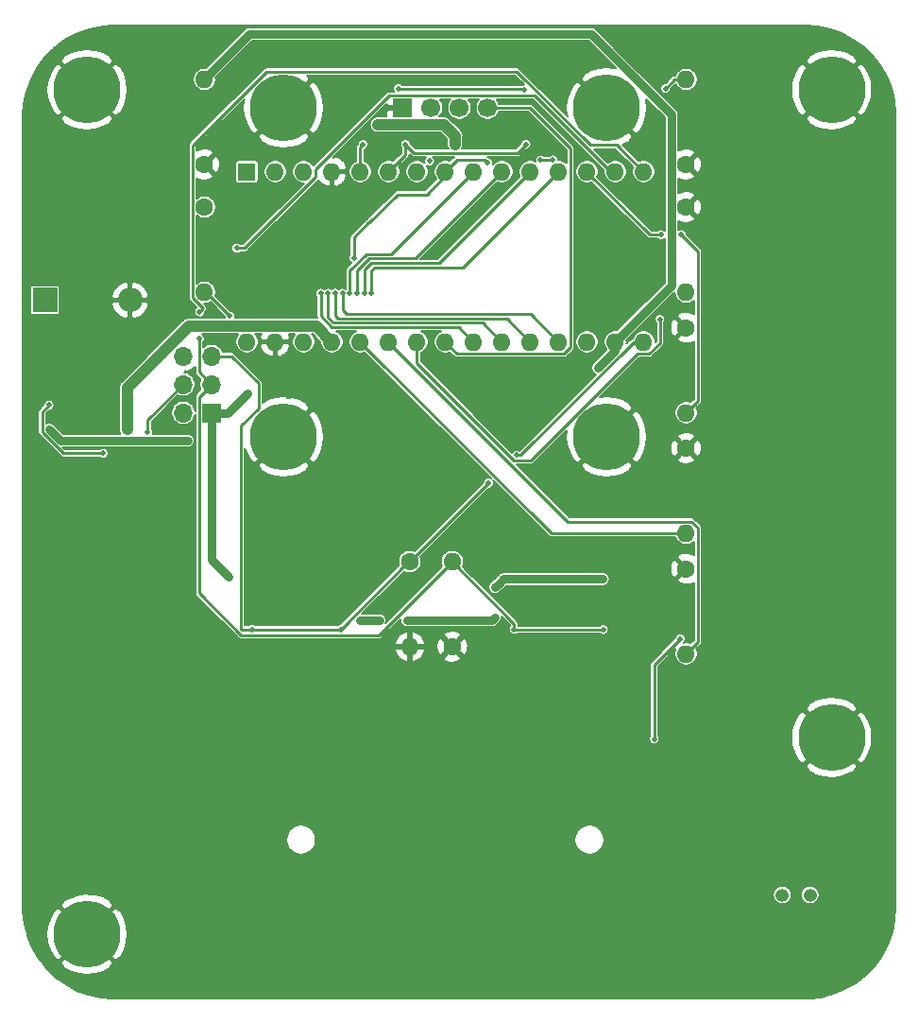
<source format=gbr>
%TF.GenerationSoftware,KiCad,Pcbnew,(5.1.7)-1*%
%TF.CreationDate,2021-08-14T14:26:18+02:00*%
%TF.ProjectId,dumper,64756d70-6572-42e6-9b69-6361645f7063,rev?*%
%TF.SameCoordinates,Original*%
%TF.FileFunction,Copper,L2,Bot*%
%TF.FilePolarity,Positive*%
%FSLAX46Y46*%
G04 Gerber Fmt 4.6, Leading zero omitted, Abs format (unit mm)*
G04 Created by KiCad (PCBNEW (5.1.7)-1) date 2021-08-14 14:26:18*
%MOMM*%
%LPD*%
G01*
G04 APERTURE LIST*
%TA.AperFunction,ComponentPad*%
%ADD10C,6.000000*%
%TD*%
%TA.AperFunction,SMDPad,CuDef*%
%ADD11R,1.600000X1.600000*%
%TD*%
%TA.AperFunction,SMDPad,CuDef*%
%ADD12O,1.600000X1.600000*%
%TD*%
%TA.AperFunction,ComponentPad*%
%ADD13R,1.700000X1.700000*%
%TD*%
%TA.AperFunction,ComponentPad*%
%ADD14C,1.700000*%
%TD*%
%TA.AperFunction,ComponentPad*%
%ADD15O,2.200000X2.200000*%
%TD*%
%TA.AperFunction,ComponentPad*%
%ADD16R,2.200000X2.200000*%
%TD*%
%TA.AperFunction,ComponentPad*%
%ADD17O,1.200000X1.200000*%
%TD*%
%TA.AperFunction,ComponentPad*%
%ADD18O,1.600000X1.600000*%
%TD*%
%TA.AperFunction,ComponentPad*%
%ADD19C,1.600000*%
%TD*%
%TA.AperFunction,ComponentPad*%
%ADD20O,1.700000X1.700000*%
%TD*%
%TA.AperFunction,ViaPad*%
%ADD21C,0.500000*%
%TD*%
%TA.AperFunction,ViaPad*%
%ADD22C,0.800000*%
%TD*%
%TA.AperFunction,ViaPad*%
%ADD23C,0.600000*%
%TD*%
%TA.AperFunction,Conductor*%
%ADD24C,0.250000*%
%TD*%
%TA.AperFunction,Conductor*%
%ADD25C,1.000000*%
%TD*%
%TA.AperFunction,Conductor*%
%ADD26C,0.750000*%
%TD*%
%TA.AperFunction,Conductor*%
%ADD27C,0.210000*%
%TD*%
%TA.AperFunction,Conductor*%
%ADD28C,0.100000*%
%TD*%
G04 APERTURE END LIST*
D10*
%TO.P,REF\u002A\u002A,*%
%TO.N,GND*%
X202280000Y-117340000D03*
%TD*%
%TO.P,REF\u002A\u002A,*%
%TO.N,GND*%
X135540000Y-134970000D03*
%TD*%
%TO.P,REF\u002A\u002A,*%
%TO.N,GND*%
X135540000Y-59340000D03*
%TD*%
%TO.P,REF\u002A\u002A,*%
%TO.N,GND*%
X202280000Y-59340000D03*
%TD*%
D11*
%TO.P,A1,1*%
%TO.N,Net-(A1-Pad1)*%
X149860000Y-66675000D03*
D12*
%TO.P,A1,17*%
%TO.N,+3V3*%
X182880000Y-81915000D03*
%TO.P,A1,2*%
%TO.N,Net-(A1-Pad2)*%
X152400000Y-66675000D03*
%TO.P,A1,18*%
%TO.N,Net-(A1-Pad18)*%
X180340000Y-81915000D03*
%TO.P,A1,3*%
%TO.N,Net-(A1-Pad3)*%
X154940000Y-66675000D03*
%TO.P,A1,19*%
%TO.N,/Controller/D4*%
X177800000Y-81915000D03*
%TO.P,A1,4*%
%TO.N,GND*%
X157480000Y-66675000D03*
%TO.P,A1,20*%
%TO.N,/Controller/D5*%
X175260000Y-81915000D03*
%TO.P,A1,5*%
%TO.N,/Controller/ADDRESS_DATA*%
X160020000Y-66675000D03*
%TO.P,A1,21*%
%TO.N,/Controller/D6*%
X172720000Y-81915000D03*
%TO.P,A1,6*%
%TO.N,/Controller/ADDRESS_CLK*%
X162560000Y-66675000D03*
%TO.P,A1,22*%
%TO.N,/Controller/D7*%
X170180000Y-81915000D03*
%TO.P,A1,7*%
%TO.N,/Controller/ADDRESS_LATCH*%
X165100000Y-66675000D03*
%TO.P,A1,23*%
%TO.N,/Controller/SDA*%
X167640000Y-81915000D03*
%TO.P,A1,8*%
%TO.N,/Controller/SWITCH_TRANSCEIVER*%
X167640000Y-66675000D03*
%TO.P,A1,24*%
%TO.N,/Controller/SCL*%
X165100000Y-81915000D03*
%TO.P,A1,9*%
%TO.N,/Controller/D3*%
X170180000Y-66675000D03*
%TO.P,A1,25*%
%TO.N,/Cartridge Slot/CART_WR*%
X162560000Y-81915000D03*
%TO.P,A1,10*%
%TO.N,/Controller/D2*%
X172720000Y-66675000D03*
%TO.P,A1,26*%
%TO.N,/Cartridge Slot/CART_RD*%
X160020000Y-81915000D03*
%TO.P,A1,11*%
%TO.N,/Controller/D1*%
X175260000Y-66675000D03*
%TO.P,A1,27*%
%TO.N,+5V*%
X157480000Y-81915000D03*
%TO.P,A1,12*%
%TO.N,/Controller/D0*%
X177800000Y-66675000D03*
%TO.P,A1,28*%
%TO.N,Net-(A1-Pad28)*%
X154940000Y-81915000D03*
%TO.P,A1,13*%
%TO.N,/Cartridge Slot/CART_CS*%
X180340000Y-66675000D03*
%TO.P,A1,29*%
%TO.N,GND*%
X152400000Y-81915000D03*
%TO.P,A1,14*%
%TO.N,/Cart Detection/GB_CART_H*%
X182880000Y-66675000D03*
%TO.P,A1,30*%
%TO.N,Net-(A1-Pad30)*%
X149860000Y-81915000D03*
%TO.P,A1,15*%
%TO.N,/Controller/MISO*%
X185420000Y-66675000D03*
%TO.P,A1,16*%
%TO.N,/Controller/SCK*%
X185420000Y-81915000D03*
%TD*%
D10*
%TO.P,A2,*%
%TO.N,GND*%
X153162000Y-60960000D03*
X182118000Y-90424000D03*
X153162000Y-90424000D03*
X182118000Y-60960000D03*
D13*
%TO.P,A2,1*%
X163830000Y-60960000D03*
D14*
%TO.P,A2,2*%
%TO.N,+3V3*%
X166370000Y-60960000D03*
%TO.P,A2,3*%
%TO.N,/Controller/SCL*%
X168910000Y-60960000D03*
%TO.P,A2,4*%
%TO.N,/Controller/SDA*%
X171450000Y-60960000D03*
%TD*%
D15*
%TO.P,D1,2*%
%TO.N,GND*%
X139382500Y-78176120D03*
D16*
%TO.P,D1,1*%
%TO.N,Net-(D1-Pad1)*%
X131762500Y-78176120D03*
%TD*%
D17*
%TO.P,SW4,*%
%TO.N,*%
X197850000Y-131445000D03*
X200350000Y-131445000D03*
%TD*%
D18*
%TO.P,R10,2*%
%TO.N,/Controller/SWITCH_TRANSCEIVER*%
X189230000Y-58420000D03*
D19*
%TO.P,R10,1*%
%TO.N,GND*%
X189230000Y-66040000D03*
%TD*%
D18*
%TO.P,R9,2*%
%TO.N,/Cart Detection/GB_CART_H*%
X189230000Y-77470000D03*
D19*
%TO.P,R9,1*%
%TO.N,GND*%
X189230000Y-69850000D03*
%TD*%
D18*
%TO.P,R8,2*%
%TO.N,Net-(J1-Pad30)*%
X146050000Y-77470000D03*
D19*
%TO.P,R8,1*%
%TO.N,/Cart Detection/CART_VCC*%
X146050000Y-69850000D03*
%TD*%
D18*
%TO.P,R7,2*%
%TO.N,/Cartridge Slot/CART_CS*%
X189230000Y-88265000D03*
D19*
%TO.P,R7,1*%
%TO.N,GND*%
X189230000Y-80645000D03*
%TD*%
D18*
%TO.P,R6,2*%
%TO.N,/Cartridge Slot/CART_RD*%
X189230000Y-99060000D03*
D19*
%TO.P,R6,1*%
%TO.N,GND*%
X189230000Y-91440000D03*
%TD*%
D18*
%TO.P,R5,2*%
%TO.N,/Cartridge Slot/CART_WR*%
X189230000Y-109855000D03*
D19*
%TO.P,R5,1*%
%TO.N,GND*%
X189230000Y-102235000D03*
%TD*%
D18*
%TO.P,R4,2*%
%TO.N,+3V3*%
X146050000Y-58420000D03*
D19*
%TO.P,R4,1*%
%TO.N,GND*%
X146050000Y-66040000D03*
%TD*%
D18*
%TO.P,R3,2*%
%TO.N,GND*%
X164465000Y-109220000D03*
D19*
%TO.P,R3,1*%
%TO.N,/Controller/SCK*%
X164465000Y-101600000D03*
%TD*%
D18*
%TO.P,R2,2*%
%TO.N,/Controller/MISO*%
X168275000Y-101600000D03*
D19*
%TO.P,R2,1*%
%TO.N,GND*%
X168275000Y-109220000D03*
%TD*%
D20*
%TO.P,J2,6*%
%TO.N,GND*%
X144145000Y-83185000D03*
%TO.P,J2,5*%
%TO.N,/Controller/SCK*%
X146685000Y-83185000D03*
%TO.P,J2,4*%
%TO.N,/Cartridge Slot/CART_CS*%
X144145000Y-85725000D03*
%TO.P,J2,3*%
%TO.N,/Controller/MISO*%
X146685000Y-85725000D03*
%TO.P,J2,2*%
%TO.N,/Cart Detection/GB_CART_H*%
X144145000Y-88265000D03*
D13*
%TO.P,J2,1*%
%TO.N,+3V3*%
X146685000Y-88265000D03*
%TD*%
D21*
%TO.N,/Controller/SCK*%
X158259780Y-107662980D03*
X150330000Y-107660000D03*
X171510960Y-94556580D03*
X174068740Y-92059760D03*
%TO.N,/Controller/MISO*%
X181803040Y-107683300D03*
X173825000Y-107660000D03*
X145597880Y-81643220D03*
X145620740Y-79237840D03*
%TO.N,/Cart Detection/GB_CART_H*%
X136984740Y-91902280D03*
X132130920Y-87568840D03*
X182880000Y-66675000D03*
X148940520Y-73530460D03*
%TO.N,/Cartridge Slot/CART_CS*%
X186966860Y-72313800D03*
X188790580Y-72313800D03*
X140977620Y-90016150D03*
%TO.N,/Controller/D0*%
X161025000Y-77567500D03*
D22*
%TO.N,+5V*%
X139125960Y-89766140D03*
X157480000Y-81915000D03*
D23*
X168526460Y-64238500D03*
D22*
X161607500Y-62463680D03*
X144656039Y-80487999D03*
D21*
%TO.N,/Controller/D1*%
X160375000Y-77567500D03*
%TO.N,/Cartridge Slot/CART_RD*%
X186369960Y-117490240D03*
X188699140Y-108506260D03*
%TO.N,/Controller/D2*%
X159725000Y-77567500D03*
%TO.N,/Controller/D3*%
X159075000Y-77567500D03*
%TO.N,/Controller/SCL*%
X186890660Y-79890620D03*
%TO.N,/Controller/SWITCH_TRANSCEIVER*%
X187401200Y-59235340D03*
X171452540Y-65879980D03*
X159443420Y-74424540D03*
%TO.N,/Controller/ADDRESS_LATCH*%
X165092380Y-66657220D03*
%TO.N,/Controller/D7*%
X156475000Y-77567500D03*
%TO.N,/Controller/ADDRESS_CLK*%
X164081460Y-64238500D03*
X174876460Y-64238500D03*
%TO.N,/Controller/D6*%
X157125000Y-77567500D03*
%TO.N,/Controller/ADDRESS_DATA*%
X160271460Y-64238500D03*
%TO.N,/Controller/D5*%
X157775000Y-77567500D03*
%TO.N,/Controller/D4*%
X158425000Y-77567500D03*
D23*
%TO.N,+3V3*%
X132130920Y-89768840D03*
X144538700Y-90777060D03*
X181348380Y-84244180D03*
X149898100Y-86499700D03*
X148193760Y-102938580D03*
X159969200Y-106845100D03*
X161734500Y-106845100D03*
X164208460Y-106845100D03*
X172079920Y-106603800D03*
X172120560Y-103883460D03*
X173825000Y-103160000D03*
X181775000Y-103160000D03*
%TO.N,GND*%
X137640060Y-105318560D03*
X137703560Y-107020360D03*
X137619740Y-109052360D03*
X137474960Y-111335820D03*
X139631420Y-106791760D03*
X139466320Y-108742480D03*
X139280900Y-110693200D03*
X138988800Y-113329720D03*
X141188440Y-108430060D03*
X141063980Y-110528100D03*
X140898880Y-112643920D03*
X140629640Y-115341400D03*
X142808960Y-110175040D03*
X142725140Y-112852200D03*
X142412720Y-114533680D03*
X142247620Y-117127020D03*
X144137380Y-111107220D03*
X143969740Y-112872520D03*
X145735040Y-113101120D03*
X153675080Y-86753700D03*
X154711400Y-86822280D03*
X155768040Y-86822280D03*
X155714700Y-87685880D03*
X153123900Y-77721460D03*
X151935180Y-77597000D03*
X150309580Y-77718920D03*
X150202900Y-76250800D03*
X151394160Y-76215240D03*
X153126440Y-76354940D03*
X153055320Y-74411840D03*
X151759920Y-74604880D03*
X150030180Y-74604880D03*
X150502620Y-83405980D03*
X149674580Y-83345020D03*
X150599140Y-84254340D03*
X151417020Y-83499960D03*
X162831780Y-89329260D03*
X162768280Y-88173560D03*
X163944300Y-88173560D03*
X163944300Y-89390220D03*
X161551620Y-89433400D03*
X161592260Y-88046560D03*
X161571940Y-86893400D03*
X162747960Y-86913720D03*
X163880800Y-86893400D03*
X161292540Y-67576700D03*
X158915100Y-67614800D03*
X163857940Y-67566540D03*
X166334440Y-67276980D03*
X172351700Y-64061340D03*
X177416460Y-64238500D03*
X185498740Y-80662780D03*
X186202320Y-80799940D03*
X183796940Y-79176880D03*
X185201560Y-77383640D03*
X188216540Y-78671420D03*
X188216540Y-79288640D03*
X189242700Y-78882240D03*
X184548780Y-76814680D03*
X183629300Y-76029820D03*
X182783480Y-75290680D03*
X182798720Y-79169260D03*
X183433720Y-80103980D03*
X182285640Y-80073500D03*
X179819300Y-94543880D03*
X172295820Y-97327720D03*
X180865780Y-94891860D03*
X181904640Y-94876620D03*
X183050180Y-94907100D03*
X184223660Y-94635320D03*
X173194980Y-96687640D03*
X172453300Y-95747840D03*
X171566840Y-96189800D03*
X171269660Y-97988120D03*
X171947840Y-99171760D03*
X171376340Y-99890580D03*
X183751220Y-95689420D03*
X182366920Y-95905320D03*
X180654960Y-95879920D03*
D21*
%TO.N,Net-(J1-Pad30)*%
X148343620Y-79610999D03*
%TO.N,Net-(U1-Pad14)*%
X166237702Y-65722282D03*
X163443920Y-59242960D03*
X174736760Y-59355999D03*
X177275470Y-65621340D03*
X176192180Y-65641220D03*
%TD*%
D24*
%TO.N,/Controller/SCK*%
X150332980Y-107662980D02*
X150330000Y-107660000D01*
X158259780Y-107662980D02*
X150332980Y-107662980D01*
X150330000Y-107660000D02*
X149341400Y-107660000D01*
X149341400Y-107660000D02*
X149341400Y-89418600D01*
X149341400Y-89418600D02*
X150888700Y-87871300D01*
X150888700Y-87871300D02*
X150888700Y-85572600D01*
X148501100Y-83185000D02*
X146685000Y-83185000D01*
X150888700Y-85572600D02*
X148501100Y-83185000D01*
X164322760Y-101600000D02*
X164465000Y-101600000D01*
X158259780Y-107662980D02*
X164322760Y-101600000D01*
X171508420Y-94556580D02*
X171510960Y-94556580D01*
X164465000Y-101600000D02*
X171508420Y-94556580D01*
X184567053Y-81915000D02*
X185420000Y-81915000D01*
X174422293Y-92059760D02*
X184567053Y-81915000D01*
X174068740Y-92059760D02*
X174422293Y-92059760D01*
%TO.N,/Controller/MISO*%
X173848300Y-107683300D02*
X173825000Y-107660000D01*
X181803040Y-107683300D02*
X173848300Y-107683300D01*
X173825000Y-107150000D02*
X168275000Y-101600000D01*
X173825000Y-107660000D02*
X173825000Y-107150000D01*
X145582999Y-86827001D02*
X146685000Y-85725000D01*
X145582999Y-104434771D02*
X145582999Y-86827001D01*
X149313209Y-108164981D02*
X145582999Y-104434771D01*
X161710019Y-108164981D02*
X149313209Y-108164981D01*
X168275000Y-101600000D02*
X161710019Y-108164981D01*
X145582999Y-81658101D02*
X145597880Y-81643220D01*
X145582999Y-84622999D02*
X145582999Y-81658101D01*
X146685000Y-85725000D02*
X145582999Y-84622999D01*
X145620740Y-79237840D02*
X145925540Y-78933040D01*
X151601039Y-57707999D02*
X174053037Y-57707999D01*
X174053037Y-57707999D02*
X180632438Y-64287400D01*
X144997999Y-64311039D02*
X151601039Y-57707999D01*
X144997999Y-78005499D02*
X144997999Y-64311039D01*
X145925540Y-78933040D02*
X144997999Y-78005499D01*
X183032400Y-64287400D02*
X185420000Y-66675000D01*
X180632438Y-64287400D02*
X183032400Y-64287400D01*
%TO.N,/Cart Detection/GB_CART_H*%
X131503911Y-88195849D02*
X132130920Y-87568840D01*
X131503911Y-90028557D02*
X131503911Y-88195849D01*
X133377634Y-91902280D02*
X131503911Y-90028557D01*
X136984740Y-91902280D02*
X133377634Y-91902280D01*
X182486866Y-66675000D02*
X182880000Y-66675000D01*
X162612981Y-59857999D02*
X175669865Y-59857999D01*
X155992001Y-66478979D02*
X162612981Y-59857999D01*
X155992001Y-67179961D02*
X155992001Y-66478979D01*
X149641502Y-73530460D02*
X155992001Y-67179961D01*
X175669865Y-59857999D02*
X182486866Y-66675000D01*
X148940520Y-73530460D02*
X149641502Y-73530460D01*
%TO.N,/Cartridge Slot/CART_CS*%
X185978800Y-72313800D02*
X186966860Y-72313800D01*
X180340000Y-66675000D02*
X185978800Y-72313800D01*
X190282001Y-87212999D02*
X189230000Y-88265000D01*
X190282001Y-73805221D02*
X190282001Y-87212999D01*
X188790580Y-72313800D02*
X190282001Y-73805221D01*
X140977620Y-88892380D02*
X140977620Y-90016150D01*
X144145000Y-85725000D02*
X140977620Y-88892380D01*
%TO.N,/Controller/D0*%
X161025000Y-75527740D02*
X161025000Y-77567500D01*
X169244484Y-75230516D02*
X161322224Y-75230516D01*
X177800000Y-66675000D02*
X169244484Y-75230516D01*
X161322224Y-75230516D02*
X161025000Y-75527740D01*
D25*
%TO.N,+5V*%
X156052999Y-80487999D02*
X157480000Y-81915000D01*
X144656039Y-80487999D02*
X156052999Y-80487999D01*
X139125960Y-86018078D02*
X144656039Y-80487999D01*
X139125960Y-89766140D02*
X139125960Y-86018078D01*
X167503640Y-62463680D02*
X168526450Y-63486490D01*
X168526450Y-64238490D02*
X168526460Y-64238500D01*
X168526450Y-63486490D02*
X168526450Y-64238490D01*
X161607500Y-62463680D02*
X167503640Y-62463680D01*
D24*
%TO.N,/Controller/D1*%
X175260000Y-66675000D02*
X167081494Y-74853506D01*
X161170326Y-74853506D02*
X161124900Y-74808080D01*
X167081494Y-74853506D02*
X161170326Y-74853506D01*
X161124900Y-74808080D02*
X160982432Y-74808080D01*
X160375000Y-75415512D02*
X160375000Y-77567500D01*
X160982432Y-74808080D02*
X160375000Y-75415512D01*
%TO.N,/Cartridge Slot/CART_RD*%
X186369960Y-110835440D02*
X188699140Y-108506260D01*
X186369960Y-117490240D02*
X186369960Y-110835440D01*
X177165000Y-99060000D02*
X189230000Y-99060000D01*
X160020000Y-81915000D02*
X177165000Y-99060000D01*
%TO.N,/Controller/D2*%
X160834250Y-74423090D02*
X159725000Y-75532340D01*
X159725000Y-75532340D02*
X159725000Y-77567500D01*
X164971910Y-74423090D02*
X160834250Y-74423090D01*
X172720000Y-66675000D02*
X164971910Y-74423090D01*
%TO.N,/Cartridge Slot/CART_WR*%
X190282001Y-108802999D02*
X189230000Y-109855000D01*
X190282001Y-98555039D02*
X190282001Y-108802999D01*
X189734961Y-98007999D02*
X190282001Y-98555039D01*
X178652999Y-98007999D02*
X189734961Y-98007999D01*
X162560000Y-81915000D02*
X178652999Y-98007999D01*
%TO.N,/Controller/D3*%
X170180000Y-66675000D02*
X162808920Y-74046080D01*
X162808920Y-74046080D02*
X160571180Y-74046080D01*
X159075000Y-75542260D02*
X159075000Y-77567500D01*
X160571180Y-74046080D02*
X159075000Y-75542260D01*
%TO.N,/Controller/SCL*%
X186890660Y-82001302D02*
X186890660Y-79890620D01*
X175320279Y-92561761D02*
X184915039Y-82967001D01*
X173827779Y-92561761D02*
X175320279Y-92561761D01*
X184915039Y-82967001D02*
X185924961Y-82967001D01*
X165100000Y-83833982D02*
X173827779Y-92561761D01*
X185924961Y-82967001D02*
X186890660Y-82001302D01*
X165100000Y-81915000D02*
X165100000Y-83833982D01*
%TO.N,/Controller/SWITCH_TRANSCEIVER*%
X188216540Y-58420000D02*
X187401200Y-59235340D01*
X189230000Y-58420000D02*
X188216540Y-58420000D01*
X168692001Y-65622999D02*
X167640000Y-66675000D01*
X171195559Y-65622999D02*
X168692001Y-65622999D01*
X171452540Y-65879980D02*
X171195559Y-65622999D01*
X159443420Y-74424540D02*
X159443420Y-72585580D01*
X159443420Y-72585580D02*
X160787080Y-71241920D01*
X160787080Y-71241920D02*
X160837880Y-71241920D01*
X160837880Y-71241920D02*
X163372800Y-68707000D01*
X163372800Y-68707000D02*
X165976300Y-68707000D01*
X167640000Y-67043300D02*
X167640000Y-66675000D01*
X165976300Y-68707000D02*
X167640000Y-67043300D01*
%TO.N,/Controller/SDA*%
X173751240Y-60960000D02*
X171450000Y-60960000D01*
X175201462Y-60960000D02*
X173751240Y-60960000D01*
X178852001Y-64610539D02*
X175201462Y-60960000D01*
X178852001Y-82419961D02*
X178852001Y-64610539D01*
X178304961Y-82967001D02*
X178852001Y-82419961D01*
X168692001Y-82967001D02*
X178304961Y-82967001D01*
X167640000Y-81915000D02*
X168692001Y-82967001D01*
%TO.N,/Controller/ADDRESS_LATCH*%
X165100000Y-66664840D02*
X165092380Y-66657220D01*
X165100000Y-66675000D02*
X165100000Y-66664840D01*
%TO.N,/Controller/D7*%
X170180000Y-81915000D02*
X168851580Y-80586580D01*
X168851580Y-80586580D02*
X157462220Y-80586580D01*
X157462220Y-80586580D02*
X156475000Y-79599360D01*
X156475000Y-79599360D02*
X156475000Y-77567500D01*
%TO.N,/Controller/ADDRESS_CLK*%
X164081460Y-65153540D02*
X164081460Y-64238500D01*
X162560000Y-66675000D02*
X164081460Y-65153540D01*
X164833469Y-64990509D02*
X164081460Y-64238500D01*
X174124451Y-64990509D02*
X164833469Y-64990509D01*
X174876460Y-64238500D02*
X174124451Y-64990509D01*
%TO.N,/Controller/D6*%
X157618382Y-80209570D02*
X157125000Y-79716188D01*
X171014570Y-80209570D02*
X157618382Y-80209570D01*
X172720000Y-81915000D02*
X171014570Y-80209570D01*
X157125000Y-79716188D02*
X157125000Y-77567500D01*
%TO.N,/Controller/ADDRESS_DATA*%
X160020000Y-64489960D02*
X160271460Y-64238500D01*
X160020000Y-66675000D02*
X160020000Y-64489960D01*
%TO.N,/Controller/D5*%
X158031540Y-79832560D02*
X157777180Y-79578200D01*
X173177560Y-79832560D02*
X158031540Y-79832560D01*
X175260000Y-81915000D02*
X173177560Y-79832560D01*
X157777180Y-77569680D02*
X157775000Y-77567500D01*
X157777180Y-79578200D02*
X157777180Y-77569680D01*
%TO.N,/Controller/D4*%
X158425000Y-79055080D02*
X158425000Y-77567500D01*
X158825470Y-79455550D02*
X158425000Y-79055080D01*
X175340550Y-79455550D02*
X158825470Y-79455550D01*
X177800000Y-81915000D02*
X175340550Y-79455550D01*
D26*
%TO.N,+3V3*%
X144529790Y-90768150D02*
X144538700Y-90777060D01*
X133130230Y-90768150D02*
X144529790Y-90768150D01*
X132130920Y-89768840D02*
X133130230Y-90768150D01*
X187927999Y-61587037D02*
X180709662Y-54368700D01*
X187927999Y-76867001D02*
X187927999Y-61587037D01*
X182880000Y-81915000D02*
X187927999Y-76867001D01*
X150101300Y-54368700D02*
X146050000Y-58420000D01*
X180709662Y-54368700D02*
X150101300Y-54368700D01*
X182880000Y-82712560D02*
X181348380Y-84244180D01*
X182880000Y-81915000D02*
X182880000Y-82712560D01*
X148132800Y-88265000D02*
X149898100Y-86499700D01*
X146685000Y-88265000D02*
X148132800Y-88265000D01*
X146685000Y-101429820D02*
X148193760Y-102938580D01*
X146685000Y-88265000D02*
X146685000Y-101429820D01*
X159969200Y-106845100D02*
X161734500Y-106845100D01*
X171838620Y-106845100D02*
X172079920Y-106603800D01*
X164208460Y-106845100D02*
X171838620Y-106845100D01*
X172120560Y-103883460D02*
X172488860Y-103515160D01*
X172488860Y-103515160D02*
X172526960Y-103515160D01*
X172882120Y-103160000D02*
X173825000Y-103160000D01*
X172526960Y-103515160D02*
X172882120Y-103160000D01*
X173825000Y-103160000D02*
X181775000Y-103160000D01*
D25*
%TO.N,GND*%
X176539459Y-63361499D02*
X177416460Y-64238500D01*
X173051541Y-63361499D02*
X176539459Y-63361499D01*
X172351700Y-64061340D02*
X173051541Y-63361499D01*
X183796940Y-78788260D02*
X185201560Y-77383640D01*
X183796940Y-79176880D02*
X183796940Y-78788260D01*
D24*
%TO.N,Net-(J1-Pad30)*%
X146202621Y-77470000D02*
X146050000Y-77470000D01*
X148343620Y-79610999D02*
X146202621Y-77470000D01*
%TO.N,Net-(U1-Pad14)*%
X174623721Y-59242960D02*
X174736760Y-59355999D01*
X163443920Y-59242960D02*
X174623721Y-59242960D01*
X176212060Y-65621340D02*
X176192180Y-65641220D01*
X177275470Y-65621340D02*
X176212060Y-65621340D01*
%TD*%
D27*
%TO.N,GND*%
X201028694Y-53676693D02*
X202137381Y-53912352D01*
X203202486Y-54300019D01*
X204203264Y-54832144D01*
X205120249Y-55498371D01*
X205935586Y-56285734D01*
X206633409Y-57178907D01*
X207200137Y-58160508D01*
X207624737Y-59211430D01*
X207898946Y-60311218D01*
X208018129Y-61445174D01*
X208023001Y-61724309D01*
X208023000Y-132579024D01*
X207943307Y-133718694D01*
X207707648Y-134827381D01*
X207319982Y-135892484D01*
X206787860Y-136893259D01*
X206121633Y-137810243D01*
X205334270Y-138625583D01*
X204441093Y-139323409D01*
X203459487Y-139890140D01*
X202408570Y-140314737D01*
X201308782Y-140588946D01*
X200174826Y-140708129D01*
X199895749Y-140713000D01*
X137930976Y-140713000D01*
X136791306Y-140633307D01*
X135682619Y-140397648D01*
X134617516Y-140009982D01*
X133616741Y-139477860D01*
X132699757Y-138811633D01*
X131884417Y-138024270D01*
X131499717Y-137531875D01*
X133188843Y-137531875D01*
X133528398Y-137992227D01*
X134156657Y-138326601D01*
X134838078Y-138531981D01*
X135546473Y-138600477D01*
X136254620Y-138529456D01*
X136935304Y-138321647D01*
X137551602Y-137992227D01*
X137891157Y-137531875D01*
X135540000Y-135180718D01*
X133188843Y-137531875D01*
X131499717Y-137531875D01*
X131186591Y-137131093D01*
X130619860Y-136149487D01*
X130195263Y-135098570D01*
X130164821Y-134976473D01*
X131909523Y-134976473D01*
X131980544Y-135684620D01*
X132188353Y-136365304D01*
X132517773Y-136981602D01*
X132978125Y-137321157D01*
X135329282Y-134970000D01*
X135750718Y-134970000D01*
X138101875Y-137321157D01*
X138562227Y-136981602D01*
X138896601Y-136353343D01*
X139101981Y-135671922D01*
X139170477Y-134963527D01*
X139099456Y-134255380D01*
X138891647Y-133574696D01*
X138562227Y-132958398D01*
X138101875Y-132618843D01*
X135750718Y-134970000D01*
X135329282Y-134970000D01*
X132978125Y-132618843D01*
X132517773Y-132958398D01*
X132183399Y-133586657D01*
X131978019Y-134268078D01*
X131909523Y-134976473D01*
X130164821Y-134976473D01*
X129921054Y-133998782D01*
X129801871Y-132864826D01*
X129797000Y-132585749D01*
X129797000Y-132408125D01*
X133188843Y-132408125D01*
X135540000Y-134759282D01*
X137891157Y-132408125D01*
X137551602Y-131947773D01*
X136923343Y-131613399D01*
X136241922Y-131408019D01*
X135776899Y-131363055D01*
X197018000Y-131363055D01*
X197018000Y-131526945D01*
X197049973Y-131687686D01*
X197112691Y-131839100D01*
X197203743Y-131975369D01*
X197319631Y-132091257D01*
X197455900Y-132182309D01*
X197607314Y-132245027D01*
X197768055Y-132277000D01*
X197931945Y-132277000D01*
X198092686Y-132245027D01*
X198244100Y-132182309D01*
X198380369Y-132091257D01*
X198496257Y-131975369D01*
X198587309Y-131839100D01*
X198650027Y-131687686D01*
X198682000Y-131526945D01*
X198682000Y-131363055D01*
X199518000Y-131363055D01*
X199518000Y-131526945D01*
X199549973Y-131687686D01*
X199612691Y-131839100D01*
X199703743Y-131975369D01*
X199819631Y-132091257D01*
X199955900Y-132182309D01*
X200107314Y-132245027D01*
X200268055Y-132277000D01*
X200431945Y-132277000D01*
X200592686Y-132245027D01*
X200744100Y-132182309D01*
X200880369Y-132091257D01*
X200996257Y-131975369D01*
X201087309Y-131839100D01*
X201150027Y-131687686D01*
X201182000Y-131526945D01*
X201182000Y-131363055D01*
X201150027Y-131202314D01*
X201087309Y-131050900D01*
X200996257Y-130914631D01*
X200880369Y-130798743D01*
X200744100Y-130707691D01*
X200592686Y-130644973D01*
X200431945Y-130613000D01*
X200268055Y-130613000D01*
X200107314Y-130644973D01*
X199955900Y-130707691D01*
X199819631Y-130798743D01*
X199703743Y-130914631D01*
X199612691Y-131050900D01*
X199549973Y-131202314D01*
X199518000Y-131363055D01*
X198682000Y-131363055D01*
X198650027Y-131202314D01*
X198587309Y-131050900D01*
X198496257Y-130914631D01*
X198380369Y-130798743D01*
X198244100Y-130707691D01*
X198092686Y-130644973D01*
X197931945Y-130613000D01*
X197768055Y-130613000D01*
X197607314Y-130644973D01*
X197455900Y-130707691D01*
X197319631Y-130798743D01*
X197203743Y-130914631D01*
X197112691Y-131050900D01*
X197049973Y-131202314D01*
X197018000Y-131363055D01*
X135776899Y-131363055D01*
X135533527Y-131339523D01*
X134825380Y-131410544D01*
X134144696Y-131618353D01*
X133528398Y-131947773D01*
X133188843Y-132408125D01*
X129797000Y-132408125D01*
X129797000Y-126376049D01*
X153375960Y-126376049D01*
X153375960Y-126638431D01*
X153427148Y-126895770D01*
X153527557Y-127138179D01*
X153673328Y-127356341D01*
X153858859Y-127541872D01*
X154077021Y-127687643D01*
X154319430Y-127788052D01*
X154576769Y-127839240D01*
X154839151Y-127839240D01*
X155096490Y-127788052D01*
X155338899Y-127687643D01*
X155557061Y-127541872D01*
X155742592Y-127356341D01*
X155888363Y-127138179D01*
X155988772Y-126895770D01*
X156039960Y-126638431D01*
X156039960Y-126376049D01*
X179240040Y-126376049D01*
X179240040Y-126638431D01*
X179291228Y-126895770D01*
X179391637Y-127138179D01*
X179537408Y-127356341D01*
X179722939Y-127541872D01*
X179941101Y-127687643D01*
X180183510Y-127788052D01*
X180440849Y-127839240D01*
X180703231Y-127839240D01*
X180960570Y-127788052D01*
X181202979Y-127687643D01*
X181421141Y-127541872D01*
X181606672Y-127356341D01*
X181752443Y-127138179D01*
X181852852Y-126895770D01*
X181904040Y-126638431D01*
X181904040Y-126376049D01*
X181852852Y-126118710D01*
X181752443Y-125876301D01*
X181606672Y-125658139D01*
X181421141Y-125472608D01*
X181202979Y-125326837D01*
X180960570Y-125226428D01*
X180703231Y-125175240D01*
X180440849Y-125175240D01*
X180183510Y-125226428D01*
X179941101Y-125326837D01*
X179722939Y-125472608D01*
X179537408Y-125658139D01*
X179391637Y-125876301D01*
X179291228Y-126118710D01*
X179240040Y-126376049D01*
X156039960Y-126376049D01*
X155988772Y-126118710D01*
X155888363Y-125876301D01*
X155742592Y-125658139D01*
X155557061Y-125472608D01*
X155338899Y-125326837D01*
X155096490Y-125226428D01*
X154839151Y-125175240D01*
X154576769Y-125175240D01*
X154319430Y-125226428D01*
X154077021Y-125326837D01*
X153858859Y-125472608D01*
X153673328Y-125658139D01*
X153527557Y-125876301D01*
X153427148Y-126118710D01*
X153375960Y-126376049D01*
X129797000Y-126376049D01*
X129797000Y-119901875D01*
X199928843Y-119901875D01*
X200268398Y-120362227D01*
X200896657Y-120696601D01*
X201578078Y-120901981D01*
X202286473Y-120970477D01*
X202994620Y-120899456D01*
X203675304Y-120691647D01*
X204291602Y-120362227D01*
X204631157Y-119901875D01*
X202280000Y-117550718D01*
X199928843Y-119901875D01*
X129797000Y-119901875D01*
X129797000Y-109586976D01*
X163100480Y-109586976D01*
X163198292Y-109846129D01*
X163344783Y-110081221D01*
X163534324Y-110283216D01*
X163759630Y-110444352D01*
X164012043Y-110558437D01*
X164098025Y-110584514D01*
X164316000Y-110470907D01*
X164316000Y-109369000D01*
X164614000Y-109369000D01*
X164614000Y-110470907D01*
X164831975Y-110584514D01*
X164917957Y-110558437D01*
X165170370Y-110444352D01*
X165395676Y-110283216D01*
X165459918Y-110214752D01*
X167490966Y-110214752D01*
X167565593Y-110449910D01*
X167819167Y-110564676D01*
X168090259Y-110627767D01*
X168368451Y-110636758D01*
X168643050Y-110591305D01*
X168903507Y-110493152D01*
X168984407Y-110449910D01*
X169059034Y-110214752D01*
X168275000Y-109430718D01*
X167490966Y-110214752D01*
X165459918Y-110214752D01*
X165585217Y-110081221D01*
X165731708Y-109846129D01*
X165829520Y-109586976D01*
X165716878Y-109369000D01*
X164614000Y-109369000D01*
X164316000Y-109369000D01*
X163213122Y-109369000D01*
X163100480Y-109586976D01*
X129797000Y-109586976D01*
X129797000Y-109313451D01*
X166858242Y-109313451D01*
X166903695Y-109588050D01*
X167001848Y-109848507D01*
X167045090Y-109929407D01*
X167280248Y-110004034D01*
X168064282Y-109220000D01*
X168485718Y-109220000D01*
X169269752Y-110004034D01*
X169504910Y-109929407D01*
X169619676Y-109675833D01*
X169682767Y-109404741D01*
X169691758Y-109126549D01*
X169646305Y-108851950D01*
X169548152Y-108591493D01*
X169504910Y-108510593D01*
X169269752Y-108435966D01*
X168485718Y-109220000D01*
X168064282Y-109220000D01*
X167280248Y-108435966D01*
X167045090Y-108510593D01*
X166930324Y-108764167D01*
X166867233Y-109035259D01*
X166858242Y-109313451D01*
X129797000Y-109313451D01*
X129797000Y-108853024D01*
X163100480Y-108853024D01*
X163213122Y-109071000D01*
X164316000Y-109071000D01*
X164316000Y-107969093D01*
X164614000Y-107969093D01*
X164614000Y-109071000D01*
X165716878Y-109071000D01*
X165829520Y-108853024D01*
X165731708Y-108593871D01*
X165585217Y-108358779D01*
X165459919Y-108225248D01*
X167490966Y-108225248D01*
X168275000Y-109009282D01*
X169059034Y-108225248D01*
X168984407Y-107990090D01*
X168730833Y-107875324D01*
X168459741Y-107812233D01*
X168181549Y-107803242D01*
X167906950Y-107848695D01*
X167646493Y-107946848D01*
X167565593Y-107990090D01*
X167490966Y-108225248D01*
X165459919Y-108225248D01*
X165395676Y-108156784D01*
X165170370Y-107995648D01*
X164917957Y-107881563D01*
X164831975Y-107855486D01*
X164614000Y-107969093D01*
X164316000Y-107969093D01*
X164098025Y-107855486D01*
X164012043Y-107881563D01*
X163759630Y-107995648D01*
X163534324Y-108156784D01*
X163344783Y-108358779D01*
X163198292Y-108593871D01*
X163100480Y-108853024D01*
X129797000Y-108853024D01*
X129797000Y-88195849D01*
X131145185Y-88195849D01*
X131146912Y-88213385D01*
X131146911Y-90011030D01*
X131145185Y-90028557D01*
X131146911Y-90046083D01*
X131146911Y-90046090D01*
X131152077Y-90098540D01*
X131172490Y-90165835D01*
X131205640Y-90227854D01*
X131250253Y-90282214D01*
X131263874Y-90293393D01*
X133112803Y-92142324D01*
X133123976Y-92155938D01*
X133137590Y-92167111D01*
X133137594Y-92167115D01*
X133170644Y-92194238D01*
X133178336Y-92200551D01*
X133240355Y-92233701D01*
X133287236Y-92247922D01*
X133307649Y-92254114D01*
X133314609Y-92254799D01*
X133360100Y-92259280D01*
X133360107Y-92259280D01*
X133377633Y-92261006D01*
X133395160Y-92259280D01*
X136660089Y-92259280D01*
X136677483Y-92276674D01*
X136756427Y-92329423D01*
X136844146Y-92365757D01*
X136937267Y-92384280D01*
X137032213Y-92384280D01*
X137125334Y-92365757D01*
X137213053Y-92329423D01*
X137291997Y-92276674D01*
X137359134Y-92209537D01*
X137411883Y-92130593D01*
X137448217Y-92042874D01*
X137466740Y-91949753D01*
X137466740Y-91854807D01*
X137448217Y-91761686D01*
X137411883Y-91673967D01*
X137359134Y-91595023D01*
X137291997Y-91527886D01*
X137213053Y-91475137D01*
X137125334Y-91438803D01*
X137032213Y-91420280D01*
X136937267Y-91420280D01*
X136844146Y-91438803D01*
X136756427Y-91475137D01*
X136677483Y-91527886D01*
X136660089Y-91545280D01*
X133525509Y-91545280D01*
X133355379Y-91375150D01*
X144419289Y-91375150D01*
X144419708Y-91375277D01*
X144538700Y-91386997D01*
X144657692Y-91375277D01*
X144772112Y-91340568D01*
X144877562Y-91284204D01*
X144969990Y-91208350D01*
X145045844Y-91115922D01*
X145102208Y-91010472D01*
X145136917Y-90896052D01*
X145148637Y-90777060D01*
X145136917Y-90658068D01*
X145102208Y-90543648D01*
X145045844Y-90438198D01*
X144988999Y-90368932D01*
X144980096Y-90360029D01*
X144961081Y-90336859D01*
X144868653Y-90261006D01*
X144763203Y-90204642D01*
X144648783Y-90169933D01*
X144559609Y-90161150D01*
X144529790Y-90158213D01*
X144499971Y-90161150D01*
X141439272Y-90161150D01*
X141441097Y-90156744D01*
X141459620Y-90063623D01*
X141459620Y-89968677D01*
X141441097Y-89875556D01*
X141404763Y-89787837D01*
X141352014Y-89708893D01*
X141334620Y-89691499D01*
X141334620Y-89040253D01*
X143673873Y-86701001D01*
X143829392Y-86765419D01*
X144038432Y-86807000D01*
X144251568Y-86807000D01*
X144460608Y-86765419D01*
X144657519Y-86683856D01*
X144834735Y-86565444D01*
X144985444Y-86414735D01*
X145103856Y-86237519D01*
X145185419Y-86040608D01*
X145227000Y-85831568D01*
X145227000Y-85618432D01*
X145185419Y-85409392D01*
X145103856Y-85212481D01*
X144985444Y-85035265D01*
X144834735Y-84884556D01*
X144657519Y-84766144D01*
X144460608Y-84684581D01*
X144276704Y-84648000D01*
X144294002Y-84648000D01*
X144294002Y-84487149D01*
X144519840Y-84599171D01*
X144788529Y-84498870D01*
X145032487Y-84348078D01*
X145225999Y-84167811D01*
X145225999Y-84605472D01*
X145224273Y-84622999D01*
X145225999Y-84640525D01*
X145225999Y-84640532D01*
X145231165Y-84692982D01*
X145251578Y-84760277D01*
X145284728Y-84822296D01*
X145329341Y-84876656D01*
X145342962Y-84887835D01*
X145708999Y-85253872D01*
X145644581Y-85409392D01*
X145603000Y-85618432D01*
X145603000Y-85831568D01*
X145644581Y-86040608D01*
X145708999Y-86196128D01*
X145342961Y-86562166D01*
X145329342Y-86573343D01*
X145318165Y-86586962D01*
X145318164Y-86586963D01*
X145284729Y-86627703D01*
X145251579Y-86689722D01*
X145231165Y-86757017D01*
X145224273Y-86827001D01*
X145226000Y-86844538D01*
X145226000Y-88153404D01*
X145185419Y-87949392D01*
X145103856Y-87752481D01*
X144985444Y-87575265D01*
X144834735Y-87424556D01*
X144657519Y-87306144D01*
X144460608Y-87224581D01*
X144251568Y-87183000D01*
X144038432Y-87183000D01*
X143829392Y-87224581D01*
X143632481Y-87306144D01*
X143455265Y-87424556D01*
X143304556Y-87575265D01*
X143186144Y-87752481D01*
X143104581Y-87949392D01*
X143063000Y-88158432D01*
X143063000Y-88371568D01*
X143104581Y-88580608D01*
X143186144Y-88777519D01*
X143304556Y-88954735D01*
X143455265Y-89105444D01*
X143632481Y-89223856D01*
X143829392Y-89305419D01*
X144038432Y-89347000D01*
X144251568Y-89347000D01*
X144460608Y-89305419D01*
X144657519Y-89223856D01*
X144834735Y-89105444D01*
X144985444Y-88954735D01*
X145103856Y-88777519D01*
X145185419Y-88580608D01*
X145226000Y-88376596D01*
X145225999Y-104417245D01*
X145224273Y-104434771D01*
X145225999Y-104452297D01*
X145225999Y-104452304D01*
X145231165Y-104504754D01*
X145251578Y-104572049D01*
X145284728Y-104634068D01*
X145329341Y-104688428D01*
X145342962Y-104699607D01*
X149048374Y-108405020D01*
X149059551Y-108418639D01*
X149113911Y-108463252D01*
X149175928Y-108496401D01*
X149175930Y-108496402D01*
X149243224Y-108516815D01*
X149249555Y-108517438D01*
X149295675Y-108521981D01*
X149295682Y-108521981D01*
X149313209Y-108523707D01*
X149330735Y-108521981D01*
X161692493Y-108521981D01*
X161710019Y-108523707D01*
X161727545Y-108521981D01*
X161727553Y-108521981D01*
X161780003Y-108516815D01*
X161847298Y-108496402D01*
X161909317Y-108463252D01*
X161963677Y-108418639D01*
X161974859Y-108405014D01*
X163605488Y-106774385D01*
X163598523Y-106845100D01*
X163610243Y-106964093D01*
X163644952Y-107078513D01*
X163701316Y-107183963D01*
X163777169Y-107276391D01*
X163869597Y-107352244D01*
X163975047Y-107408608D01*
X164089467Y-107443317D01*
X164178641Y-107452100D01*
X171808801Y-107452100D01*
X171838620Y-107455037D01*
X171868439Y-107452100D01*
X171957613Y-107443317D01*
X172072033Y-107408608D01*
X172177483Y-107352244D01*
X172269911Y-107276391D01*
X172288926Y-107253221D01*
X172530219Y-107011928D01*
X172587064Y-106942662D01*
X172643428Y-106837213D01*
X172678137Y-106722793D01*
X172689857Y-106603800D01*
X172680672Y-106510546D01*
X173468001Y-107297875D01*
X173468001Y-107335348D01*
X173450606Y-107352743D01*
X173397857Y-107431687D01*
X173361523Y-107519406D01*
X173343000Y-107612527D01*
X173343000Y-107707473D01*
X173361523Y-107800594D01*
X173397857Y-107888313D01*
X173450606Y-107967257D01*
X173517743Y-108034394D01*
X173596687Y-108087143D01*
X173684406Y-108123477D01*
X173777527Y-108142000D01*
X173872473Y-108142000D01*
X173965594Y-108123477D01*
X174053313Y-108087143D01*
X174123418Y-108040300D01*
X181478389Y-108040300D01*
X181495783Y-108057694D01*
X181574727Y-108110443D01*
X181662446Y-108146777D01*
X181755567Y-108165300D01*
X181850513Y-108165300D01*
X181943634Y-108146777D01*
X182031353Y-108110443D01*
X182110297Y-108057694D01*
X182177434Y-107990557D01*
X182230183Y-107911613D01*
X182266517Y-107823894D01*
X182285040Y-107730773D01*
X182285040Y-107635827D01*
X182266517Y-107542706D01*
X182230183Y-107454987D01*
X182177434Y-107376043D01*
X182110297Y-107308906D01*
X182031353Y-107256157D01*
X181943634Y-107219823D01*
X181850513Y-107201300D01*
X181755567Y-107201300D01*
X181662446Y-107219823D01*
X181574727Y-107256157D01*
X181495783Y-107308906D01*
X181478389Y-107326300D01*
X174182000Y-107326300D01*
X174182000Y-107167526D01*
X174183726Y-107149999D01*
X174182000Y-107132473D01*
X174182000Y-107132466D01*
X174176834Y-107080016D01*
X174156421Y-107012721D01*
X174123271Y-106950702D01*
X174078658Y-106896342D01*
X174065039Y-106885165D01*
X171063334Y-103883460D01*
X171510623Y-103883460D01*
X171522343Y-104002452D01*
X171557052Y-104116872D01*
X171613416Y-104222322D01*
X171689270Y-104314750D01*
X171781698Y-104390604D01*
X171887148Y-104446968D01*
X172001568Y-104481677D01*
X172120560Y-104493397D01*
X172239552Y-104481677D01*
X172353972Y-104446968D01*
X172459422Y-104390604D01*
X172528688Y-104333759D01*
X172810655Y-104051792D01*
X172865823Y-104022304D01*
X172958251Y-103946451D01*
X172977266Y-103923281D01*
X173133547Y-103767000D01*
X181804819Y-103767000D01*
X181893993Y-103758217D01*
X182008413Y-103723508D01*
X182113863Y-103667144D01*
X182206291Y-103591291D01*
X182282144Y-103498863D01*
X182338508Y-103393413D01*
X182373217Y-103278993D01*
X182384937Y-103160000D01*
X182373217Y-103041007D01*
X182338508Y-102926587D01*
X182282144Y-102821137D01*
X182206291Y-102728709D01*
X182113863Y-102652856D01*
X182008413Y-102596492D01*
X181893993Y-102561783D01*
X181804819Y-102553000D01*
X172911938Y-102553000D01*
X172882119Y-102550063D01*
X172763127Y-102561783D01*
X172648707Y-102596492D01*
X172543257Y-102652856D01*
X172450829Y-102728709D01*
X172431810Y-102751884D01*
X172205165Y-102978528D01*
X172149997Y-103008016D01*
X172057569Y-103083869D01*
X172038554Y-103107039D01*
X171670261Y-103475332D01*
X171613416Y-103544598D01*
X171557052Y-103650048D01*
X171522343Y-103764468D01*
X171510623Y-103883460D01*
X171063334Y-103883460D01*
X169508325Y-102328451D01*
X187813242Y-102328451D01*
X187858695Y-102603050D01*
X187956848Y-102863507D01*
X188000090Y-102944407D01*
X188235248Y-103019034D01*
X189019282Y-102235000D01*
X188235248Y-101450966D01*
X188000090Y-101525593D01*
X187885324Y-101779167D01*
X187822233Y-102050259D01*
X187813242Y-102328451D01*
X169508325Y-102328451D01*
X169212732Y-102032859D01*
X169267340Y-101901023D01*
X169307000Y-101701643D01*
X169307000Y-101498357D01*
X169267340Y-101298977D01*
X169189546Y-101111165D01*
X169076606Y-100942139D01*
X168932861Y-100798394D01*
X168763835Y-100685454D01*
X168576023Y-100607660D01*
X168376643Y-100568000D01*
X168173357Y-100568000D01*
X167973977Y-100607660D01*
X167786165Y-100685454D01*
X167617139Y-100798394D01*
X167473394Y-100942139D01*
X167360454Y-101111165D01*
X167282660Y-101298977D01*
X167243000Y-101498357D01*
X167243000Y-101701643D01*
X167282660Y-101901023D01*
X167337268Y-102032858D01*
X162300792Y-107069335D01*
X162332717Y-106964093D01*
X162344437Y-106845100D01*
X162332717Y-106726107D01*
X162298008Y-106611687D01*
X162241644Y-106506237D01*
X162165791Y-106413809D01*
X162073363Y-106337956D01*
X161967913Y-106281592D01*
X161853493Y-106246883D01*
X161764319Y-106238100D01*
X160189533Y-106238100D01*
X163938353Y-102489281D01*
X163976165Y-102514546D01*
X164163977Y-102592340D01*
X164363357Y-102632000D01*
X164566643Y-102632000D01*
X164766023Y-102592340D01*
X164953835Y-102514546D01*
X165122861Y-102401606D01*
X165266606Y-102257861D01*
X165379546Y-102088835D01*
X165457340Y-101901023D01*
X165497000Y-101701643D01*
X165497000Y-101498357D01*
X165457340Y-101298977D01*
X165402732Y-101167141D01*
X171531294Y-95038580D01*
X171558433Y-95038580D01*
X171651554Y-95020057D01*
X171739273Y-94983723D01*
X171818217Y-94930974D01*
X171885354Y-94863837D01*
X171938103Y-94784893D01*
X171974437Y-94697174D01*
X171992960Y-94604053D01*
X171992960Y-94509107D01*
X171974437Y-94415986D01*
X171944969Y-94344842D01*
X176900165Y-99300039D01*
X176911342Y-99313658D01*
X176965702Y-99358271D01*
X177027721Y-99391421D01*
X177095015Y-99411834D01*
X177101346Y-99412457D01*
X177147466Y-99417000D01*
X177147473Y-99417000D01*
X177165000Y-99418726D01*
X177182526Y-99417000D01*
X188260846Y-99417000D01*
X188315454Y-99548835D01*
X188428394Y-99717861D01*
X188572139Y-99861606D01*
X188741165Y-99974546D01*
X188928977Y-100052340D01*
X189128357Y-100092000D01*
X189331643Y-100092000D01*
X189531023Y-100052340D01*
X189718835Y-99974546D01*
X189887861Y-99861606D01*
X189925001Y-99824466D01*
X189925001Y-100998570D01*
X189685833Y-100890324D01*
X189414741Y-100827233D01*
X189136549Y-100818242D01*
X188861950Y-100863695D01*
X188601493Y-100961848D01*
X188520593Y-101005090D01*
X188445966Y-101240248D01*
X189230000Y-102024282D01*
X189244142Y-102010140D01*
X189454860Y-102220858D01*
X189440718Y-102235000D01*
X189454860Y-102249142D01*
X189244142Y-102459860D01*
X189230000Y-102445718D01*
X188445966Y-103229752D01*
X188520593Y-103464910D01*
X188774167Y-103579676D01*
X189045259Y-103642767D01*
X189323451Y-103651758D01*
X189598050Y-103606305D01*
X189858507Y-103508152D01*
X189925001Y-103472610D01*
X189925002Y-108655124D01*
X189662858Y-108917268D01*
X189531023Y-108862660D01*
X189331643Y-108823000D01*
X189128357Y-108823000D01*
X189048083Y-108838968D01*
X189073534Y-108813517D01*
X189126283Y-108734573D01*
X189162617Y-108646854D01*
X189181140Y-108553733D01*
X189181140Y-108458787D01*
X189162617Y-108365666D01*
X189126283Y-108277947D01*
X189073534Y-108199003D01*
X189006397Y-108131866D01*
X188927453Y-108079117D01*
X188839734Y-108042783D01*
X188746613Y-108024260D01*
X188651667Y-108024260D01*
X188558546Y-108042783D01*
X188470827Y-108079117D01*
X188391883Y-108131866D01*
X188324746Y-108199003D01*
X188271997Y-108277947D01*
X188235663Y-108365666D01*
X188217140Y-108458787D01*
X188217140Y-108483386D01*
X186129922Y-110570605D01*
X186116303Y-110581782D01*
X186105126Y-110595401D01*
X186105125Y-110595402D01*
X186071690Y-110636142D01*
X186038540Y-110698161D01*
X186018126Y-110765456D01*
X186011234Y-110835440D01*
X186012961Y-110852977D01*
X186012960Y-117165589D01*
X185995566Y-117182983D01*
X185942817Y-117261927D01*
X185906483Y-117349646D01*
X185887960Y-117442767D01*
X185887960Y-117537713D01*
X185906483Y-117630834D01*
X185942817Y-117718553D01*
X185995566Y-117797497D01*
X186062703Y-117864634D01*
X186141647Y-117917383D01*
X186229366Y-117953717D01*
X186322487Y-117972240D01*
X186417433Y-117972240D01*
X186510554Y-117953717D01*
X186598273Y-117917383D01*
X186677217Y-117864634D01*
X186744354Y-117797497D01*
X186797103Y-117718553D01*
X186833437Y-117630834D01*
X186851960Y-117537713D01*
X186851960Y-117442767D01*
X186833437Y-117349646D01*
X186832123Y-117346473D01*
X198649523Y-117346473D01*
X198720544Y-118054620D01*
X198928353Y-118735304D01*
X199257773Y-119351602D01*
X199718125Y-119691157D01*
X202069282Y-117340000D01*
X202490718Y-117340000D01*
X204841875Y-119691157D01*
X205302227Y-119351602D01*
X205636601Y-118723343D01*
X205841981Y-118041922D01*
X205910477Y-117333527D01*
X205839456Y-116625380D01*
X205631647Y-115944696D01*
X205302227Y-115328398D01*
X204841875Y-114988843D01*
X202490718Y-117340000D01*
X202069282Y-117340000D01*
X199718125Y-114988843D01*
X199257773Y-115328398D01*
X198923399Y-115956657D01*
X198718019Y-116638078D01*
X198649523Y-117346473D01*
X186832123Y-117346473D01*
X186797103Y-117261927D01*
X186744354Y-117182983D01*
X186726960Y-117165589D01*
X186726960Y-114778125D01*
X199928843Y-114778125D01*
X202280000Y-117129282D01*
X204631157Y-114778125D01*
X204291602Y-114317773D01*
X203663343Y-113983399D01*
X202981922Y-113778019D01*
X202273527Y-113709523D01*
X201565380Y-113780544D01*
X200884696Y-113988353D01*
X200268398Y-114317773D01*
X199928843Y-114778125D01*
X186726960Y-114778125D01*
X186726960Y-110983313D01*
X188295192Y-109415082D01*
X188237660Y-109553977D01*
X188198000Y-109753357D01*
X188198000Y-109956643D01*
X188237660Y-110156023D01*
X188315454Y-110343835D01*
X188428394Y-110512861D01*
X188572139Y-110656606D01*
X188741165Y-110769546D01*
X188928977Y-110847340D01*
X189128357Y-110887000D01*
X189331643Y-110887000D01*
X189531023Y-110847340D01*
X189718835Y-110769546D01*
X189887861Y-110656606D01*
X190031606Y-110512861D01*
X190144546Y-110343835D01*
X190222340Y-110156023D01*
X190262000Y-109956643D01*
X190262000Y-109753357D01*
X190222340Y-109553977D01*
X190167732Y-109422142D01*
X190522040Y-109067834D01*
X190535659Y-109056657D01*
X190580272Y-109002297D01*
X190613422Y-108940278D01*
X190633835Y-108872983D01*
X190639001Y-108820533D01*
X190639001Y-108820526D01*
X190640727Y-108803000D01*
X190639001Y-108785473D01*
X190639001Y-102381560D01*
X190646758Y-102141549D01*
X190639001Y-102094686D01*
X190639001Y-98572565D01*
X190640727Y-98555038D01*
X190639001Y-98537512D01*
X190639001Y-98537505D01*
X190633835Y-98485055D01*
X190613422Y-98417760D01*
X190580272Y-98355741D01*
X190566876Y-98339419D01*
X190546836Y-98315000D01*
X190546832Y-98314996D01*
X190535658Y-98301381D01*
X190522044Y-98290208D01*
X189999801Y-97767966D01*
X189988619Y-97754341D01*
X189934259Y-97709728D01*
X189872240Y-97676578D01*
X189804945Y-97656165D01*
X189752495Y-97650999D01*
X189752487Y-97650999D01*
X189734961Y-97649273D01*
X189717435Y-97650999D01*
X178800874Y-97650999D01*
X174135750Y-92985875D01*
X179766843Y-92985875D01*
X180106398Y-93446227D01*
X180734657Y-93780601D01*
X181416078Y-93985981D01*
X182124473Y-94054477D01*
X182832620Y-93983456D01*
X183513304Y-93775647D01*
X184129602Y-93446227D01*
X184469157Y-92985875D01*
X182118000Y-90634718D01*
X179766843Y-92985875D01*
X174135750Y-92985875D01*
X174068635Y-92918761D01*
X175302753Y-92918761D01*
X175320279Y-92920487D01*
X175337805Y-92918761D01*
X175337813Y-92918761D01*
X175390263Y-92913595D01*
X175457558Y-92893182D01*
X175519577Y-92860032D01*
X175573937Y-92815419D01*
X175585119Y-92801794D01*
X178544371Y-89842542D01*
X178487523Y-90430473D01*
X178558544Y-91138620D01*
X178766353Y-91819304D01*
X179095773Y-92435602D01*
X179556125Y-92775157D01*
X181907282Y-90424000D01*
X182328718Y-90424000D01*
X184679875Y-92775157D01*
X185140227Y-92435602D01*
X185140679Y-92434752D01*
X188445966Y-92434752D01*
X188520593Y-92669910D01*
X188774167Y-92784676D01*
X189045259Y-92847767D01*
X189323451Y-92856758D01*
X189598050Y-92811305D01*
X189858507Y-92713152D01*
X189939407Y-92669910D01*
X190014034Y-92434752D01*
X189230000Y-91650718D01*
X188445966Y-92434752D01*
X185140679Y-92434752D01*
X185474601Y-91807343D01*
X185557151Y-91533451D01*
X187813242Y-91533451D01*
X187858695Y-91808050D01*
X187956848Y-92068507D01*
X188000090Y-92149407D01*
X188235248Y-92224034D01*
X189019282Y-91440000D01*
X189440718Y-91440000D01*
X190224752Y-92224034D01*
X190459910Y-92149407D01*
X190574676Y-91895833D01*
X190637767Y-91624741D01*
X190646758Y-91346549D01*
X190601305Y-91071950D01*
X190503152Y-90811493D01*
X190459910Y-90730593D01*
X190224752Y-90655966D01*
X189440718Y-91440000D01*
X189019282Y-91440000D01*
X188235248Y-90655966D01*
X188000090Y-90730593D01*
X187885324Y-90984167D01*
X187822233Y-91255259D01*
X187813242Y-91533451D01*
X185557151Y-91533451D01*
X185679981Y-91125922D01*
X185745796Y-90445248D01*
X188445966Y-90445248D01*
X189230000Y-91229282D01*
X190014034Y-90445248D01*
X189939407Y-90210090D01*
X189685833Y-90095324D01*
X189414741Y-90032233D01*
X189136549Y-90023242D01*
X188861950Y-90068695D01*
X188601493Y-90166848D01*
X188520593Y-90210090D01*
X188445966Y-90445248D01*
X185745796Y-90445248D01*
X185748477Y-90417527D01*
X185677456Y-89709380D01*
X185469647Y-89028696D01*
X185140227Y-88412398D01*
X184679875Y-88072843D01*
X182328718Y-90424000D01*
X181907282Y-90424000D01*
X181893140Y-90409858D01*
X182103858Y-90199140D01*
X182118000Y-90213282D01*
X184469157Y-87862125D01*
X184129602Y-87401773D01*
X183501343Y-87067399D01*
X182819922Y-86862019D01*
X182111527Y-86793523D01*
X181535633Y-86851280D01*
X185062913Y-83324001D01*
X185907435Y-83324001D01*
X185924961Y-83325727D01*
X185942487Y-83324001D01*
X185942495Y-83324001D01*
X185994945Y-83318835D01*
X186062240Y-83298422D01*
X186124259Y-83265272D01*
X186178619Y-83220659D01*
X186189801Y-83207034D01*
X187130703Y-82266133D01*
X187144317Y-82254960D01*
X187155491Y-82241345D01*
X187155495Y-82241341D01*
X187176273Y-82216023D01*
X187188931Y-82200600D01*
X187222081Y-82138581D01*
X187232874Y-82103000D01*
X187242494Y-82071287D01*
X187246167Y-82033992D01*
X187247660Y-82018836D01*
X187247660Y-82018829D01*
X187249386Y-82001302D01*
X187247660Y-81983776D01*
X187247660Y-80738451D01*
X187813242Y-80738451D01*
X187858695Y-81013050D01*
X187956848Y-81273507D01*
X188000090Y-81354407D01*
X188235248Y-81429034D01*
X189019282Y-80645000D01*
X188235248Y-79860966D01*
X188000090Y-79935593D01*
X187885324Y-80189167D01*
X187822233Y-80460259D01*
X187813242Y-80738451D01*
X187247660Y-80738451D01*
X187247660Y-80215271D01*
X187265054Y-80197877D01*
X187317803Y-80118933D01*
X187354137Y-80031214D01*
X187372660Y-79938093D01*
X187372660Y-79843147D01*
X187354137Y-79750026D01*
X187317803Y-79662307D01*
X187265054Y-79583363D01*
X187197917Y-79516226D01*
X187118973Y-79463477D01*
X187031254Y-79427143D01*
X186938133Y-79408620D01*
X186843187Y-79408620D01*
X186750066Y-79427143D01*
X186662347Y-79463477D01*
X186583403Y-79516226D01*
X186516266Y-79583363D01*
X186463517Y-79662307D01*
X186427183Y-79750026D01*
X186408660Y-79843147D01*
X186408660Y-79938093D01*
X186427183Y-80031214D01*
X186463517Y-80118933D01*
X186516266Y-80197877D01*
X186533661Y-80215272D01*
X186533660Y-81853428D01*
X186452000Y-81935088D01*
X186452000Y-81813357D01*
X186412340Y-81613977D01*
X186334546Y-81426165D01*
X186221606Y-81257139D01*
X186077861Y-81113394D01*
X185908835Y-81000454D01*
X185721023Y-80922660D01*
X185521643Y-80883000D01*
X185318357Y-80883000D01*
X185118977Y-80922660D01*
X184931165Y-81000454D01*
X184762139Y-81113394D01*
X184618394Y-81257139D01*
X184505454Y-81426165D01*
X184441757Y-81579944D01*
X184429774Y-81583579D01*
X184367755Y-81616729D01*
X184313395Y-81661342D01*
X184302218Y-81674961D01*
X183899948Y-82077231D01*
X183912000Y-82016643D01*
X183912000Y-81813357D01*
X183900066Y-81753361D01*
X188198000Y-77455428D01*
X188198000Y-77571643D01*
X188237660Y-77771023D01*
X188315454Y-77958835D01*
X188428394Y-78127861D01*
X188572139Y-78271606D01*
X188741165Y-78384546D01*
X188928977Y-78462340D01*
X189128357Y-78502000D01*
X189331643Y-78502000D01*
X189531023Y-78462340D01*
X189718835Y-78384546D01*
X189887861Y-78271606D01*
X189925001Y-78234466D01*
X189925001Y-79408570D01*
X189685833Y-79300324D01*
X189414741Y-79237233D01*
X189136549Y-79228242D01*
X188861950Y-79273695D01*
X188601493Y-79371848D01*
X188520593Y-79415090D01*
X188445966Y-79650248D01*
X189230000Y-80434282D01*
X189244142Y-80420140D01*
X189454860Y-80630858D01*
X189440718Y-80645000D01*
X189454860Y-80659142D01*
X189244142Y-80869860D01*
X189230000Y-80855718D01*
X188445966Y-81639752D01*
X188520593Y-81874910D01*
X188774167Y-81989676D01*
X189045259Y-82052767D01*
X189323451Y-82061758D01*
X189598050Y-82016305D01*
X189858507Y-81918152D01*
X189925002Y-81882610D01*
X189925002Y-87065124D01*
X189662858Y-87327268D01*
X189531023Y-87272660D01*
X189331643Y-87233000D01*
X189128357Y-87233000D01*
X188928977Y-87272660D01*
X188741165Y-87350454D01*
X188572139Y-87463394D01*
X188428394Y-87607139D01*
X188315454Y-87776165D01*
X188237660Y-87963977D01*
X188198000Y-88163357D01*
X188198000Y-88366643D01*
X188237660Y-88566023D01*
X188315454Y-88753835D01*
X188428394Y-88922861D01*
X188572139Y-89066606D01*
X188741165Y-89179546D01*
X188928977Y-89257340D01*
X189128357Y-89297000D01*
X189331643Y-89297000D01*
X189531023Y-89257340D01*
X189718835Y-89179546D01*
X189887861Y-89066606D01*
X190031606Y-88922861D01*
X190144546Y-88753835D01*
X190222340Y-88566023D01*
X190262000Y-88366643D01*
X190262000Y-88163357D01*
X190222340Y-87963977D01*
X190167732Y-87832142D01*
X190522040Y-87477834D01*
X190535659Y-87466657D01*
X190580272Y-87412297D01*
X190613422Y-87350278D01*
X190627643Y-87303397D01*
X190633835Y-87282984D01*
X190637068Y-87250158D01*
X190639001Y-87230533D01*
X190639001Y-87230526D01*
X190640727Y-87213000D01*
X190639001Y-87195473D01*
X190639001Y-80791560D01*
X190646758Y-80551549D01*
X190639001Y-80504686D01*
X190639001Y-73822747D01*
X190640727Y-73805221D01*
X190639001Y-73787694D01*
X190639001Y-73787687D01*
X190633835Y-73735237D01*
X190613422Y-73667942D01*
X190580272Y-73605923D01*
X190557300Y-73577933D01*
X190546836Y-73565182D01*
X190546832Y-73565178D01*
X190535658Y-73551563D01*
X190522044Y-73540390D01*
X189272580Y-72290927D01*
X189272580Y-72266327D01*
X189254057Y-72173206D01*
X189217723Y-72085487D01*
X189164974Y-72006543D01*
X189097837Y-71939406D01*
X189018893Y-71886657D01*
X188931174Y-71850323D01*
X188838053Y-71831800D01*
X188743107Y-71831800D01*
X188649986Y-71850323D01*
X188562267Y-71886657D01*
X188534999Y-71904877D01*
X188534999Y-71086430D01*
X188774167Y-71194676D01*
X189045259Y-71257767D01*
X189323451Y-71266758D01*
X189598050Y-71221305D01*
X189858507Y-71123152D01*
X189939407Y-71079910D01*
X190014034Y-70844752D01*
X189230000Y-70060718D01*
X189215858Y-70074860D01*
X189005140Y-69864142D01*
X189019282Y-69850000D01*
X189440718Y-69850000D01*
X190224752Y-70634034D01*
X190459910Y-70559407D01*
X190574676Y-70305833D01*
X190637767Y-70034741D01*
X190646758Y-69756549D01*
X190601305Y-69481950D01*
X190503152Y-69221493D01*
X190459910Y-69140593D01*
X190224752Y-69065966D01*
X189440718Y-69850000D01*
X189019282Y-69850000D01*
X189005140Y-69835858D01*
X189215858Y-69625140D01*
X189230000Y-69639282D01*
X190014034Y-68855248D01*
X189939407Y-68620090D01*
X189685833Y-68505324D01*
X189414741Y-68442233D01*
X189136549Y-68433242D01*
X188861950Y-68478695D01*
X188601493Y-68576848D01*
X188534999Y-68612390D01*
X188534999Y-67276430D01*
X188774167Y-67384676D01*
X189045259Y-67447767D01*
X189323451Y-67456758D01*
X189598050Y-67411305D01*
X189858507Y-67313152D01*
X189939407Y-67269910D01*
X190014034Y-67034752D01*
X189230000Y-66250718D01*
X189215858Y-66264860D01*
X189005140Y-66054142D01*
X189019282Y-66040000D01*
X189440718Y-66040000D01*
X190224752Y-66824034D01*
X190459910Y-66749407D01*
X190574676Y-66495833D01*
X190637767Y-66224741D01*
X190646758Y-65946549D01*
X190601305Y-65671950D01*
X190503152Y-65411493D01*
X190459910Y-65330593D01*
X190224752Y-65255966D01*
X189440718Y-66040000D01*
X189019282Y-66040000D01*
X189005140Y-66025858D01*
X189215858Y-65815140D01*
X189230000Y-65829282D01*
X190014034Y-65045248D01*
X189939407Y-64810090D01*
X189685833Y-64695324D01*
X189414741Y-64632233D01*
X189136549Y-64623242D01*
X188861950Y-64668695D01*
X188601493Y-64766848D01*
X188534999Y-64802390D01*
X188534999Y-61901875D01*
X199928843Y-61901875D01*
X200268398Y-62362227D01*
X200896657Y-62696601D01*
X201578078Y-62901981D01*
X202286473Y-62970477D01*
X202994620Y-62899456D01*
X203675304Y-62691647D01*
X204291602Y-62362227D01*
X204631157Y-61901875D01*
X202280000Y-59550718D01*
X199928843Y-61901875D01*
X188534999Y-61901875D01*
X188534999Y-61616855D01*
X188537936Y-61587036D01*
X188526216Y-61468044D01*
X188491507Y-61353624D01*
X188490426Y-61351602D01*
X188435143Y-61248174D01*
X188359290Y-61155746D01*
X188336120Y-61136731D01*
X186387256Y-59187867D01*
X186919200Y-59187867D01*
X186919200Y-59282813D01*
X186937723Y-59375934D01*
X186974057Y-59463653D01*
X187026806Y-59542597D01*
X187093943Y-59609734D01*
X187172887Y-59662483D01*
X187260606Y-59698817D01*
X187353727Y-59717340D01*
X187448673Y-59717340D01*
X187541794Y-59698817D01*
X187629513Y-59662483D01*
X187708457Y-59609734D01*
X187775594Y-59542597D01*
X187828343Y-59463653D01*
X187864677Y-59375934D01*
X187883200Y-59282813D01*
X187883200Y-59258213D01*
X188291180Y-58850233D01*
X188315454Y-58908835D01*
X188428394Y-59077861D01*
X188572139Y-59221606D01*
X188741165Y-59334546D01*
X188928977Y-59412340D01*
X189128357Y-59452000D01*
X189331643Y-59452000D01*
X189531023Y-59412340D01*
X189690040Y-59346473D01*
X198649523Y-59346473D01*
X198720544Y-60054620D01*
X198928353Y-60735304D01*
X199257773Y-61351602D01*
X199718125Y-61691157D01*
X202069282Y-59340000D01*
X202490718Y-59340000D01*
X204841875Y-61691157D01*
X205302227Y-61351602D01*
X205636601Y-60723343D01*
X205841981Y-60041922D01*
X205910477Y-59333527D01*
X205839456Y-58625380D01*
X205631647Y-57944696D01*
X205302227Y-57328398D01*
X204841875Y-56988843D01*
X202490718Y-59340000D01*
X202069282Y-59340000D01*
X199718125Y-56988843D01*
X199257773Y-57328398D01*
X198923399Y-57956657D01*
X198718019Y-58638078D01*
X198649523Y-59346473D01*
X189690040Y-59346473D01*
X189718835Y-59334546D01*
X189887861Y-59221606D01*
X190031606Y-59077861D01*
X190144546Y-58908835D01*
X190222340Y-58721023D01*
X190262000Y-58521643D01*
X190262000Y-58318357D01*
X190222340Y-58118977D01*
X190144546Y-57931165D01*
X190031606Y-57762139D01*
X189887861Y-57618394D01*
X189718835Y-57505454D01*
X189531023Y-57427660D01*
X189331643Y-57388000D01*
X189128357Y-57388000D01*
X188928977Y-57427660D01*
X188741165Y-57505454D01*
X188572139Y-57618394D01*
X188428394Y-57762139D01*
X188315454Y-57931165D01*
X188260846Y-58063000D01*
X188234066Y-58063000D01*
X188216540Y-58061274D01*
X188199013Y-58063000D01*
X188199006Y-58063000D01*
X188152886Y-58067543D01*
X188146555Y-58068166D01*
X188079260Y-58088579D01*
X188058509Y-58099671D01*
X188017242Y-58121729D01*
X187962882Y-58166342D01*
X187951705Y-58179961D01*
X187378327Y-58753340D01*
X187353727Y-58753340D01*
X187260606Y-58771863D01*
X187172887Y-58808197D01*
X187093943Y-58860946D01*
X187026806Y-58928083D01*
X186974057Y-59007027D01*
X186937723Y-59094746D01*
X186919200Y-59187867D01*
X186387256Y-59187867D01*
X183977514Y-56778125D01*
X199928843Y-56778125D01*
X202280000Y-59129282D01*
X204631157Y-56778125D01*
X204291602Y-56317773D01*
X203663343Y-55983399D01*
X202981922Y-55778019D01*
X202273527Y-55709523D01*
X201565380Y-55780544D01*
X200884696Y-55988353D01*
X200268398Y-56317773D01*
X199928843Y-56778125D01*
X183977514Y-56778125D01*
X181159968Y-53960579D01*
X181140953Y-53937409D01*
X181048525Y-53861556D01*
X180943075Y-53805192D01*
X180828655Y-53770483D01*
X180739481Y-53761700D01*
X180709662Y-53758763D01*
X180679843Y-53761700D01*
X150131118Y-53761700D01*
X150101299Y-53758763D01*
X150005781Y-53768171D01*
X149982307Y-53770483D01*
X149867887Y-53805192D01*
X149762437Y-53861556D01*
X149670009Y-53937409D01*
X149650994Y-53960579D01*
X146211639Y-57399934D01*
X146151643Y-57388000D01*
X145948357Y-57388000D01*
X145748977Y-57427660D01*
X145561165Y-57505454D01*
X145392139Y-57618394D01*
X145248394Y-57762139D01*
X145135454Y-57931165D01*
X145057660Y-58118977D01*
X145018000Y-58318357D01*
X145018000Y-58521643D01*
X145057660Y-58721023D01*
X145135454Y-58908835D01*
X145248394Y-59077861D01*
X145392139Y-59221606D01*
X145561165Y-59334546D01*
X145748977Y-59412340D01*
X145948357Y-59452000D01*
X146151643Y-59452000D01*
X146351023Y-59412340D01*
X146538835Y-59334546D01*
X146707861Y-59221606D01*
X146851606Y-59077861D01*
X146964546Y-58908835D01*
X147042340Y-58721023D01*
X147082000Y-58521643D01*
X147082000Y-58318357D01*
X147070066Y-58258361D01*
X150352727Y-54975700D01*
X180458235Y-54975700D01*
X182906713Y-57424178D01*
X182819922Y-57398019D01*
X182111527Y-57329523D01*
X181403380Y-57400544D01*
X180722696Y-57608353D01*
X180106398Y-57937773D01*
X179766843Y-58398125D01*
X182118000Y-60749282D01*
X182132142Y-60735140D01*
X182342860Y-60945858D01*
X182328718Y-60960000D01*
X184679875Y-63311157D01*
X185140227Y-62971602D01*
X185474601Y-62343343D01*
X185679981Y-61661922D01*
X185748477Y-60953527D01*
X185677456Y-60245380D01*
X185655281Y-60172746D01*
X187321000Y-61838465D01*
X187320999Y-71986288D01*
X187274117Y-71939406D01*
X187195173Y-71886657D01*
X187107454Y-71850323D01*
X187014333Y-71831800D01*
X186919387Y-71831800D01*
X186826266Y-71850323D01*
X186738547Y-71886657D01*
X186659603Y-71939406D01*
X186642209Y-71956800D01*
X186126675Y-71956800D01*
X181277732Y-67107859D01*
X181332340Y-66976023D01*
X181372000Y-66776643D01*
X181372000Y-66573357D01*
X181332340Y-66373977D01*
X181254546Y-66186165D01*
X181141606Y-66017139D01*
X180997861Y-65873394D01*
X180828835Y-65760454D01*
X180641023Y-65682660D01*
X180441643Y-65643000D01*
X180238357Y-65643000D01*
X180038977Y-65682660D01*
X179851165Y-65760454D01*
X179682139Y-65873394D01*
X179538394Y-66017139D01*
X179425454Y-66186165D01*
X179347660Y-66373977D01*
X179308000Y-66573357D01*
X179308000Y-66776643D01*
X179347660Y-66976023D01*
X179425454Y-67163835D01*
X179538394Y-67332861D01*
X179682139Y-67476606D01*
X179851165Y-67589546D01*
X180038977Y-67667340D01*
X180238357Y-67707000D01*
X180441643Y-67707000D01*
X180641023Y-67667340D01*
X180772859Y-67612732D01*
X185713969Y-72553844D01*
X185725142Y-72567458D01*
X185738756Y-72578631D01*
X185738760Y-72578635D01*
X185747223Y-72585580D01*
X185779502Y-72612071D01*
X185841521Y-72645221D01*
X185888402Y-72659442D01*
X185908815Y-72665634D01*
X185915775Y-72666319D01*
X185961266Y-72670800D01*
X185961273Y-72670800D01*
X185978799Y-72672526D01*
X185996326Y-72670800D01*
X186642209Y-72670800D01*
X186659603Y-72688194D01*
X186738547Y-72740943D01*
X186826266Y-72777277D01*
X186919387Y-72795800D01*
X187014333Y-72795800D01*
X187107454Y-72777277D01*
X187195173Y-72740943D01*
X187274117Y-72688194D01*
X187320999Y-72641312D01*
X187320999Y-76615573D01*
X183041639Y-80894934D01*
X182981643Y-80883000D01*
X182778357Y-80883000D01*
X182578977Y-80922660D01*
X182391165Y-81000454D01*
X182222139Y-81113394D01*
X182078394Y-81257139D01*
X181965454Y-81426165D01*
X181887660Y-81613977D01*
X181848000Y-81813357D01*
X181848000Y-82016643D01*
X181887660Y-82216023D01*
X181965454Y-82403835D01*
X182078394Y-82572861D01*
X182119833Y-82614300D01*
X180898081Y-83836052D01*
X180841236Y-83905318D01*
X180784872Y-84010768D01*
X180750163Y-84125188D01*
X180738443Y-84244180D01*
X180750163Y-84363172D01*
X180784872Y-84477592D01*
X180841236Y-84583042D01*
X180917090Y-84675470D01*
X181009518Y-84751324D01*
X181114968Y-84807688D01*
X181156801Y-84820378D01*
X174325533Y-91651647D01*
X174297053Y-91632617D01*
X174209334Y-91596283D01*
X174116213Y-91577760D01*
X174021267Y-91577760D01*
X173928146Y-91596283D01*
X173840427Y-91632617D01*
X173761483Y-91685366D01*
X173694346Y-91752503D01*
X173641597Y-91831447D01*
X173630099Y-91859206D01*
X165457000Y-83686109D01*
X165457000Y-82884154D01*
X165588835Y-82829546D01*
X165757861Y-82716606D01*
X165901606Y-82572861D01*
X166014546Y-82403835D01*
X166092340Y-82216023D01*
X166132000Y-82016643D01*
X166132000Y-81813357D01*
X166092340Y-81613977D01*
X166014546Y-81426165D01*
X165901606Y-81257139D01*
X165757861Y-81113394D01*
X165588835Y-81000454D01*
X165451529Y-80943580D01*
X167288471Y-80943580D01*
X167151165Y-81000454D01*
X166982139Y-81113394D01*
X166838394Y-81257139D01*
X166725454Y-81426165D01*
X166647660Y-81613977D01*
X166608000Y-81813357D01*
X166608000Y-82016643D01*
X166647660Y-82216023D01*
X166725454Y-82403835D01*
X166838394Y-82572861D01*
X166982139Y-82716606D01*
X167151165Y-82829546D01*
X167338977Y-82907340D01*
X167538357Y-82947000D01*
X167741643Y-82947000D01*
X167941023Y-82907340D01*
X168072858Y-82852732D01*
X168427166Y-83207040D01*
X168438343Y-83220659D01*
X168492703Y-83265272D01*
X168554722Y-83298422D01*
X168601603Y-83312643D01*
X168622016Y-83318835D01*
X168628976Y-83319520D01*
X168674467Y-83324001D01*
X168674474Y-83324001D01*
X168692000Y-83325727D01*
X168709527Y-83324001D01*
X178287435Y-83324001D01*
X178304961Y-83325727D01*
X178322487Y-83324001D01*
X178322495Y-83324001D01*
X178374945Y-83318835D01*
X178442240Y-83298422D01*
X178504259Y-83265272D01*
X178558619Y-83220659D01*
X178569801Y-83207034D01*
X179092044Y-82684792D01*
X179105658Y-82673619D01*
X179116832Y-82660004D01*
X179116836Y-82660000D01*
X179150271Y-82619260D01*
X179150272Y-82619259D01*
X179183422Y-82557240D01*
X179203835Y-82489945D01*
X179209001Y-82437495D01*
X179209001Y-82437488D01*
X179210727Y-82419962D01*
X179209001Y-82402435D01*
X179209001Y-81813357D01*
X179308000Y-81813357D01*
X179308000Y-82016643D01*
X179347660Y-82216023D01*
X179425454Y-82403835D01*
X179538394Y-82572861D01*
X179682139Y-82716606D01*
X179851165Y-82829546D01*
X180038977Y-82907340D01*
X180238357Y-82947000D01*
X180441643Y-82947000D01*
X180641023Y-82907340D01*
X180828835Y-82829546D01*
X180997861Y-82716606D01*
X181141606Y-82572861D01*
X181254546Y-82403835D01*
X181332340Y-82216023D01*
X181372000Y-82016643D01*
X181372000Y-81813357D01*
X181332340Y-81613977D01*
X181254546Y-81426165D01*
X181141606Y-81257139D01*
X180997861Y-81113394D01*
X180828835Y-81000454D01*
X180641023Y-80922660D01*
X180441643Y-80883000D01*
X180238357Y-80883000D01*
X180038977Y-80922660D01*
X179851165Y-81000454D01*
X179682139Y-81113394D01*
X179538394Y-81257139D01*
X179425454Y-81426165D01*
X179347660Y-81613977D01*
X179308000Y-81813357D01*
X179209001Y-81813357D01*
X179209001Y-64628065D01*
X179210727Y-64610539D01*
X179209001Y-64593012D01*
X179209001Y-64593005D01*
X179203835Y-64540555D01*
X179183422Y-64473260D01*
X179150272Y-64411241D01*
X179105659Y-64356881D01*
X179092040Y-64345704D01*
X175466302Y-60719967D01*
X175455120Y-60706342D01*
X175400760Y-60661729D01*
X175338741Y-60628579D01*
X175271446Y-60608166D01*
X175218996Y-60603000D01*
X175218988Y-60603000D01*
X175201462Y-60601274D01*
X175183936Y-60603000D01*
X172473274Y-60603000D01*
X172408856Y-60447481D01*
X172290444Y-60270265D01*
X172235178Y-60214999D01*
X175521992Y-60214999D01*
X181853367Y-66546375D01*
X181848000Y-66573357D01*
X181848000Y-66776643D01*
X181887660Y-66976023D01*
X181965454Y-67163835D01*
X182078394Y-67332861D01*
X182222139Y-67476606D01*
X182391165Y-67589546D01*
X182578977Y-67667340D01*
X182778357Y-67707000D01*
X182981643Y-67707000D01*
X183181023Y-67667340D01*
X183368835Y-67589546D01*
X183537861Y-67476606D01*
X183681606Y-67332861D01*
X183794546Y-67163835D01*
X183872340Y-66976023D01*
X183912000Y-66776643D01*
X183912000Y-66573357D01*
X183872340Y-66373977D01*
X183794546Y-66186165D01*
X183681606Y-66017139D01*
X183537861Y-65873394D01*
X183368835Y-65760454D01*
X183181023Y-65682660D01*
X182981643Y-65643000D01*
X182778357Y-65643000D01*
X182578977Y-65682660D01*
X182391165Y-65760454D01*
X182222139Y-65873394D01*
X182206136Y-65889397D01*
X180961140Y-64644400D01*
X182884527Y-64644400D01*
X184482268Y-66242142D01*
X184427660Y-66373977D01*
X184388000Y-66573357D01*
X184388000Y-66776643D01*
X184427660Y-66976023D01*
X184505454Y-67163835D01*
X184618394Y-67332861D01*
X184762139Y-67476606D01*
X184931165Y-67589546D01*
X185118977Y-67667340D01*
X185318357Y-67707000D01*
X185521643Y-67707000D01*
X185721023Y-67667340D01*
X185908835Y-67589546D01*
X186077861Y-67476606D01*
X186221606Y-67332861D01*
X186334546Y-67163835D01*
X186412340Y-66976023D01*
X186452000Y-66776643D01*
X186452000Y-66573357D01*
X186412340Y-66373977D01*
X186334546Y-66186165D01*
X186221606Y-66017139D01*
X186077861Y-65873394D01*
X185908835Y-65760454D01*
X185721023Y-65682660D01*
X185521643Y-65643000D01*
X185318357Y-65643000D01*
X185118977Y-65682660D01*
X184987142Y-65737268D01*
X183544725Y-64294852D01*
X184129602Y-63982227D01*
X184469157Y-63521875D01*
X182118000Y-61170718D01*
X182103858Y-61184860D01*
X181893140Y-60974142D01*
X181907282Y-60960000D01*
X179556125Y-58608843D01*
X179095773Y-58948398D01*
X178761399Y-59576657D01*
X178556019Y-60258078D01*
X178487523Y-60966473D01*
X178558544Y-61674620D01*
X178573491Y-61723579D01*
X174317877Y-57467966D01*
X174306695Y-57454341D01*
X174252335Y-57409728D01*
X174190316Y-57376578D01*
X174123021Y-57356165D01*
X174070571Y-57350999D01*
X174070563Y-57350999D01*
X174053037Y-57349273D01*
X174035511Y-57350999D01*
X153377635Y-57350999D01*
X153155527Y-57329523D01*
X152941391Y-57350999D01*
X151618565Y-57350999D01*
X151601039Y-57349273D01*
X151583512Y-57350999D01*
X151583505Y-57350999D01*
X151537385Y-57355542D01*
X151531054Y-57356165D01*
X151491656Y-57368116D01*
X151463760Y-57376578D01*
X151401741Y-57409728D01*
X151347381Y-57454341D01*
X151336204Y-57467960D01*
X144757961Y-64046204D01*
X144744342Y-64057381D01*
X144733165Y-64071000D01*
X144733164Y-64071001D01*
X144699729Y-64111741D01*
X144666579Y-64173760D01*
X144646165Y-64241055D01*
X144639273Y-64311039D01*
X144641000Y-64328576D01*
X144641000Y-65893413D01*
X144633242Y-66133451D01*
X144641000Y-66180319D01*
X144640999Y-77987973D01*
X144639273Y-78005499D01*
X144640999Y-78023025D01*
X144640999Y-78023032D01*
X144646165Y-78075482D01*
X144666578Y-78142777D01*
X144699728Y-78204796D01*
X144744341Y-78259156D01*
X144757962Y-78270335D01*
X145336016Y-78848390D01*
X145313483Y-78863446D01*
X145246346Y-78930583D01*
X145193597Y-79009527D01*
X145157263Y-79097246D01*
X145138740Y-79190367D01*
X145138740Y-79285313D01*
X145157263Y-79378434D01*
X145193597Y-79466153D01*
X145246346Y-79545097D01*
X145313483Y-79612234D01*
X145392427Y-79664983D01*
X145480146Y-79701317D01*
X145573267Y-79719840D01*
X145668213Y-79719840D01*
X145761334Y-79701317D01*
X145849053Y-79664983D01*
X145927997Y-79612234D01*
X145995134Y-79545097D01*
X146047883Y-79466153D01*
X146084217Y-79378434D01*
X146102740Y-79285313D01*
X146102740Y-79260714D01*
X146165580Y-79197874D01*
X146179198Y-79186698D01*
X146203341Y-79157280D01*
X146223810Y-79132339D01*
X146256960Y-79070320D01*
X146277374Y-79003025D01*
X146284266Y-78933041D01*
X146277413Y-78863446D01*
X146277374Y-78863055D01*
X146256960Y-78795760D01*
X146223810Y-78733741D01*
X146190375Y-78693001D01*
X146190373Y-78692999D01*
X146179198Y-78679382D01*
X146165579Y-78668205D01*
X145999374Y-78502000D01*
X146151643Y-78502000D01*
X146351023Y-78462340D01*
X146538835Y-78384546D01*
X146582870Y-78355123D01*
X147861620Y-79633873D01*
X147861620Y-79658472D01*
X147880143Y-79751593D01*
X147881968Y-79755999D01*
X144691992Y-79755999D01*
X144656039Y-79752458D01*
X144512542Y-79766591D01*
X144374559Y-79808448D01*
X144276305Y-79860966D01*
X144247394Y-79876419D01*
X144135933Y-79967893D01*
X144113013Y-79995821D01*
X138633783Y-85475052D01*
X138605855Y-85497972D01*
X138582936Y-85525899D01*
X138514380Y-85609434D01*
X138446410Y-85736599D01*
X138404552Y-85874582D01*
X138390420Y-86018078D01*
X138393961Y-86054033D01*
X138393960Y-89802092D01*
X138404552Y-89909636D01*
X138446409Y-90047618D01*
X138507093Y-90161150D01*
X133381658Y-90161150D01*
X132539048Y-89318541D01*
X132469782Y-89261696D01*
X132364332Y-89205332D01*
X132249912Y-89170623D01*
X132130920Y-89158903D01*
X132011928Y-89170623D01*
X131897508Y-89205332D01*
X131860911Y-89224893D01*
X131860911Y-88343722D01*
X132153794Y-88050840D01*
X132178393Y-88050840D01*
X132271514Y-88032317D01*
X132359233Y-87995983D01*
X132438177Y-87943234D01*
X132505314Y-87876097D01*
X132558063Y-87797153D01*
X132594397Y-87709434D01*
X132612920Y-87616313D01*
X132612920Y-87521367D01*
X132594397Y-87428246D01*
X132558063Y-87340527D01*
X132505314Y-87261583D01*
X132438177Y-87194446D01*
X132359233Y-87141697D01*
X132271514Y-87105363D01*
X132178393Y-87086840D01*
X132083447Y-87086840D01*
X131990326Y-87105363D01*
X131902607Y-87141697D01*
X131823663Y-87194446D01*
X131756526Y-87261583D01*
X131703777Y-87340527D01*
X131667443Y-87428246D01*
X131648920Y-87521367D01*
X131648920Y-87545966D01*
X131263873Y-87931014D01*
X131250254Y-87942191D01*
X131239077Y-87955810D01*
X131239076Y-87955811D01*
X131205641Y-87996551D01*
X131172491Y-88058570D01*
X131152077Y-88125865D01*
X131145185Y-88195849D01*
X129797000Y-88195849D01*
X129797000Y-77076120D01*
X130429378Y-77076120D01*
X130429378Y-79276120D01*
X130433857Y-79321600D01*
X130447123Y-79365332D01*
X130468666Y-79405636D01*
X130497658Y-79440962D01*
X130532984Y-79469954D01*
X130573288Y-79491497D01*
X130617020Y-79504763D01*
X130662500Y-79509242D01*
X132862500Y-79509242D01*
X132907980Y-79504763D01*
X132951712Y-79491497D01*
X132992016Y-79469954D01*
X133027342Y-79440962D01*
X133056334Y-79405636D01*
X133077877Y-79365332D01*
X133091143Y-79321600D01*
X133095622Y-79276120D01*
X133095622Y-78590242D01*
X137720311Y-78590242D01*
X137770363Y-78755254D01*
X137914323Y-79058638D01*
X138114704Y-79328108D01*
X138363806Y-79553308D01*
X138652056Y-79725583D01*
X138968377Y-79838313D01*
X139233500Y-79729382D01*
X139233500Y-78325120D01*
X139531500Y-78325120D01*
X139531500Y-79729382D01*
X139796623Y-79838313D01*
X140112944Y-79725583D01*
X140401194Y-79553308D01*
X140650296Y-79328108D01*
X140850677Y-79058638D01*
X140994637Y-78755254D01*
X141044689Y-78590242D01*
X140935117Y-78325120D01*
X139531500Y-78325120D01*
X139233500Y-78325120D01*
X137829883Y-78325120D01*
X137720311Y-78590242D01*
X133095622Y-78590242D01*
X133095622Y-77761998D01*
X137720311Y-77761998D01*
X137829883Y-78027120D01*
X139233500Y-78027120D01*
X139233500Y-76622858D01*
X139531500Y-76622858D01*
X139531500Y-78027120D01*
X140935117Y-78027120D01*
X141044689Y-77761998D01*
X140994637Y-77596986D01*
X140850677Y-77293602D01*
X140650296Y-77024132D01*
X140401194Y-76798932D01*
X140112944Y-76626657D01*
X139796623Y-76513927D01*
X139531500Y-76622858D01*
X139233500Y-76622858D01*
X138968377Y-76513927D01*
X138652056Y-76626657D01*
X138363806Y-76798932D01*
X138114704Y-77024132D01*
X137914323Y-77293602D01*
X137770363Y-77596986D01*
X137720311Y-77761998D01*
X133095622Y-77761998D01*
X133095622Y-77076120D01*
X133091143Y-77030640D01*
X133077877Y-76986908D01*
X133056334Y-76946604D01*
X133027342Y-76911278D01*
X132992016Y-76882286D01*
X132951712Y-76860743D01*
X132907980Y-76847477D01*
X132862500Y-76842998D01*
X130662500Y-76842998D01*
X130617020Y-76847477D01*
X130573288Y-76860743D01*
X130532984Y-76882286D01*
X130497658Y-76911278D01*
X130468666Y-76946604D01*
X130447123Y-76986908D01*
X130433857Y-77030640D01*
X130429378Y-77076120D01*
X129797000Y-77076120D01*
X129797000Y-61901875D01*
X133188843Y-61901875D01*
X133528398Y-62362227D01*
X134156657Y-62696601D01*
X134838078Y-62901981D01*
X135546473Y-62970477D01*
X136254620Y-62899456D01*
X136935304Y-62691647D01*
X137551602Y-62362227D01*
X137891157Y-61901875D01*
X135540000Y-59550718D01*
X133188843Y-61901875D01*
X129797000Y-61901875D01*
X129797000Y-61730975D01*
X129876693Y-60591306D01*
X130112352Y-59482619D01*
X130161905Y-59346473D01*
X131909523Y-59346473D01*
X131980544Y-60054620D01*
X132188353Y-60735304D01*
X132517773Y-61351602D01*
X132978125Y-61691157D01*
X135329282Y-59340000D01*
X135750718Y-59340000D01*
X138101875Y-61691157D01*
X138562227Y-61351602D01*
X138896601Y-60723343D01*
X139101981Y-60041922D01*
X139170477Y-59333527D01*
X139099456Y-58625380D01*
X138891647Y-57944696D01*
X138562227Y-57328398D01*
X138101875Y-56988843D01*
X135750718Y-59340000D01*
X135329282Y-59340000D01*
X132978125Y-56988843D01*
X132517773Y-57328398D01*
X132183399Y-57956657D01*
X131978019Y-58638078D01*
X131909523Y-59346473D01*
X130161905Y-59346473D01*
X130500019Y-58417514D01*
X131032144Y-57416736D01*
X131496120Y-56778125D01*
X133188843Y-56778125D01*
X135540000Y-59129282D01*
X137891157Y-56778125D01*
X137551602Y-56317773D01*
X136923343Y-55983399D01*
X136241922Y-55778019D01*
X135533527Y-55709523D01*
X134825380Y-55780544D01*
X134144696Y-55988353D01*
X133528398Y-56317773D01*
X133188843Y-56778125D01*
X131496120Y-56778125D01*
X131698371Y-56499751D01*
X132485734Y-55684414D01*
X133378907Y-54986591D01*
X134360508Y-54419863D01*
X135411430Y-53995263D01*
X136511218Y-53721054D01*
X137645174Y-53601871D01*
X137924252Y-53597000D01*
X199889025Y-53597000D01*
X201028694Y-53676693D01*
%TA.AperFunction,Conductor*%
D28*
G36*
X201028694Y-53676693D02*
G01*
X202137381Y-53912352D01*
X203202486Y-54300019D01*
X204203264Y-54832144D01*
X205120249Y-55498371D01*
X205935586Y-56285734D01*
X206633409Y-57178907D01*
X207200137Y-58160508D01*
X207624737Y-59211430D01*
X207898946Y-60311218D01*
X208018129Y-61445174D01*
X208023001Y-61724309D01*
X208023000Y-132579024D01*
X207943307Y-133718694D01*
X207707648Y-134827381D01*
X207319982Y-135892484D01*
X206787860Y-136893259D01*
X206121633Y-137810243D01*
X205334270Y-138625583D01*
X204441093Y-139323409D01*
X203459487Y-139890140D01*
X202408570Y-140314737D01*
X201308782Y-140588946D01*
X200174826Y-140708129D01*
X199895749Y-140713000D01*
X137930976Y-140713000D01*
X136791306Y-140633307D01*
X135682619Y-140397648D01*
X134617516Y-140009982D01*
X133616741Y-139477860D01*
X132699757Y-138811633D01*
X131884417Y-138024270D01*
X131499717Y-137531875D01*
X133188843Y-137531875D01*
X133528398Y-137992227D01*
X134156657Y-138326601D01*
X134838078Y-138531981D01*
X135546473Y-138600477D01*
X136254620Y-138529456D01*
X136935304Y-138321647D01*
X137551602Y-137992227D01*
X137891157Y-137531875D01*
X135540000Y-135180718D01*
X133188843Y-137531875D01*
X131499717Y-137531875D01*
X131186591Y-137131093D01*
X130619860Y-136149487D01*
X130195263Y-135098570D01*
X130164821Y-134976473D01*
X131909523Y-134976473D01*
X131980544Y-135684620D01*
X132188353Y-136365304D01*
X132517773Y-136981602D01*
X132978125Y-137321157D01*
X135329282Y-134970000D01*
X135750718Y-134970000D01*
X138101875Y-137321157D01*
X138562227Y-136981602D01*
X138896601Y-136353343D01*
X139101981Y-135671922D01*
X139170477Y-134963527D01*
X139099456Y-134255380D01*
X138891647Y-133574696D01*
X138562227Y-132958398D01*
X138101875Y-132618843D01*
X135750718Y-134970000D01*
X135329282Y-134970000D01*
X132978125Y-132618843D01*
X132517773Y-132958398D01*
X132183399Y-133586657D01*
X131978019Y-134268078D01*
X131909523Y-134976473D01*
X130164821Y-134976473D01*
X129921054Y-133998782D01*
X129801871Y-132864826D01*
X129797000Y-132585749D01*
X129797000Y-132408125D01*
X133188843Y-132408125D01*
X135540000Y-134759282D01*
X137891157Y-132408125D01*
X137551602Y-131947773D01*
X136923343Y-131613399D01*
X136241922Y-131408019D01*
X135776899Y-131363055D01*
X197018000Y-131363055D01*
X197018000Y-131526945D01*
X197049973Y-131687686D01*
X197112691Y-131839100D01*
X197203743Y-131975369D01*
X197319631Y-132091257D01*
X197455900Y-132182309D01*
X197607314Y-132245027D01*
X197768055Y-132277000D01*
X197931945Y-132277000D01*
X198092686Y-132245027D01*
X198244100Y-132182309D01*
X198380369Y-132091257D01*
X198496257Y-131975369D01*
X198587309Y-131839100D01*
X198650027Y-131687686D01*
X198682000Y-131526945D01*
X198682000Y-131363055D01*
X199518000Y-131363055D01*
X199518000Y-131526945D01*
X199549973Y-131687686D01*
X199612691Y-131839100D01*
X199703743Y-131975369D01*
X199819631Y-132091257D01*
X199955900Y-132182309D01*
X200107314Y-132245027D01*
X200268055Y-132277000D01*
X200431945Y-132277000D01*
X200592686Y-132245027D01*
X200744100Y-132182309D01*
X200880369Y-132091257D01*
X200996257Y-131975369D01*
X201087309Y-131839100D01*
X201150027Y-131687686D01*
X201182000Y-131526945D01*
X201182000Y-131363055D01*
X201150027Y-131202314D01*
X201087309Y-131050900D01*
X200996257Y-130914631D01*
X200880369Y-130798743D01*
X200744100Y-130707691D01*
X200592686Y-130644973D01*
X200431945Y-130613000D01*
X200268055Y-130613000D01*
X200107314Y-130644973D01*
X199955900Y-130707691D01*
X199819631Y-130798743D01*
X199703743Y-130914631D01*
X199612691Y-131050900D01*
X199549973Y-131202314D01*
X199518000Y-131363055D01*
X198682000Y-131363055D01*
X198650027Y-131202314D01*
X198587309Y-131050900D01*
X198496257Y-130914631D01*
X198380369Y-130798743D01*
X198244100Y-130707691D01*
X198092686Y-130644973D01*
X197931945Y-130613000D01*
X197768055Y-130613000D01*
X197607314Y-130644973D01*
X197455900Y-130707691D01*
X197319631Y-130798743D01*
X197203743Y-130914631D01*
X197112691Y-131050900D01*
X197049973Y-131202314D01*
X197018000Y-131363055D01*
X135776899Y-131363055D01*
X135533527Y-131339523D01*
X134825380Y-131410544D01*
X134144696Y-131618353D01*
X133528398Y-131947773D01*
X133188843Y-132408125D01*
X129797000Y-132408125D01*
X129797000Y-126376049D01*
X153375960Y-126376049D01*
X153375960Y-126638431D01*
X153427148Y-126895770D01*
X153527557Y-127138179D01*
X153673328Y-127356341D01*
X153858859Y-127541872D01*
X154077021Y-127687643D01*
X154319430Y-127788052D01*
X154576769Y-127839240D01*
X154839151Y-127839240D01*
X155096490Y-127788052D01*
X155338899Y-127687643D01*
X155557061Y-127541872D01*
X155742592Y-127356341D01*
X155888363Y-127138179D01*
X155988772Y-126895770D01*
X156039960Y-126638431D01*
X156039960Y-126376049D01*
X179240040Y-126376049D01*
X179240040Y-126638431D01*
X179291228Y-126895770D01*
X179391637Y-127138179D01*
X179537408Y-127356341D01*
X179722939Y-127541872D01*
X179941101Y-127687643D01*
X180183510Y-127788052D01*
X180440849Y-127839240D01*
X180703231Y-127839240D01*
X180960570Y-127788052D01*
X181202979Y-127687643D01*
X181421141Y-127541872D01*
X181606672Y-127356341D01*
X181752443Y-127138179D01*
X181852852Y-126895770D01*
X181904040Y-126638431D01*
X181904040Y-126376049D01*
X181852852Y-126118710D01*
X181752443Y-125876301D01*
X181606672Y-125658139D01*
X181421141Y-125472608D01*
X181202979Y-125326837D01*
X180960570Y-125226428D01*
X180703231Y-125175240D01*
X180440849Y-125175240D01*
X180183510Y-125226428D01*
X179941101Y-125326837D01*
X179722939Y-125472608D01*
X179537408Y-125658139D01*
X179391637Y-125876301D01*
X179291228Y-126118710D01*
X179240040Y-126376049D01*
X156039960Y-126376049D01*
X155988772Y-126118710D01*
X155888363Y-125876301D01*
X155742592Y-125658139D01*
X155557061Y-125472608D01*
X155338899Y-125326837D01*
X155096490Y-125226428D01*
X154839151Y-125175240D01*
X154576769Y-125175240D01*
X154319430Y-125226428D01*
X154077021Y-125326837D01*
X153858859Y-125472608D01*
X153673328Y-125658139D01*
X153527557Y-125876301D01*
X153427148Y-126118710D01*
X153375960Y-126376049D01*
X129797000Y-126376049D01*
X129797000Y-119901875D01*
X199928843Y-119901875D01*
X200268398Y-120362227D01*
X200896657Y-120696601D01*
X201578078Y-120901981D01*
X202286473Y-120970477D01*
X202994620Y-120899456D01*
X203675304Y-120691647D01*
X204291602Y-120362227D01*
X204631157Y-119901875D01*
X202280000Y-117550718D01*
X199928843Y-119901875D01*
X129797000Y-119901875D01*
X129797000Y-109586976D01*
X163100480Y-109586976D01*
X163198292Y-109846129D01*
X163344783Y-110081221D01*
X163534324Y-110283216D01*
X163759630Y-110444352D01*
X164012043Y-110558437D01*
X164098025Y-110584514D01*
X164316000Y-110470907D01*
X164316000Y-109369000D01*
X164614000Y-109369000D01*
X164614000Y-110470907D01*
X164831975Y-110584514D01*
X164917957Y-110558437D01*
X165170370Y-110444352D01*
X165395676Y-110283216D01*
X165459918Y-110214752D01*
X167490966Y-110214752D01*
X167565593Y-110449910D01*
X167819167Y-110564676D01*
X168090259Y-110627767D01*
X168368451Y-110636758D01*
X168643050Y-110591305D01*
X168903507Y-110493152D01*
X168984407Y-110449910D01*
X169059034Y-110214752D01*
X168275000Y-109430718D01*
X167490966Y-110214752D01*
X165459918Y-110214752D01*
X165585217Y-110081221D01*
X165731708Y-109846129D01*
X165829520Y-109586976D01*
X165716878Y-109369000D01*
X164614000Y-109369000D01*
X164316000Y-109369000D01*
X163213122Y-109369000D01*
X163100480Y-109586976D01*
X129797000Y-109586976D01*
X129797000Y-109313451D01*
X166858242Y-109313451D01*
X166903695Y-109588050D01*
X167001848Y-109848507D01*
X167045090Y-109929407D01*
X167280248Y-110004034D01*
X168064282Y-109220000D01*
X168485718Y-109220000D01*
X169269752Y-110004034D01*
X169504910Y-109929407D01*
X169619676Y-109675833D01*
X169682767Y-109404741D01*
X169691758Y-109126549D01*
X169646305Y-108851950D01*
X169548152Y-108591493D01*
X169504910Y-108510593D01*
X169269752Y-108435966D01*
X168485718Y-109220000D01*
X168064282Y-109220000D01*
X167280248Y-108435966D01*
X167045090Y-108510593D01*
X166930324Y-108764167D01*
X166867233Y-109035259D01*
X166858242Y-109313451D01*
X129797000Y-109313451D01*
X129797000Y-108853024D01*
X163100480Y-108853024D01*
X163213122Y-109071000D01*
X164316000Y-109071000D01*
X164316000Y-107969093D01*
X164614000Y-107969093D01*
X164614000Y-109071000D01*
X165716878Y-109071000D01*
X165829520Y-108853024D01*
X165731708Y-108593871D01*
X165585217Y-108358779D01*
X165459919Y-108225248D01*
X167490966Y-108225248D01*
X168275000Y-109009282D01*
X169059034Y-108225248D01*
X168984407Y-107990090D01*
X168730833Y-107875324D01*
X168459741Y-107812233D01*
X168181549Y-107803242D01*
X167906950Y-107848695D01*
X167646493Y-107946848D01*
X167565593Y-107990090D01*
X167490966Y-108225248D01*
X165459919Y-108225248D01*
X165395676Y-108156784D01*
X165170370Y-107995648D01*
X164917957Y-107881563D01*
X164831975Y-107855486D01*
X164614000Y-107969093D01*
X164316000Y-107969093D01*
X164098025Y-107855486D01*
X164012043Y-107881563D01*
X163759630Y-107995648D01*
X163534324Y-108156784D01*
X163344783Y-108358779D01*
X163198292Y-108593871D01*
X163100480Y-108853024D01*
X129797000Y-108853024D01*
X129797000Y-88195849D01*
X131145185Y-88195849D01*
X131146912Y-88213385D01*
X131146911Y-90011030D01*
X131145185Y-90028557D01*
X131146911Y-90046083D01*
X131146911Y-90046090D01*
X131152077Y-90098540D01*
X131172490Y-90165835D01*
X131205640Y-90227854D01*
X131250253Y-90282214D01*
X131263874Y-90293393D01*
X133112803Y-92142324D01*
X133123976Y-92155938D01*
X133137590Y-92167111D01*
X133137594Y-92167115D01*
X133170644Y-92194238D01*
X133178336Y-92200551D01*
X133240355Y-92233701D01*
X133287236Y-92247922D01*
X133307649Y-92254114D01*
X133314609Y-92254799D01*
X133360100Y-92259280D01*
X133360107Y-92259280D01*
X133377633Y-92261006D01*
X133395160Y-92259280D01*
X136660089Y-92259280D01*
X136677483Y-92276674D01*
X136756427Y-92329423D01*
X136844146Y-92365757D01*
X136937267Y-92384280D01*
X137032213Y-92384280D01*
X137125334Y-92365757D01*
X137213053Y-92329423D01*
X137291997Y-92276674D01*
X137359134Y-92209537D01*
X137411883Y-92130593D01*
X137448217Y-92042874D01*
X137466740Y-91949753D01*
X137466740Y-91854807D01*
X137448217Y-91761686D01*
X137411883Y-91673967D01*
X137359134Y-91595023D01*
X137291997Y-91527886D01*
X137213053Y-91475137D01*
X137125334Y-91438803D01*
X137032213Y-91420280D01*
X136937267Y-91420280D01*
X136844146Y-91438803D01*
X136756427Y-91475137D01*
X136677483Y-91527886D01*
X136660089Y-91545280D01*
X133525509Y-91545280D01*
X133355379Y-91375150D01*
X144419289Y-91375150D01*
X144419708Y-91375277D01*
X144538700Y-91386997D01*
X144657692Y-91375277D01*
X144772112Y-91340568D01*
X144877562Y-91284204D01*
X144969990Y-91208350D01*
X145045844Y-91115922D01*
X145102208Y-91010472D01*
X145136917Y-90896052D01*
X145148637Y-90777060D01*
X145136917Y-90658068D01*
X145102208Y-90543648D01*
X145045844Y-90438198D01*
X144988999Y-90368932D01*
X144980096Y-90360029D01*
X144961081Y-90336859D01*
X144868653Y-90261006D01*
X144763203Y-90204642D01*
X144648783Y-90169933D01*
X144559609Y-90161150D01*
X144529790Y-90158213D01*
X144499971Y-90161150D01*
X141439272Y-90161150D01*
X141441097Y-90156744D01*
X141459620Y-90063623D01*
X141459620Y-89968677D01*
X141441097Y-89875556D01*
X141404763Y-89787837D01*
X141352014Y-89708893D01*
X141334620Y-89691499D01*
X141334620Y-89040253D01*
X143673873Y-86701001D01*
X143829392Y-86765419D01*
X144038432Y-86807000D01*
X144251568Y-86807000D01*
X144460608Y-86765419D01*
X144657519Y-86683856D01*
X144834735Y-86565444D01*
X144985444Y-86414735D01*
X145103856Y-86237519D01*
X145185419Y-86040608D01*
X145227000Y-85831568D01*
X145227000Y-85618432D01*
X145185419Y-85409392D01*
X145103856Y-85212481D01*
X144985444Y-85035265D01*
X144834735Y-84884556D01*
X144657519Y-84766144D01*
X144460608Y-84684581D01*
X144276704Y-84648000D01*
X144294002Y-84648000D01*
X144294002Y-84487149D01*
X144519840Y-84599171D01*
X144788529Y-84498870D01*
X145032487Y-84348078D01*
X145225999Y-84167811D01*
X145225999Y-84605472D01*
X145224273Y-84622999D01*
X145225999Y-84640525D01*
X145225999Y-84640532D01*
X145231165Y-84692982D01*
X145251578Y-84760277D01*
X145284728Y-84822296D01*
X145329341Y-84876656D01*
X145342962Y-84887835D01*
X145708999Y-85253872D01*
X145644581Y-85409392D01*
X145603000Y-85618432D01*
X145603000Y-85831568D01*
X145644581Y-86040608D01*
X145708999Y-86196128D01*
X145342961Y-86562166D01*
X145329342Y-86573343D01*
X145318165Y-86586962D01*
X145318164Y-86586963D01*
X145284729Y-86627703D01*
X145251579Y-86689722D01*
X145231165Y-86757017D01*
X145224273Y-86827001D01*
X145226000Y-86844538D01*
X145226000Y-88153404D01*
X145185419Y-87949392D01*
X145103856Y-87752481D01*
X144985444Y-87575265D01*
X144834735Y-87424556D01*
X144657519Y-87306144D01*
X144460608Y-87224581D01*
X144251568Y-87183000D01*
X144038432Y-87183000D01*
X143829392Y-87224581D01*
X143632481Y-87306144D01*
X143455265Y-87424556D01*
X143304556Y-87575265D01*
X143186144Y-87752481D01*
X143104581Y-87949392D01*
X143063000Y-88158432D01*
X143063000Y-88371568D01*
X143104581Y-88580608D01*
X143186144Y-88777519D01*
X143304556Y-88954735D01*
X143455265Y-89105444D01*
X143632481Y-89223856D01*
X143829392Y-89305419D01*
X144038432Y-89347000D01*
X144251568Y-89347000D01*
X144460608Y-89305419D01*
X144657519Y-89223856D01*
X144834735Y-89105444D01*
X144985444Y-88954735D01*
X145103856Y-88777519D01*
X145185419Y-88580608D01*
X145226000Y-88376596D01*
X145225999Y-104417245D01*
X145224273Y-104434771D01*
X145225999Y-104452297D01*
X145225999Y-104452304D01*
X145231165Y-104504754D01*
X145251578Y-104572049D01*
X145284728Y-104634068D01*
X145329341Y-104688428D01*
X145342962Y-104699607D01*
X149048374Y-108405020D01*
X149059551Y-108418639D01*
X149113911Y-108463252D01*
X149175928Y-108496401D01*
X149175930Y-108496402D01*
X149243224Y-108516815D01*
X149249555Y-108517438D01*
X149295675Y-108521981D01*
X149295682Y-108521981D01*
X149313209Y-108523707D01*
X149330735Y-108521981D01*
X161692493Y-108521981D01*
X161710019Y-108523707D01*
X161727545Y-108521981D01*
X161727553Y-108521981D01*
X161780003Y-108516815D01*
X161847298Y-108496402D01*
X161909317Y-108463252D01*
X161963677Y-108418639D01*
X161974859Y-108405014D01*
X163605488Y-106774385D01*
X163598523Y-106845100D01*
X163610243Y-106964093D01*
X163644952Y-107078513D01*
X163701316Y-107183963D01*
X163777169Y-107276391D01*
X163869597Y-107352244D01*
X163975047Y-107408608D01*
X164089467Y-107443317D01*
X164178641Y-107452100D01*
X171808801Y-107452100D01*
X171838620Y-107455037D01*
X171868439Y-107452100D01*
X171957613Y-107443317D01*
X172072033Y-107408608D01*
X172177483Y-107352244D01*
X172269911Y-107276391D01*
X172288926Y-107253221D01*
X172530219Y-107011928D01*
X172587064Y-106942662D01*
X172643428Y-106837213D01*
X172678137Y-106722793D01*
X172689857Y-106603800D01*
X172680672Y-106510546D01*
X173468001Y-107297875D01*
X173468001Y-107335348D01*
X173450606Y-107352743D01*
X173397857Y-107431687D01*
X173361523Y-107519406D01*
X173343000Y-107612527D01*
X173343000Y-107707473D01*
X173361523Y-107800594D01*
X173397857Y-107888313D01*
X173450606Y-107967257D01*
X173517743Y-108034394D01*
X173596687Y-108087143D01*
X173684406Y-108123477D01*
X173777527Y-108142000D01*
X173872473Y-108142000D01*
X173965594Y-108123477D01*
X174053313Y-108087143D01*
X174123418Y-108040300D01*
X181478389Y-108040300D01*
X181495783Y-108057694D01*
X181574727Y-108110443D01*
X181662446Y-108146777D01*
X181755567Y-108165300D01*
X181850513Y-108165300D01*
X181943634Y-108146777D01*
X182031353Y-108110443D01*
X182110297Y-108057694D01*
X182177434Y-107990557D01*
X182230183Y-107911613D01*
X182266517Y-107823894D01*
X182285040Y-107730773D01*
X182285040Y-107635827D01*
X182266517Y-107542706D01*
X182230183Y-107454987D01*
X182177434Y-107376043D01*
X182110297Y-107308906D01*
X182031353Y-107256157D01*
X181943634Y-107219823D01*
X181850513Y-107201300D01*
X181755567Y-107201300D01*
X181662446Y-107219823D01*
X181574727Y-107256157D01*
X181495783Y-107308906D01*
X181478389Y-107326300D01*
X174182000Y-107326300D01*
X174182000Y-107167526D01*
X174183726Y-107149999D01*
X174182000Y-107132473D01*
X174182000Y-107132466D01*
X174176834Y-107080016D01*
X174156421Y-107012721D01*
X174123271Y-106950702D01*
X174078658Y-106896342D01*
X174065039Y-106885165D01*
X171063334Y-103883460D01*
X171510623Y-103883460D01*
X171522343Y-104002452D01*
X171557052Y-104116872D01*
X171613416Y-104222322D01*
X171689270Y-104314750D01*
X171781698Y-104390604D01*
X171887148Y-104446968D01*
X172001568Y-104481677D01*
X172120560Y-104493397D01*
X172239552Y-104481677D01*
X172353972Y-104446968D01*
X172459422Y-104390604D01*
X172528688Y-104333759D01*
X172810655Y-104051792D01*
X172865823Y-104022304D01*
X172958251Y-103946451D01*
X172977266Y-103923281D01*
X173133547Y-103767000D01*
X181804819Y-103767000D01*
X181893993Y-103758217D01*
X182008413Y-103723508D01*
X182113863Y-103667144D01*
X182206291Y-103591291D01*
X182282144Y-103498863D01*
X182338508Y-103393413D01*
X182373217Y-103278993D01*
X182384937Y-103160000D01*
X182373217Y-103041007D01*
X182338508Y-102926587D01*
X182282144Y-102821137D01*
X182206291Y-102728709D01*
X182113863Y-102652856D01*
X182008413Y-102596492D01*
X181893993Y-102561783D01*
X181804819Y-102553000D01*
X172911938Y-102553000D01*
X172882119Y-102550063D01*
X172763127Y-102561783D01*
X172648707Y-102596492D01*
X172543257Y-102652856D01*
X172450829Y-102728709D01*
X172431810Y-102751884D01*
X172205165Y-102978528D01*
X172149997Y-103008016D01*
X172057569Y-103083869D01*
X172038554Y-103107039D01*
X171670261Y-103475332D01*
X171613416Y-103544598D01*
X171557052Y-103650048D01*
X171522343Y-103764468D01*
X171510623Y-103883460D01*
X171063334Y-103883460D01*
X169508325Y-102328451D01*
X187813242Y-102328451D01*
X187858695Y-102603050D01*
X187956848Y-102863507D01*
X188000090Y-102944407D01*
X188235248Y-103019034D01*
X189019282Y-102235000D01*
X188235248Y-101450966D01*
X188000090Y-101525593D01*
X187885324Y-101779167D01*
X187822233Y-102050259D01*
X187813242Y-102328451D01*
X169508325Y-102328451D01*
X169212732Y-102032859D01*
X169267340Y-101901023D01*
X169307000Y-101701643D01*
X169307000Y-101498357D01*
X169267340Y-101298977D01*
X169189546Y-101111165D01*
X169076606Y-100942139D01*
X168932861Y-100798394D01*
X168763835Y-100685454D01*
X168576023Y-100607660D01*
X168376643Y-100568000D01*
X168173357Y-100568000D01*
X167973977Y-100607660D01*
X167786165Y-100685454D01*
X167617139Y-100798394D01*
X167473394Y-100942139D01*
X167360454Y-101111165D01*
X167282660Y-101298977D01*
X167243000Y-101498357D01*
X167243000Y-101701643D01*
X167282660Y-101901023D01*
X167337268Y-102032858D01*
X162300792Y-107069335D01*
X162332717Y-106964093D01*
X162344437Y-106845100D01*
X162332717Y-106726107D01*
X162298008Y-106611687D01*
X162241644Y-106506237D01*
X162165791Y-106413809D01*
X162073363Y-106337956D01*
X161967913Y-106281592D01*
X161853493Y-106246883D01*
X161764319Y-106238100D01*
X160189533Y-106238100D01*
X163938353Y-102489281D01*
X163976165Y-102514546D01*
X164163977Y-102592340D01*
X164363357Y-102632000D01*
X164566643Y-102632000D01*
X164766023Y-102592340D01*
X164953835Y-102514546D01*
X165122861Y-102401606D01*
X165266606Y-102257861D01*
X165379546Y-102088835D01*
X165457340Y-101901023D01*
X165497000Y-101701643D01*
X165497000Y-101498357D01*
X165457340Y-101298977D01*
X165402732Y-101167141D01*
X171531294Y-95038580D01*
X171558433Y-95038580D01*
X171651554Y-95020057D01*
X171739273Y-94983723D01*
X171818217Y-94930974D01*
X171885354Y-94863837D01*
X171938103Y-94784893D01*
X171974437Y-94697174D01*
X171992960Y-94604053D01*
X171992960Y-94509107D01*
X171974437Y-94415986D01*
X171944969Y-94344842D01*
X176900165Y-99300039D01*
X176911342Y-99313658D01*
X176965702Y-99358271D01*
X177027721Y-99391421D01*
X177095015Y-99411834D01*
X177101346Y-99412457D01*
X177147466Y-99417000D01*
X177147473Y-99417000D01*
X177165000Y-99418726D01*
X177182526Y-99417000D01*
X188260846Y-99417000D01*
X188315454Y-99548835D01*
X188428394Y-99717861D01*
X188572139Y-99861606D01*
X188741165Y-99974546D01*
X188928977Y-100052340D01*
X189128357Y-100092000D01*
X189331643Y-100092000D01*
X189531023Y-100052340D01*
X189718835Y-99974546D01*
X189887861Y-99861606D01*
X189925001Y-99824466D01*
X189925001Y-100998570D01*
X189685833Y-100890324D01*
X189414741Y-100827233D01*
X189136549Y-100818242D01*
X188861950Y-100863695D01*
X188601493Y-100961848D01*
X188520593Y-101005090D01*
X188445966Y-101240248D01*
X189230000Y-102024282D01*
X189244142Y-102010140D01*
X189454860Y-102220858D01*
X189440718Y-102235000D01*
X189454860Y-102249142D01*
X189244142Y-102459860D01*
X189230000Y-102445718D01*
X188445966Y-103229752D01*
X188520593Y-103464910D01*
X188774167Y-103579676D01*
X189045259Y-103642767D01*
X189323451Y-103651758D01*
X189598050Y-103606305D01*
X189858507Y-103508152D01*
X189925001Y-103472610D01*
X189925002Y-108655124D01*
X189662858Y-108917268D01*
X189531023Y-108862660D01*
X189331643Y-108823000D01*
X189128357Y-108823000D01*
X189048083Y-108838968D01*
X189073534Y-108813517D01*
X189126283Y-108734573D01*
X189162617Y-108646854D01*
X189181140Y-108553733D01*
X189181140Y-108458787D01*
X189162617Y-108365666D01*
X189126283Y-108277947D01*
X189073534Y-108199003D01*
X189006397Y-108131866D01*
X188927453Y-108079117D01*
X188839734Y-108042783D01*
X188746613Y-108024260D01*
X188651667Y-108024260D01*
X188558546Y-108042783D01*
X188470827Y-108079117D01*
X188391883Y-108131866D01*
X188324746Y-108199003D01*
X188271997Y-108277947D01*
X188235663Y-108365666D01*
X188217140Y-108458787D01*
X188217140Y-108483386D01*
X186129922Y-110570605D01*
X186116303Y-110581782D01*
X186105126Y-110595401D01*
X186105125Y-110595402D01*
X186071690Y-110636142D01*
X186038540Y-110698161D01*
X186018126Y-110765456D01*
X186011234Y-110835440D01*
X186012961Y-110852977D01*
X186012960Y-117165589D01*
X185995566Y-117182983D01*
X185942817Y-117261927D01*
X185906483Y-117349646D01*
X185887960Y-117442767D01*
X185887960Y-117537713D01*
X185906483Y-117630834D01*
X185942817Y-117718553D01*
X185995566Y-117797497D01*
X186062703Y-117864634D01*
X186141647Y-117917383D01*
X186229366Y-117953717D01*
X186322487Y-117972240D01*
X186417433Y-117972240D01*
X186510554Y-117953717D01*
X186598273Y-117917383D01*
X186677217Y-117864634D01*
X186744354Y-117797497D01*
X186797103Y-117718553D01*
X186833437Y-117630834D01*
X186851960Y-117537713D01*
X186851960Y-117442767D01*
X186833437Y-117349646D01*
X186832123Y-117346473D01*
X198649523Y-117346473D01*
X198720544Y-118054620D01*
X198928353Y-118735304D01*
X199257773Y-119351602D01*
X199718125Y-119691157D01*
X202069282Y-117340000D01*
X202490718Y-117340000D01*
X204841875Y-119691157D01*
X205302227Y-119351602D01*
X205636601Y-118723343D01*
X205841981Y-118041922D01*
X205910477Y-117333527D01*
X205839456Y-116625380D01*
X205631647Y-115944696D01*
X205302227Y-115328398D01*
X204841875Y-114988843D01*
X202490718Y-117340000D01*
X202069282Y-117340000D01*
X199718125Y-114988843D01*
X199257773Y-115328398D01*
X198923399Y-115956657D01*
X198718019Y-116638078D01*
X198649523Y-117346473D01*
X186832123Y-117346473D01*
X186797103Y-117261927D01*
X186744354Y-117182983D01*
X186726960Y-117165589D01*
X186726960Y-114778125D01*
X199928843Y-114778125D01*
X202280000Y-117129282D01*
X204631157Y-114778125D01*
X204291602Y-114317773D01*
X203663343Y-113983399D01*
X202981922Y-113778019D01*
X202273527Y-113709523D01*
X201565380Y-113780544D01*
X200884696Y-113988353D01*
X200268398Y-114317773D01*
X199928843Y-114778125D01*
X186726960Y-114778125D01*
X186726960Y-110983313D01*
X188295192Y-109415082D01*
X188237660Y-109553977D01*
X188198000Y-109753357D01*
X188198000Y-109956643D01*
X188237660Y-110156023D01*
X188315454Y-110343835D01*
X188428394Y-110512861D01*
X188572139Y-110656606D01*
X188741165Y-110769546D01*
X188928977Y-110847340D01*
X189128357Y-110887000D01*
X189331643Y-110887000D01*
X189531023Y-110847340D01*
X189718835Y-110769546D01*
X189887861Y-110656606D01*
X190031606Y-110512861D01*
X190144546Y-110343835D01*
X190222340Y-110156023D01*
X190262000Y-109956643D01*
X190262000Y-109753357D01*
X190222340Y-109553977D01*
X190167732Y-109422142D01*
X190522040Y-109067834D01*
X190535659Y-109056657D01*
X190580272Y-109002297D01*
X190613422Y-108940278D01*
X190633835Y-108872983D01*
X190639001Y-108820533D01*
X190639001Y-108820526D01*
X190640727Y-108803000D01*
X190639001Y-108785473D01*
X190639001Y-102381560D01*
X190646758Y-102141549D01*
X190639001Y-102094686D01*
X190639001Y-98572565D01*
X190640727Y-98555038D01*
X190639001Y-98537512D01*
X190639001Y-98537505D01*
X190633835Y-98485055D01*
X190613422Y-98417760D01*
X190580272Y-98355741D01*
X190566876Y-98339419D01*
X190546836Y-98315000D01*
X190546832Y-98314996D01*
X190535658Y-98301381D01*
X190522044Y-98290208D01*
X189999801Y-97767966D01*
X189988619Y-97754341D01*
X189934259Y-97709728D01*
X189872240Y-97676578D01*
X189804945Y-97656165D01*
X189752495Y-97650999D01*
X189752487Y-97650999D01*
X189734961Y-97649273D01*
X189717435Y-97650999D01*
X178800874Y-97650999D01*
X174135750Y-92985875D01*
X179766843Y-92985875D01*
X180106398Y-93446227D01*
X180734657Y-93780601D01*
X181416078Y-93985981D01*
X182124473Y-94054477D01*
X182832620Y-93983456D01*
X183513304Y-93775647D01*
X184129602Y-93446227D01*
X184469157Y-92985875D01*
X182118000Y-90634718D01*
X179766843Y-92985875D01*
X174135750Y-92985875D01*
X174068635Y-92918761D01*
X175302753Y-92918761D01*
X175320279Y-92920487D01*
X175337805Y-92918761D01*
X175337813Y-92918761D01*
X175390263Y-92913595D01*
X175457558Y-92893182D01*
X175519577Y-92860032D01*
X175573937Y-92815419D01*
X175585119Y-92801794D01*
X178544371Y-89842542D01*
X178487523Y-90430473D01*
X178558544Y-91138620D01*
X178766353Y-91819304D01*
X179095773Y-92435602D01*
X179556125Y-92775157D01*
X181907282Y-90424000D01*
X182328718Y-90424000D01*
X184679875Y-92775157D01*
X185140227Y-92435602D01*
X185140679Y-92434752D01*
X188445966Y-92434752D01*
X188520593Y-92669910D01*
X188774167Y-92784676D01*
X189045259Y-92847767D01*
X189323451Y-92856758D01*
X189598050Y-92811305D01*
X189858507Y-92713152D01*
X189939407Y-92669910D01*
X190014034Y-92434752D01*
X189230000Y-91650718D01*
X188445966Y-92434752D01*
X185140679Y-92434752D01*
X185474601Y-91807343D01*
X185557151Y-91533451D01*
X187813242Y-91533451D01*
X187858695Y-91808050D01*
X187956848Y-92068507D01*
X188000090Y-92149407D01*
X188235248Y-92224034D01*
X189019282Y-91440000D01*
X189440718Y-91440000D01*
X190224752Y-92224034D01*
X190459910Y-92149407D01*
X190574676Y-91895833D01*
X190637767Y-91624741D01*
X190646758Y-91346549D01*
X190601305Y-91071950D01*
X190503152Y-90811493D01*
X190459910Y-90730593D01*
X190224752Y-90655966D01*
X189440718Y-91440000D01*
X189019282Y-91440000D01*
X188235248Y-90655966D01*
X188000090Y-90730593D01*
X187885324Y-90984167D01*
X187822233Y-91255259D01*
X187813242Y-91533451D01*
X185557151Y-91533451D01*
X185679981Y-91125922D01*
X185745796Y-90445248D01*
X188445966Y-90445248D01*
X189230000Y-91229282D01*
X190014034Y-90445248D01*
X189939407Y-90210090D01*
X189685833Y-90095324D01*
X189414741Y-90032233D01*
X189136549Y-90023242D01*
X188861950Y-90068695D01*
X188601493Y-90166848D01*
X188520593Y-90210090D01*
X188445966Y-90445248D01*
X185745796Y-90445248D01*
X185748477Y-90417527D01*
X185677456Y-89709380D01*
X185469647Y-89028696D01*
X185140227Y-88412398D01*
X184679875Y-88072843D01*
X182328718Y-90424000D01*
X181907282Y-90424000D01*
X181893140Y-90409858D01*
X182103858Y-90199140D01*
X182118000Y-90213282D01*
X184469157Y-87862125D01*
X184129602Y-87401773D01*
X183501343Y-87067399D01*
X182819922Y-86862019D01*
X182111527Y-86793523D01*
X181535633Y-86851280D01*
X185062913Y-83324001D01*
X185907435Y-83324001D01*
X185924961Y-83325727D01*
X185942487Y-83324001D01*
X185942495Y-83324001D01*
X185994945Y-83318835D01*
X186062240Y-83298422D01*
X186124259Y-83265272D01*
X186178619Y-83220659D01*
X186189801Y-83207034D01*
X187130703Y-82266133D01*
X187144317Y-82254960D01*
X187155491Y-82241345D01*
X187155495Y-82241341D01*
X187176273Y-82216023D01*
X187188931Y-82200600D01*
X187222081Y-82138581D01*
X187232874Y-82103000D01*
X187242494Y-82071287D01*
X187246167Y-82033992D01*
X187247660Y-82018836D01*
X187247660Y-82018829D01*
X187249386Y-82001302D01*
X187247660Y-81983776D01*
X187247660Y-80738451D01*
X187813242Y-80738451D01*
X187858695Y-81013050D01*
X187956848Y-81273507D01*
X188000090Y-81354407D01*
X188235248Y-81429034D01*
X189019282Y-80645000D01*
X188235248Y-79860966D01*
X188000090Y-79935593D01*
X187885324Y-80189167D01*
X187822233Y-80460259D01*
X187813242Y-80738451D01*
X187247660Y-80738451D01*
X187247660Y-80215271D01*
X187265054Y-80197877D01*
X187317803Y-80118933D01*
X187354137Y-80031214D01*
X187372660Y-79938093D01*
X187372660Y-79843147D01*
X187354137Y-79750026D01*
X187317803Y-79662307D01*
X187265054Y-79583363D01*
X187197917Y-79516226D01*
X187118973Y-79463477D01*
X187031254Y-79427143D01*
X186938133Y-79408620D01*
X186843187Y-79408620D01*
X186750066Y-79427143D01*
X186662347Y-79463477D01*
X186583403Y-79516226D01*
X186516266Y-79583363D01*
X186463517Y-79662307D01*
X186427183Y-79750026D01*
X186408660Y-79843147D01*
X186408660Y-79938093D01*
X186427183Y-80031214D01*
X186463517Y-80118933D01*
X186516266Y-80197877D01*
X186533661Y-80215272D01*
X186533660Y-81853428D01*
X186452000Y-81935088D01*
X186452000Y-81813357D01*
X186412340Y-81613977D01*
X186334546Y-81426165D01*
X186221606Y-81257139D01*
X186077861Y-81113394D01*
X185908835Y-81000454D01*
X185721023Y-80922660D01*
X185521643Y-80883000D01*
X185318357Y-80883000D01*
X185118977Y-80922660D01*
X184931165Y-81000454D01*
X184762139Y-81113394D01*
X184618394Y-81257139D01*
X184505454Y-81426165D01*
X184441757Y-81579944D01*
X184429774Y-81583579D01*
X184367755Y-81616729D01*
X184313395Y-81661342D01*
X184302218Y-81674961D01*
X183899948Y-82077231D01*
X183912000Y-82016643D01*
X183912000Y-81813357D01*
X183900066Y-81753361D01*
X188198000Y-77455428D01*
X188198000Y-77571643D01*
X188237660Y-77771023D01*
X188315454Y-77958835D01*
X188428394Y-78127861D01*
X188572139Y-78271606D01*
X188741165Y-78384546D01*
X188928977Y-78462340D01*
X189128357Y-78502000D01*
X189331643Y-78502000D01*
X189531023Y-78462340D01*
X189718835Y-78384546D01*
X189887861Y-78271606D01*
X189925001Y-78234466D01*
X189925001Y-79408570D01*
X189685833Y-79300324D01*
X189414741Y-79237233D01*
X189136549Y-79228242D01*
X188861950Y-79273695D01*
X188601493Y-79371848D01*
X188520593Y-79415090D01*
X188445966Y-79650248D01*
X189230000Y-80434282D01*
X189244142Y-80420140D01*
X189454860Y-80630858D01*
X189440718Y-80645000D01*
X189454860Y-80659142D01*
X189244142Y-80869860D01*
X189230000Y-80855718D01*
X188445966Y-81639752D01*
X188520593Y-81874910D01*
X188774167Y-81989676D01*
X189045259Y-82052767D01*
X189323451Y-82061758D01*
X189598050Y-82016305D01*
X189858507Y-81918152D01*
X189925002Y-81882610D01*
X189925002Y-87065124D01*
X189662858Y-87327268D01*
X189531023Y-87272660D01*
X189331643Y-87233000D01*
X189128357Y-87233000D01*
X188928977Y-87272660D01*
X188741165Y-87350454D01*
X188572139Y-87463394D01*
X188428394Y-87607139D01*
X188315454Y-87776165D01*
X188237660Y-87963977D01*
X188198000Y-88163357D01*
X188198000Y-88366643D01*
X188237660Y-88566023D01*
X188315454Y-88753835D01*
X188428394Y-88922861D01*
X188572139Y-89066606D01*
X188741165Y-89179546D01*
X188928977Y-89257340D01*
X189128357Y-89297000D01*
X189331643Y-89297000D01*
X189531023Y-89257340D01*
X189718835Y-89179546D01*
X189887861Y-89066606D01*
X190031606Y-88922861D01*
X190144546Y-88753835D01*
X190222340Y-88566023D01*
X190262000Y-88366643D01*
X190262000Y-88163357D01*
X190222340Y-87963977D01*
X190167732Y-87832142D01*
X190522040Y-87477834D01*
X190535659Y-87466657D01*
X190580272Y-87412297D01*
X190613422Y-87350278D01*
X190627643Y-87303397D01*
X190633835Y-87282984D01*
X190637068Y-87250158D01*
X190639001Y-87230533D01*
X190639001Y-87230526D01*
X190640727Y-87213000D01*
X190639001Y-87195473D01*
X190639001Y-80791560D01*
X190646758Y-80551549D01*
X190639001Y-80504686D01*
X190639001Y-73822747D01*
X190640727Y-73805221D01*
X190639001Y-73787694D01*
X190639001Y-73787687D01*
X190633835Y-73735237D01*
X190613422Y-73667942D01*
X190580272Y-73605923D01*
X190557300Y-73577933D01*
X190546836Y-73565182D01*
X190546832Y-73565178D01*
X190535658Y-73551563D01*
X190522044Y-73540390D01*
X189272580Y-72290927D01*
X189272580Y-72266327D01*
X189254057Y-72173206D01*
X189217723Y-72085487D01*
X189164974Y-72006543D01*
X189097837Y-71939406D01*
X189018893Y-71886657D01*
X188931174Y-71850323D01*
X188838053Y-71831800D01*
X188743107Y-71831800D01*
X188649986Y-71850323D01*
X188562267Y-71886657D01*
X188534999Y-71904877D01*
X188534999Y-71086430D01*
X188774167Y-71194676D01*
X189045259Y-71257767D01*
X189323451Y-71266758D01*
X189598050Y-71221305D01*
X189858507Y-71123152D01*
X189939407Y-71079910D01*
X190014034Y-70844752D01*
X189230000Y-70060718D01*
X189215858Y-70074860D01*
X189005140Y-69864142D01*
X189019282Y-69850000D01*
X189440718Y-69850000D01*
X190224752Y-70634034D01*
X190459910Y-70559407D01*
X190574676Y-70305833D01*
X190637767Y-70034741D01*
X190646758Y-69756549D01*
X190601305Y-69481950D01*
X190503152Y-69221493D01*
X190459910Y-69140593D01*
X190224752Y-69065966D01*
X189440718Y-69850000D01*
X189019282Y-69850000D01*
X189005140Y-69835858D01*
X189215858Y-69625140D01*
X189230000Y-69639282D01*
X190014034Y-68855248D01*
X189939407Y-68620090D01*
X189685833Y-68505324D01*
X189414741Y-68442233D01*
X189136549Y-68433242D01*
X188861950Y-68478695D01*
X188601493Y-68576848D01*
X188534999Y-68612390D01*
X188534999Y-67276430D01*
X188774167Y-67384676D01*
X189045259Y-67447767D01*
X189323451Y-67456758D01*
X189598050Y-67411305D01*
X189858507Y-67313152D01*
X189939407Y-67269910D01*
X190014034Y-67034752D01*
X189230000Y-66250718D01*
X189215858Y-66264860D01*
X189005140Y-66054142D01*
X189019282Y-66040000D01*
X189440718Y-66040000D01*
X190224752Y-66824034D01*
X190459910Y-66749407D01*
X190574676Y-66495833D01*
X190637767Y-66224741D01*
X190646758Y-65946549D01*
X190601305Y-65671950D01*
X190503152Y-65411493D01*
X190459910Y-65330593D01*
X190224752Y-65255966D01*
X189440718Y-66040000D01*
X189019282Y-66040000D01*
X189005140Y-66025858D01*
X189215858Y-65815140D01*
X189230000Y-65829282D01*
X190014034Y-65045248D01*
X189939407Y-64810090D01*
X189685833Y-64695324D01*
X189414741Y-64632233D01*
X189136549Y-64623242D01*
X188861950Y-64668695D01*
X188601493Y-64766848D01*
X188534999Y-64802390D01*
X188534999Y-61901875D01*
X199928843Y-61901875D01*
X200268398Y-62362227D01*
X200896657Y-62696601D01*
X201578078Y-62901981D01*
X202286473Y-62970477D01*
X202994620Y-62899456D01*
X203675304Y-62691647D01*
X204291602Y-62362227D01*
X204631157Y-61901875D01*
X202280000Y-59550718D01*
X199928843Y-61901875D01*
X188534999Y-61901875D01*
X188534999Y-61616855D01*
X188537936Y-61587036D01*
X188526216Y-61468044D01*
X188491507Y-61353624D01*
X188490426Y-61351602D01*
X188435143Y-61248174D01*
X188359290Y-61155746D01*
X188336120Y-61136731D01*
X186387256Y-59187867D01*
X186919200Y-59187867D01*
X186919200Y-59282813D01*
X186937723Y-59375934D01*
X186974057Y-59463653D01*
X187026806Y-59542597D01*
X187093943Y-59609734D01*
X187172887Y-59662483D01*
X187260606Y-59698817D01*
X187353727Y-59717340D01*
X187448673Y-59717340D01*
X187541794Y-59698817D01*
X187629513Y-59662483D01*
X187708457Y-59609734D01*
X187775594Y-59542597D01*
X187828343Y-59463653D01*
X187864677Y-59375934D01*
X187883200Y-59282813D01*
X187883200Y-59258213D01*
X188291180Y-58850233D01*
X188315454Y-58908835D01*
X188428394Y-59077861D01*
X188572139Y-59221606D01*
X188741165Y-59334546D01*
X188928977Y-59412340D01*
X189128357Y-59452000D01*
X189331643Y-59452000D01*
X189531023Y-59412340D01*
X189690040Y-59346473D01*
X198649523Y-59346473D01*
X198720544Y-60054620D01*
X198928353Y-60735304D01*
X199257773Y-61351602D01*
X199718125Y-61691157D01*
X202069282Y-59340000D01*
X202490718Y-59340000D01*
X204841875Y-61691157D01*
X205302227Y-61351602D01*
X205636601Y-60723343D01*
X205841981Y-60041922D01*
X205910477Y-59333527D01*
X205839456Y-58625380D01*
X205631647Y-57944696D01*
X205302227Y-57328398D01*
X204841875Y-56988843D01*
X202490718Y-59340000D01*
X202069282Y-59340000D01*
X199718125Y-56988843D01*
X199257773Y-57328398D01*
X198923399Y-57956657D01*
X198718019Y-58638078D01*
X198649523Y-59346473D01*
X189690040Y-59346473D01*
X189718835Y-59334546D01*
X189887861Y-59221606D01*
X190031606Y-59077861D01*
X190144546Y-58908835D01*
X190222340Y-58721023D01*
X190262000Y-58521643D01*
X190262000Y-58318357D01*
X190222340Y-58118977D01*
X190144546Y-57931165D01*
X190031606Y-57762139D01*
X189887861Y-57618394D01*
X189718835Y-57505454D01*
X189531023Y-57427660D01*
X189331643Y-57388000D01*
X189128357Y-57388000D01*
X188928977Y-57427660D01*
X188741165Y-57505454D01*
X188572139Y-57618394D01*
X188428394Y-57762139D01*
X188315454Y-57931165D01*
X188260846Y-58063000D01*
X188234066Y-58063000D01*
X188216540Y-58061274D01*
X188199013Y-58063000D01*
X188199006Y-58063000D01*
X188152886Y-58067543D01*
X188146555Y-58068166D01*
X188079260Y-58088579D01*
X188058509Y-58099671D01*
X188017242Y-58121729D01*
X187962882Y-58166342D01*
X187951705Y-58179961D01*
X187378327Y-58753340D01*
X187353727Y-58753340D01*
X187260606Y-58771863D01*
X187172887Y-58808197D01*
X187093943Y-58860946D01*
X187026806Y-58928083D01*
X186974057Y-59007027D01*
X186937723Y-59094746D01*
X186919200Y-59187867D01*
X186387256Y-59187867D01*
X183977514Y-56778125D01*
X199928843Y-56778125D01*
X202280000Y-59129282D01*
X204631157Y-56778125D01*
X204291602Y-56317773D01*
X203663343Y-55983399D01*
X202981922Y-55778019D01*
X202273527Y-55709523D01*
X201565380Y-55780544D01*
X200884696Y-55988353D01*
X200268398Y-56317773D01*
X199928843Y-56778125D01*
X183977514Y-56778125D01*
X181159968Y-53960579D01*
X181140953Y-53937409D01*
X181048525Y-53861556D01*
X180943075Y-53805192D01*
X180828655Y-53770483D01*
X180739481Y-53761700D01*
X180709662Y-53758763D01*
X180679843Y-53761700D01*
X150131118Y-53761700D01*
X150101299Y-53758763D01*
X150005781Y-53768171D01*
X149982307Y-53770483D01*
X149867887Y-53805192D01*
X149762437Y-53861556D01*
X149670009Y-53937409D01*
X149650994Y-53960579D01*
X146211639Y-57399934D01*
X146151643Y-57388000D01*
X145948357Y-57388000D01*
X145748977Y-57427660D01*
X145561165Y-57505454D01*
X145392139Y-57618394D01*
X145248394Y-57762139D01*
X145135454Y-57931165D01*
X145057660Y-58118977D01*
X145018000Y-58318357D01*
X145018000Y-58521643D01*
X145057660Y-58721023D01*
X145135454Y-58908835D01*
X145248394Y-59077861D01*
X145392139Y-59221606D01*
X145561165Y-59334546D01*
X145748977Y-59412340D01*
X145948357Y-59452000D01*
X146151643Y-59452000D01*
X146351023Y-59412340D01*
X146538835Y-59334546D01*
X146707861Y-59221606D01*
X146851606Y-59077861D01*
X146964546Y-58908835D01*
X147042340Y-58721023D01*
X147082000Y-58521643D01*
X147082000Y-58318357D01*
X147070066Y-58258361D01*
X150352727Y-54975700D01*
X180458235Y-54975700D01*
X182906713Y-57424178D01*
X182819922Y-57398019D01*
X182111527Y-57329523D01*
X181403380Y-57400544D01*
X180722696Y-57608353D01*
X180106398Y-57937773D01*
X179766843Y-58398125D01*
X182118000Y-60749282D01*
X182132142Y-60735140D01*
X182342860Y-60945858D01*
X182328718Y-60960000D01*
X184679875Y-63311157D01*
X185140227Y-62971602D01*
X185474601Y-62343343D01*
X185679981Y-61661922D01*
X185748477Y-60953527D01*
X185677456Y-60245380D01*
X185655281Y-60172746D01*
X187321000Y-61838465D01*
X187320999Y-71986288D01*
X187274117Y-71939406D01*
X187195173Y-71886657D01*
X187107454Y-71850323D01*
X187014333Y-71831800D01*
X186919387Y-71831800D01*
X186826266Y-71850323D01*
X186738547Y-71886657D01*
X186659603Y-71939406D01*
X186642209Y-71956800D01*
X186126675Y-71956800D01*
X181277732Y-67107859D01*
X181332340Y-66976023D01*
X181372000Y-66776643D01*
X181372000Y-66573357D01*
X181332340Y-66373977D01*
X181254546Y-66186165D01*
X181141606Y-66017139D01*
X180997861Y-65873394D01*
X180828835Y-65760454D01*
X180641023Y-65682660D01*
X180441643Y-65643000D01*
X180238357Y-65643000D01*
X180038977Y-65682660D01*
X179851165Y-65760454D01*
X179682139Y-65873394D01*
X179538394Y-66017139D01*
X179425454Y-66186165D01*
X179347660Y-66373977D01*
X179308000Y-66573357D01*
X179308000Y-66776643D01*
X179347660Y-66976023D01*
X179425454Y-67163835D01*
X179538394Y-67332861D01*
X179682139Y-67476606D01*
X179851165Y-67589546D01*
X180038977Y-67667340D01*
X180238357Y-67707000D01*
X180441643Y-67707000D01*
X180641023Y-67667340D01*
X180772859Y-67612732D01*
X185713969Y-72553844D01*
X185725142Y-72567458D01*
X185738756Y-72578631D01*
X185738760Y-72578635D01*
X185747223Y-72585580D01*
X185779502Y-72612071D01*
X185841521Y-72645221D01*
X185888402Y-72659442D01*
X185908815Y-72665634D01*
X185915775Y-72666319D01*
X185961266Y-72670800D01*
X185961273Y-72670800D01*
X185978799Y-72672526D01*
X185996326Y-72670800D01*
X186642209Y-72670800D01*
X186659603Y-72688194D01*
X186738547Y-72740943D01*
X186826266Y-72777277D01*
X186919387Y-72795800D01*
X187014333Y-72795800D01*
X187107454Y-72777277D01*
X187195173Y-72740943D01*
X187274117Y-72688194D01*
X187320999Y-72641312D01*
X187320999Y-76615573D01*
X183041639Y-80894934D01*
X182981643Y-80883000D01*
X182778357Y-80883000D01*
X182578977Y-80922660D01*
X182391165Y-81000454D01*
X182222139Y-81113394D01*
X182078394Y-81257139D01*
X181965454Y-81426165D01*
X181887660Y-81613977D01*
X181848000Y-81813357D01*
X181848000Y-82016643D01*
X181887660Y-82216023D01*
X181965454Y-82403835D01*
X182078394Y-82572861D01*
X182119833Y-82614300D01*
X180898081Y-83836052D01*
X180841236Y-83905318D01*
X180784872Y-84010768D01*
X180750163Y-84125188D01*
X180738443Y-84244180D01*
X180750163Y-84363172D01*
X180784872Y-84477592D01*
X180841236Y-84583042D01*
X180917090Y-84675470D01*
X181009518Y-84751324D01*
X181114968Y-84807688D01*
X181156801Y-84820378D01*
X174325533Y-91651647D01*
X174297053Y-91632617D01*
X174209334Y-91596283D01*
X174116213Y-91577760D01*
X174021267Y-91577760D01*
X173928146Y-91596283D01*
X173840427Y-91632617D01*
X173761483Y-91685366D01*
X173694346Y-91752503D01*
X173641597Y-91831447D01*
X173630099Y-91859206D01*
X165457000Y-83686109D01*
X165457000Y-82884154D01*
X165588835Y-82829546D01*
X165757861Y-82716606D01*
X165901606Y-82572861D01*
X166014546Y-82403835D01*
X166092340Y-82216023D01*
X166132000Y-82016643D01*
X166132000Y-81813357D01*
X166092340Y-81613977D01*
X166014546Y-81426165D01*
X165901606Y-81257139D01*
X165757861Y-81113394D01*
X165588835Y-81000454D01*
X165451529Y-80943580D01*
X167288471Y-80943580D01*
X167151165Y-81000454D01*
X166982139Y-81113394D01*
X166838394Y-81257139D01*
X166725454Y-81426165D01*
X166647660Y-81613977D01*
X166608000Y-81813357D01*
X166608000Y-82016643D01*
X166647660Y-82216023D01*
X166725454Y-82403835D01*
X166838394Y-82572861D01*
X166982139Y-82716606D01*
X167151165Y-82829546D01*
X167338977Y-82907340D01*
X167538357Y-82947000D01*
X167741643Y-82947000D01*
X167941023Y-82907340D01*
X168072858Y-82852732D01*
X168427166Y-83207040D01*
X168438343Y-83220659D01*
X168492703Y-83265272D01*
X168554722Y-83298422D01*
X168601603Y-83312643D01*
X168622016Y-83318835D01*
X168628976Y-83319520D01*
X168674467Y-83324001D01*
X168674474Y-83324001D01*
X168692000Y-83325727D01*
X168709527Y-83324001D01*
X178287435Y-83324001D01*
X178304961Y-83325727D01*
X178322487Y-83324001D01*
X178322495Y-83324001D01*
X178374945Y-83318835D01*
X178442240Y-83298422D01*
X178504259Y-83265272D01*
X178558619Y-83220659D01*
X178569801Y-83207034D01*
X179092044Y-82684792D01*
X179105658Y-82673619D01*
X179116832Y-82660004D01*
X179116836Y-82660000D01*
X179150271Y-82619260D01*
X179150272Y-82619259D01*
X179183422Y-82557240D01*
X179203835Y-82489945D01*
X179209001Y-82437495D01*
X179209001Y-82437488D01*
X179210727Y-82419962D01*
X179209001Y-82402435D01*
X179209001Y-81813357D01*
X179308000Y-81813357D01*
X179308000Y-82016643D01*
X179347660Y-82216023D01*
X179425454Y-82403835D01*
X179538394Y-82572861D01*
X179682139Y-82716606D01*
X179851165Y-82829546D01*
X180038977Y-82907340D01*
X180238357Y-82947000D01*
X180441643Y-82947000D01*
X180641023Y-82907340D01*
X180828835Y-82829546D01*
X180997861Y-82716606D01*
X181141606Y-82572861D01*
X181254546Y-82403835D01*
X181332340Y-82216023D01*
X181372000Y-82016643D01*
X181372000Y-81813357D01*
X181332340Y-81613977D01*
X181254546Y-81426165D01*
X181141606Y-81257139D01*
X180997861Y-81113394D01*
X180828835Y-81000454D01*
X180641023Y-80922660D01*
X180441643Y-80883000D01*
X180238357Y-80883000D01*
X180038977Y-80922660D01*
X179851165Y-81000454D01*
X179682139Y-81113394D01*
X179538394Y-81257139D01*
X179425454Y-81426165D01*
X179347660Y-81613977D01*
X179308000Y-81813357D01*
X179209001Y-81813357D01*
X179209001Y-64628065D01*
X179210727Y-64610539D01*
X179209001Y-64593012D01*
X179209001Y-64593005D01*
X179203835Y-64540555D01*
X179183422Y-64473260D01*
X179150272Y-64411241D01*
X179105659Y-64356881D01*
X179092040Y-64345704D01*
X175466302Y-60719967D01*
X175455120Y-60706342D01*
X175400760Y-60661729D01*
X175338741Y-60628579D01*
X175271446Y-60608166D01*
X175218996Y-60603000D01*
X175218988Y-60603000D01*
X175201462Y-60601274D01*
X175183936Y-60603000D01*
X172473274Y-60603000D01*
X172408856Y-60447481D01*
X172290444Y-60270265D01*
X172235178Y-60214999D01*
X175521992Y-60214999D01*
X181853367Y-66546375D01*
X181848000Y-66573357D01*
X181848000Y-66776643D01*
X181887660Y-66976023D01*
X181965454Y-67163835D01*
X182078394Y-67332861D01*
X182222139Y-67476606D01*
X182391165Y-67589546D01*
X182578977Y-67667340D01*
X182778357Y-67707000D01*
X182981643Y-67707000D01*
X183181023Y-67667340D01*
X183368835Y-67589546D01*
X183537861Y-67476606D01*
X183681606Y-67332861D01*
X183794546Y-67163835D01*
X183872340Y-66976023D01*
X183912000Y-66776643D01*
X183912000Y-66573357D01*
X183872340Y-66373977D01*
X183794546Y-66186165D01*
X183681606Y-66017139D01*
X183537861Y-65873394D01*
X183368835Y-65760454D01*
X183181023Y-65682660D01*
X182981643Y-65643000D01*
X182778357Y-65643000D01*
X182578977Y-65682660D01*
X182391165Y-65760454D01*
X182222139Y-65873394D01*
X182206136Y-65889397D01*
X180961140Y-64644400D01*
X182884527Y-64644400D01*
X184482268Y-66242142D01*
X184427660Y-66373977D01*
X184388000Y-66573357D01*
X184388000Y-66776643D01*
X184427660Y-66976023D01*
X184505454Y-67163835D01*
X184618394Y-67332861D01*
X184762139Y-67476606D01*
X184931165Y-67589546D01*
X185118977Y-67667340D01*
X185318357Y-67707000D01*
X185521643Y-67707000D01*
X185721023Y-67667340D01*
X185908835Y-67589546D01*
X186077861Y-67476606D01*
X186221606Y-67332861D01*
X186334546Y-67163835D01*
X186412340Y-66976023D01*
X186452000Y-66776643D01*
X186452000Y-66573357D01*
X186412340Y-66373977D01*
X186334546Y-66186165D01*
X186221606Y-66017139D01*
X186077861Y-65873394D01*
X185908835Y-65760454D01*
X185721023Y-65682660D01*
X185521643Y-65643000D01*
X185318357Y-65643000D01*
X185118977Y-65682660D01*
X184987142Y-65737268D01*
X183544725Y-64294852D01*
X184129602Y-63982227D01*
X184469157Y-63521875D01*
X182118000Y-61170718D01*
X182103858Y-61184860D01*
X181893140Y-60974142D01*
X181907282Y-60960000D01*
X179556125Y-58608843D01*
X179095773Y-58948398D01*
X178761399Y-59576657D01*
X178556019Y-60258078D01*
X178487523Y-60966473D01*
X178558544Y-61674620D01*
X178573491Y-61723579D01*
X174317877Y-57467966D01*
X174306695Y-57454341D01*
X174252335Y-57409728D01*
X174190316Y-57376578D01*
X174123021Y-57356165D01*
X174070571Y-57350999D01*
X174070563Y-57350999D01*
X174053037Y-57349273D01*
X174035511Y-57350999D01*
X153377635Y-57350999D01*
X153155527Y-57329523D01*
X152941391Y-57350999D01*
X151618565Y-57350999D01*
X151601039Y-57349273D01*
X151583512Y-57350999D01*
X151583505Y-57350999D01*
X151537385Y-57355542D01*
X151531054Y-57356165D01*
X151491656Y-57368116D01*
X151463760Y-57376578D01*
X151401741Y-57409728D01*
X151347381Y-57454341D01*
X151336204Y-57467960D01*
X144757961Y-64046204D01*
X144744342Y-64057381D01*
X144733165Y-64071000D01*
X144733164Y-64071001D01*
X144699729Y-64111741D01*
X144666579Y-64173760D01*
X144646165Y-64241055D01*
X144639273Y-64311039D01*
X144641000Y-64328576D01*
X144641000Y-65893413D01*
X144633242Y-66133451D01*
X144641000Y-66180319D01*
X144640999Y-77987973D01*
X144639273Y-78005499D01*
X144640999Y-78023025D01*
X144640999Y-78023032D01*
X144646165Y-78075482D01*
X144666578Y-78142777D01*
X144699728Y-78204796D01*
X144744341Y-78259156D01*
X144757962Y-78270335D01*
X145336016Y-78848390D01*
X145313483Y-78863446D01*
X145246346Y-78930583D01*
X145193597Y-79009527D01*
X145157263Y-79097246D01*
X145138740Y-79190367D01*
X145138740Y-79285313D01*
X145157263Y-79378434D01*
X145193597Y-79466153D01*
X145246346Y-79545097D01*
X145313483Y-79612234D01*
X145392427Y-79664983D01*
X145480146Y-79701317D01*
X145573267Y-79719840D01*
X145668213Y-79719840D01*
X145761334Y-79701317D01*
X145849053Y-79664983D01*
X145927997Y-79612234D01*
X145995134Y-79545097D01*
X146047883Y-79466153D01*
X146084217Y-79378434D01*
X146102740Y-79285313D01*
X146102740Y-79260714D01*
X146165580Y-79197874D01*
X146179198Y-79186698D01*
X146203341Y-79157280D01*
X146223810Y-79132339D01*
X146256960Y-79070320D01*
X146277374Y-79003025D01*
X146284266Y-78933041D01*
X146277413Y-78863446D01*
X146277374Y-78863055D01*
X146256960Y-78795760D01*
X146223810Y-78733741D01*
X146190375Y-78693001D01*
X146190373Y-78692999D01*
X146179198Y-78679382D01*
X146165579Y-78668205D01*
X145999374Y-78502000D01*
X146151643Y-78502000D01*
X146351023Y-78462340D01*
X146538835Y-78384546D01*
X146582870Y-78355123D01*
X147861620Y-79633873D01*
X147861620Y-79658472D01*
X147880143Y-79751593D01*
X147881968Y-79755999D01*
X144691992Y-79755999D01*
X144656039Y-79752458D01*
X144512542Y-79766591D01*
X144374559Y-79808448D01*
X144276305Y-79860966D01*
X144247394Y-79876419D01*
X144135933Y-79967893D01*
X144113013Y-79995821D01*
X138633783Y-85475052D01*
X138605855Y-85497972D01*
X138582936Y-85525899D01*
X138514380Y-85609434D01*
X138446410Y-85736599D01*
X138404552Y-85874582D01*
X138390420Y-86018078D01*
X138393961Y-86054033D01*
X138393960Y-89802092D01*
X138404552Y-89909636D01*
X138446409Y-90047618D01*
X138507093Y-90161150D01*
X133381658Y-90161150D01*
X132539048Y-89318541D01*
X132469782Y-89261696D01*
X132364332Y-89205332D01*
X132249912Y-89170623D01*
X132130920Y-89158903D01*
X132011928Y-89170623D01*
X131897508Y-89205332D01*
X131860911Y-89224893D01*
X131860911Y-88343722D01*
X132153794Y-88050840D01*
X132178393Y-88050840D01*
X132271514Y-88032317D01*
X132359233Y-87995983D01*
X132438177Y-87943234D01*
X132505314Y-87876097D01*
X132558063Y-87797153D01*
X132594397Y-87709434D01*
X132612920Y-87616313D01*
X132612920Y-87521367D01*
X132594397Y-87428246D01*
X132558063Y-87340527D01*
X132505314Y-87261583D01*
X132438177Y-87194446D01*
X132359233Y-87141697D01*
X132271514Y-87105363D01*
X132178393Y-87086840D01*
X132083447Y-87086840D01*
X131990326Y-87105363D01*
X131902607Y-87141697D01*
X131823663Y-87194446D01*
X131756526Y-87261583D01*
X131703777Y-87340527D01*
X131667443Y-87428246D01*
X131648920Y-87521367D01*
X131648920Y-87545966D01*
X131263873Y-87931014D01*
X131250254Y-87942191D01*
X131239077Y-87955810D01*
X131239076Y-87955811D01*
X131205641Y-87996551D01*
X131172491Y-88058570D01*
X131152077Y-88125865D01*
X131145185Y-88195849D01*
X129797000Y-88195849D01*
X129797000Y-77076120D01*
X130429378Y-77076120D01*
X130429378Y-79276120D01*
X130433857Y-79321600D01*
X130447123Y-79365332D01*
X130468666Y-79405636D01*
X130497658Y-79440962D01*
X130532984Y-79469954D01*
X130573288Y-79491497D01*
X130617020Y-79504763D01*
X130662500Y-79509242D01*
X132862500Y-79509242D01*
X132907980Y-79504763D01*
X132951712Y-79491497D01*
X132992016Y-79469954D01*
X133027342Y-79440962D01*
X133056334Y-79405636D01*
X133077877Y-79365332D01*
X133091143Y-79321600D01*
X133095622Y-79276120D01*
X133095622Y-78590242D01*
X137720311Y-78590242D01*
X137770363Y-78755254D01*
X137914323Y-79058638D01*
X138114704Y-79328108D01*
X138363806Y-79553308D01*
X138652056Y-79725583D01*
X138968377Y-79838313D01*
X139233500Y-79729382D01*
X139233500Y-78325120D01*
X139531500Y-78325120D01*
X139531500Y-79729382D01*
X139796623Y-79838313D01*
X140112944Y-79725583D01*
X140401194Y-79553308D01*
X140650296Y-79328108D01*
X140850677Y-79058638D01*
X140994637Y-78755254D01*
X141044689Y-78590242D01*
X140935117Y-78325120D01*
X139531500Y-78325120D01*
X139233500Y-78325120D01*
X137829883Y-78325120D01*
X137720311Y-78590242D01*
X133095622Y-78590242D01*
X133095622Y-77761998D01*
X137720311Y-77761998D01*
X137829883Y-78027120D01*
X139233500Y-78027120D01*
X139233500Y-76622858D01*
X139531500Y-76622858D01*
X139531500Y-78027120D01*
X140935117Y-78027120D01*
X141044689Y-77761998D01*
X140994637Y-77596986D01*
X140850677Y-77293602D01*
X140650296Y-77024132D01*
X140401194Y-76798932D01*
X140112944Y-76626657D01*
X139796623Y-76513927D01*
X139531500Y-76622858D01*
X139233500Y-76622858D01*
X138968377Y-76513927D01*
X138652056Y-76626657D01*
X138363806Y-76798932D01*
X138114704Y-77024132D01*
X137914323Y-77293602D01*
X137770363Y-77596986D01*
X137720311Y-77761998D01*
X133095622Y-77761998D01*
X133095622Y-77076120D01*
X133091143Y-77030640D01*
X133077877Y-76986908D01*
X133056334Y-76946604D01*
X133027342Y-76911278D01*
X132992016Y-76882286D01*
X132951712Y-76860743D01*
X132907980Y-76847477D01*
X132862500Y-76842998D01*
X130662500Y-76842998D01*
X130617020Y-76847477D01*
X130573288Y-76860743D01*
X130532984Y-76882286D01*
X130497658Y-76911278D01*
X130468666Y-76946604D01*
X130447123Y-76986908D01*
X130433857Y-77030640D01*
X130429378Y-77076120D01*
X129797000Y-77076120D01*
X129797000Y-61901875D01*
X133188843Y-61901875D01*
X133528398Y-62362227D01*
X134156657Y-62696601D01*
X134838078Y-62901981D01*
X135546473Y-62970477D01*
X136254620Y-62899456D01*
X136935304Y-62691647D01*
X137551602Y-62362227D01*
X137891157Y-61901875D01*
X135540000Y-59550718D01*
X133188843Y-61901875D01*
X129797000Y-61901875D01*
X129797000Y-61730975D01*
X129876693Y-60591306D01*
X130112352Y-59482619D01*
X130161905Y-59346473D01*
X131909523Y-59346473D01*
X131980544Y-60054620D01*
X132188353Y-60735304D01*
X132517773Y-61351602D01*
X132978125Y-61691157D01*
X135329282Y-59340000D01*
X135750718Y-59340000D01*
X138101875Y-61691157D01*
X138562227Y-61351602D01*
X138896601Y-60723343D01*
X139101981Y-60041922D01*
X139170477Y-59333527D01*
X139099456Y-58625380D01*
X138891647Y-57944696D01*
X138562227Y-57328398D01*
X138101875Y-56988843D01*
X135750718Y-59340000D01*
X135329282Y-59340000D01*
X132978125Y-56988843D01*
X132517773Y-57328398D01*
X132183399Y-57956657D01*
X131978019Y-58638078D01*
X131909523Y-59346473D01*
X130161905Y-59346473D01*
X130500019Y-58417514D01*
X131032144Y-57416736D01*
X131496120Y-56778125D01*
X133188843Y-56778125D01*
X135540000Y-59129282D01*
X137891157Y-56778125D01*
X137551602Y-56317773D01*
X136923343Y-55983399D01*
X136241922Y-55778019D01*
X135533527Y-55709523D01*
X134825380Y-55780544D01*
X134144696Y-55988353D01*
X133528398Y-56317773D01*
X133188843Y-56778125D01*
X131496120Y-56778125D01*
X131698371Y-56499751D01*
X132485734Y-55684414D01*
X133378907Y-54986591D01*
X134360508Y-54419863D01*
X135411430Y-53995263D01*
X136511218Y-53721054D01*
X137645174Y-53601871D01*
X137924252Y-53597000D01*
X199889025Y-53597000D01*
X201028694Y-53676693D01*
G37*
%TD.AperFunction*%
D27*
X159531165Y-81000454D02*
X159362139Y-81113394D01*
X159218394Y-81257139D01*
X159105454Y-81426165D01*
X159027660Y-81613977D01*
X158988000Y-81813357D01*
X158988000Y-82016643D01*
X159027660Y-82216023D01*
X159105454Y-82403835D01*
X159218394Y-82572861D01*
X159362139Y-82716606D01*
X159531165Y-82829546D01*
X159718977Y-82907340D01*
X159918357Y-82947000D01*
X160121643Y-82947000D01*
X160321023Y-82907340D01*
X160452859Y-82852732D01*
X171722698Y-94122571D01*
X171651554Y-94093103D01*
X171558433Y-94074580D01*
X171463487Y-94074580D01*
X171370366Y-94093103D01*
X171282647Y-94129437D01*
X171203703Y-94182186D01*
X171136566Y-94249323D01*
X171083817Y-94328267D01*
X171047483Y-94415986D01*
X171028960Y-94509107D01*
X171028960Y-94531166D01*
X164897859Y-100662268D01*
X164766023Y-100607660D01*
X164566643Y-100568000D01*
X164363357Y-100568000D01*
X164163977Y-100607660D01*
X163976165Y-100685454D01*
X163807139Y-100798394D01*
X163663394Y-100942139D01*
X163550454Y-101111165D01*
X163472660Y-101298977D01*
X163433000Y-101498357D01*
X163433000Y-101701643D01*
X163472660Y-101901023D01*
X163485607Y-101932279D01*
X158236907Y-107180980D01*
X158212307Y-107180980D01*
X158119186Y-107199503D01*
X158031467Y-107235837D01*
X157952523Y-107288586D01*
X157935129Y-107305980D01*
X150657631Y-107305980D01*
X150637257Y-107285606D01*
X150558313Y-107232857D01*
X150470594Y-107196523D01*
X150377473Y-107178000D01*
X150282527Y-107178000D01*
X150189406Y-107196523D01*
X150101687Y-107232857D01*
X150022743Y-107285606D01*
X150005349Y-107303000D01*
X149698400Y-107303000D01*
X149698400Y-92985875D01*
X150810843Y-92985875D01*
X151150398Y-93446227D01*
X151778657Y-93780601D01*
X152460078Y-93985981D01*
X153168473Y-94054477D01*
X153876620Y-93983456D01*
X154557304Y-93775647D01*
X155173602Y-93446227D01*
X155513157Y-92985875D01*
X153162000Y-90634718D01*
X150810843Y-92985875D01*
X149698400Y-92985875D01*
X149698400Y-91452599D01*
X149810353Y-91819304D01*
X150139773Y-92435602D01*
X150600125Y-92775157D01*
X152951282Y-90424000D01*
X153372718Y-90424000D01*
X155723875Y-92775157D01*
X156184227Y-92435602D01*
X156518601Y-91807343D01*
X156723981Y-91125922D01*
X156792477Y-90417527D01*
X156721456Y-89709380D01*
X156513647Y-89028696D01*
X156184227Y-88412398D01*
X155723875Y-88072843D01*
X153372718Y-90424000D01*
X152951282Y-90424000D01*
X152937140Y-90409858D01*
X153147858Y-90199140D01*
X153162000Y-90213282D01*
X155513157Y-87862125D01*
X155173602Y-87401773D01*
X154545343Y-87067399D01*
X153863922Y-86862019D01*
X153155527Y-86793523D01*
X152447380Y-86864544D01*
X151766696Y-87072353D01*
X151245700Y-87350833D01*
X151245700Y-85590126D01*
X151247426Y-85572599D01*
X151245700Y-85555073D01*
X151245700Y-85555066D01*
X151240534Y-85502616D01*
X151239126Y-85497972D01*
X151227657Y-85460165D01*
X151220121Y-85435321D01*
X151186971Y-85373302D01*
X151142358Y-85318942D01*
X151128739Y-85307765D01*
X148765940Y-82944967D01*
X148754758Y-82931342D01*
X148700398Y-82886729D01*
X148638379Y-82853579D01*
X148571084Y-82833166D01*
X148518634Y-82828000D01*
X148518626Y-82828000D01*
X148501100Y-82826274D01*
X148483574Y-82828000D01*
X147708274Y-82828000D01*
X147643856Y-82672481D01*
X147525444Y-82495265D01*
X147374735Y-82344556D01*
X147197519Y-82226144D01*
X147000608Y-82144581D01*
X146791568Y-82103000D01*
X146578432Y-82103000D01*
X146369392Y-82144581D01*
X146172481Y-82226144D01*
X145995265Y-82344556D01*
X145939999Y-82399822D01*
X145939999Y-81982752D01*
X145972274Y-81950477D01*
X146025023Y-81871533D01*
X146061357Y-81783814D01*
X146079880Y-81690693D01*
X146079880Y-81595747D01*
X146061357Y-81502626D01*
X146025023Y-81414907D01*
X145972274Y-81335963D01*
X145905137Y-81268826D01*
X145832063Y-81219999D01*
X149095534Y-81219999D01*
X149058394Y-81257139D01*
X148945454Y-81426165D01*
X148867660Y-81613977D01*
X148828000Y-81813357D01*
X148828000Y-82016643D01*
X148867660Y-82216023D01*
X148945454Y-82403835D01*
X149058394Y-82572861D01*
X149202139Y-82716606D01*
X149371165Y-82829546D01*
X149558977Y-82907340D01*
X149758357Y-82947000D01*
X149961643Y-82947000D01*
X150161023Y-82907340D01*
X150348835Y-82829546D01*
X150517861Y-82716606D01*
X150661606Y-82572861D01*
X150774546Y-82403835D01*
X150825021Y-82281976D01*
X151035480Y-82281976D01*
X151133292Y-82541129D01*
X151279783Y-82776221D01*
X151469324Y-82978216D01*
X151694630Y-83139352D01*
X151947043Y-83253437D01*
X152033025Y-83279514D01*
X152251000Y-83165907D01*
X152251000Y-82064000D01*
X152549000Y-82064000D01*
X152549000Y-83165907D01*
X152766975Y-83279514D01*
X152852957Y-83253437D01*
X153105370Y-83139352D01*
X153330676Y-82978216D01*
X153520217Y-82776221D01*
X153666708Y-82541129D01*
X153764520Y-82281976D01*
X153651878Y-82064000D01*
X152549000Y-82064000D01*
X152251000Y-82064000D01*
X151148122Y-82064000D01*
X151035480Y-82281976D01*
X150825021Y-82281976D01*
X150852340Y-82216023D01*
X150892000Y-82016643D01*
X150892000Y-81813357D01*
X150852340Y-81613977D01*
X150774546Y-81426165D01*
X150661606Y-81257139D01*
X150624466Y-81219999D01*
X151176208Y-81219999D01*
X151133292Y-81288871D01*
X151035480Y-81548024D01*
X151148122Y-81766000D01*
X152251000Y-81766000D01*
X152251000Y-81746000D01*
X152549000Y-81746000D01*
X152549000Y-81766000D01*
X153651878Y-81766000D01*
X153764520Y-81548024D01*
X153666708Y-81288871D01*
X153623792Y-81219999D01*
X154175534Y-81219999D01*
X154138394Y-81257139D01*
X154025454Y-81426165D01*
X153947660Y-81613977D01*
X153908000Y-81813357D01*
X153908000Y-82016643D01*
X153947660Y-82216023D01*
X154025454Y-82403835D01*
X154138394Y-82572861D01*
X154282139Y-82716606D01*
X154451165Y-82829546D01*
X154638977Y-82907340D01*
X154838357Y-82947000D01*
X155041643Y-82947000D01*
X155241023Y-82907340D01*
X155428835Y-82829546D01*
X155597861Y-82716606D01*
X155741606Y-82572861D01*
X155854546Y-82403835D01*
X155932340Y-82216023D01*
X155972000Y-82016643D01*
X155972000Y-81813357D01*
X155932340Y-81613977D01*
X155854546Y-81426165D01*
X155741606Y-81257139D01*
X155704466Y-81219999D01*
X155749796Y-81219999D01*
X156448000Y-81918204D01*
X156448000Y-82016643D01*
X156487660Y-82216023D01*
X156565454Y-82403835D01*
X156678394Y-82572861D01*
X156822139Y-82716606D01*
X156991165Y-82829546D01*
X157178977Y-82907340D01*
X157378357Y-82947000D01*
X157581643Y-82947000D01*
X157781023Y-82907340D01*
X157968835Y-82829546D01*
X158137861Y-82716606D01*
X158281606Y-82572861D01*
X158394546Y-82403835D01*
X158472340Y-82216023D01*
X158512000Y-82016643D01*
X158512000Y-81813357D01*
X158472340Y-81613977D01*
X158394546Y-81426165D01*
X158281606Y-81257139D01*
X158137861Y-81113394D01*
X157968835Y-81000454D01*
X157831529Y-80943580D01*
X159668471Y-80943580D01*
X159531165Y-81000454D01*
%TA.AperFunction,Conductor*%
D28*
G36*
X159531165Y-81000454D02*
G01*
X159362139Y-81113394D01*
X159218394Y-81257139D01*
X159105454Y-81426165D01*
X159027660Y-81613977D01*
X158988000Y-81813357D01*
X158988000Y-82016643D01*
X159027660Y-82216023D01*
X159105454Y-82403835D01*
X159218394Y-82572861D01*
X159362139Y-82716606D01*
X159531165Y-82829546D01*
X159718977Y-82907340D01*
X159918357Y-82947000D01*
X160121643Y-82947000D01*
X160321023Y-82907340D01*
X160452859Y-82852732D01*
X171722698Y-94122571D01*
X171651554Y-94093103D01*
X171558433Y-94074580D01*
X171463487Y-94074580D01*
X171370366Y-94093103D01*
X171282647Y-94129437D01*
X171203703Y-94182186D01*
X171136566Y-94249323D01*
X171083817Y-94328267D01*
X171047483Y-94415986D01*
X171028960Y-94509107D01*
X171028960Y-94531166D01*
X164897859Y-100662268D01*
X164766023Y-100607660D01*
X164566643Y-100568000D01*
X164363357Y-100568000D01*
X164163977Y-100607660D01*
X163976165Y-100685454D01*
X163807139Y-100798394D01*
X163663394Y-100942139D01*
X163550454Y-101111165D01*
X163472660Y-101298977D01*
X163433000Y-101498357D01*
X163433000Y-101701643D01*
X163472660Y-101901023D01*
X163485607Y-101932279D01*
X158236907Y-107180980D01*
X158212307Y-107180980D01*
X158119186Y-107199503D01*
X158031467Y-107235837D01*
X157952523Y-107288586D01*
X157935129Y-107305980D01*
X150657631Y-107305980D01*
X150637257Y-107285606D01*
X150558313Y-107232857D01*
X150470594Y-107196523D01*
X150377473Y-107178000D01*
X150282527Y-107178000D01*
X150189406Y-107196523D01*
X150101687Y-107232857D01*
X150022743Y-107285606D01*
X150005349Y-107303000D01*
X149698400Y-107303000D01*
X149698400Y-92985875D01*
X150810843Y-92985875D01*
X151150398Y-93446227D01*
X151778657Y-93780601D01*
X152460078Y-93985981D01*
X153168473Y-94054477D01*
X153876620Y-93983456D01*
X154557304Y-93775647D01*
X155173602Y-93446227D01*
X155513157Y-92985875D01*
X153162000Y-90634718D01*
X150810843Y-92985875D01*
X149698400Y-92985875D01*
X149698400Y-91452599D01*
X149810353Y-91819304D01*
X150139773Y-92435602D01*
X150600125Y-92775157D01*
X152951282Y-90424000D01*
X153372718Y-90424000D01*
X155723875Y-92775157D01*
X156184227Y-92435602D01*
X156518601Y-91807343D01*
X156723981Y-91125922D01*
X156792477Y-90417527D01*
X156721456Y-89709380D01*
X156513647Y-89028696D01*
X156184227Y-88412398D01*
X155723875Y-88072843D01*
X153372718Y-90424000D01*
X152951282Y-90424000D01*
X152937140Y-90409858D01*
X153147858Y-90199140D01*
X153162000Y-90213282D01*
X155513157Y-87862125D01*
X155173602Y-87401773D01*
X154545343Y-87067399D01*
X153863922Y-86862019D01*
X153155527Y-86793523D01*
X152447380Y-86864544D01*
X151766696Y-87072353D01*
X151245700Y-87350833D01*
X151245700Y-85590126D01*
X151247426Y-85572599D01*
X151245700Y-85555073D01*
X151245700Y-85555066D01*
X151240534Y-85502616D01*
X151239126Y-85497972D01*
X151227657Y-85460165D01*
X151220121Y-85435321D01*
X151186971Y-85373302D01*
X151142358Y-85318942D01*
X151128739Y-85307765D01*
X148765940Y-82944967D01*
X148754758Y-82931342D01*
X148700398Y-82886729D01*
X148638379Y-82853579D01*
X148571084Y-82833166D01*
X148518634Y-82828000D01*
X148518626Y-82828000D01*
X148501100Y-82826274D01*
X148483574Y-82828000D01*
X147708274Y-82828000D01*
X147643856Y-82672481D01*
X147525444Y-82495265D01*
X147374735Y-82344556D01*
X147197519Y-82226144D01*
X147000608Y-82144581D01*
X146791568Y-82103000D01*
X146578432Y-82103000D01*
X146369392Y-82144581D01*
X146172481Y-82226144D01*
X145995265Y-82344556D01*
X145939999Y-82399822D01*
X145939999Y-81982752D01*
X145972274Y-81950477D01*
X146025023Y-81871533D01*
X146061357Y-81783814D01*
X146079880Y-81690693D01*
X146079880Y-81595747D01*
X146061357Y-81502626D01*
X146025023Y-81414907D01*
X145972274Y-81335963D01*
X145905137Y-81268826D01*
X145832063Y-81219999D01*
X149095534Y-81219999D01*
X149058394Y-81257139D01*
X148945454Y-81426165D01*
X148867660Y-81613977D01*
X148828000Y-81813357D01*
X148828000Y-82016643D01*
X148867660Y-82216023D01*
X148945454Y-82403835D01*
X149058394Y-82572861D01*
X149202139Y-82716606D01*
X149371165Y-82829546D01*
X149558977Y-82907340D01*
X149758357Y-82947000D01*
X149961643Y-82947000D01*
X150161023Y-82907340D01*
X150348835Y-82829546D01*
X150517861Y-82716606D01*
X150661606Y-82572861D01*
X150774546Y-82403835D01*
X150825021Y-82281976D01*
X151035480Y-82281976D01*
X151133292Y-82541129D01*
X151279783Y-82776221D01*
X151469324Y-82978216D01*
X151694630Y-83139352D01*
X151947043Y-83253437D01*
X152033025Y-83279514D01*
X152251000Y-83165907D01*
X152251000Y-82064000D01*
X152549000Y-82064000D01*
X152549000Y-83165907D01*
X152766975Y-83279514D01*
X152852957Y-83253437D01*
X153105370Y-83139352D01*
X153330676Y-82978216D01*
X153520217Y-82776221D01*
X153666708Y-82541129D01*
X153764520Y-82281976D01*
X153651878Y-82064000D01*
X152549000Y-82064000D01*
X152251000Y-82064000D01*
X151148122Y-82064000D01*
X151035480Y-82281976D01*
X150825021Y-82281976D01*
X150852340Y-82216023D01*
X150892000Y-82016643D01*
X150892000Y-81813357D01*
X150852340Y-81613977D01*
X150774546Y-81426165D01*
X150661606Y-81257139D01*
X150624466Y-81219999D01*
X151176208Y-81219999D01*
X151133292Y-81288871D01*
X151035480Y-81548024D01*
X151148122Y-81766000D01*
X152251000Y-81766000D01*
X152251000Y-81746000D01*
X152549000Y-81746000D01*
X152549000Y-81766000D01*
X153651878Y-81766000D01*
X153764520Y-81548024D01*
X153666708Y-81288871D01*
X153623792Y-81219999D01*
X154175534Y-81219999D01*
X154138394Y-81257139D01*
X154025454Y-81426165D01*
X153947660Y-81613977D01*
X153908000Y-81813357D01*
X153908000Y-82016643D01*
X153947660Y-82216023D01*
X154025454Y-82403835D01*
X154138394Y-82572861D01*
X154282139Y-82716606D01*
X154451165Y-82829546D01*
X154638977Y-82907340D01*
X154838357Y-82947000D01*
X155041643Y-82947000D01*
X155241023Y-82907340D01*
X155428835Y-82829546D01*
X155597861Y-82716606D01*
X155741606Y-82572861D01*
X155854546Y-82403835D01*
X155932340Y-82216023D01*
X155972000Y-82016643D01*
X155972000Y-81813357D01*
X155932340Y-81613977D01*
X155854546Y-81426165D01*
X155741606Y-81257139D01*
X155704466Y-81219999D01*
X155749796Y-81219999D01*
X156448000Y-81918204D01*
X156448000Y-82016643D01*
X156487660Y-82216023D01*
X156565454Y-82403835D01*
X156678394Y-82572861D01*
X156822139Y-82716606D01*
X156991165Y-82829546D01*
X157178977Y-82907340D01*
X157378357Y-82947000D01*
X157581643Y-82947000D01*
X157781023Y-82907340D01*
X157968835Y-82829546D01*
X158137861Y-82716606D01*
X158281606Y-82572861D01*
X158394546Y-82403835D01*
X158472340Y-82216023D01*
X158512000Y-82016643D01*
X158512000Y-81813357D01*
X158472340Y-81613977D01*
X158394546Y-81426165D01*
X158281606Y-81257139D01*
X158137861Y-81113394D01*
X157968835Y-81000454D01*
X157831529Y-80943580D01*
X159668471Y-80943580D01*
X159531165Y-81000454D01*
G37*
%TD.AperFunction*%
D27*
X144294000Y-83036000D02*
X144314000Y-83036000D01*
X144314000Y-83334000D01*
X144294000Y-83334000D01*
X144294000Y-83354000D01*
X143996000Y-83354000D01*
X143996000Y-83334000D01*
X143976000Y-83334000D01*
X143976000Y-83036000D01*
X143996000Y-83036000D01*
X143996000Y-83016000D01*
X144294000Y-83016000D01*
X144294000Y-83036000D01*
%TA.AperFunction,Conductor*%
D28*
G36*
X144294000Y-83036000D02*
G01*
X144314000Y-83036000D01*
X144314000Y-83334000D01*
X144294000Y-83334000D01*
X144294000Y-83354000D01*
X143996000Y-83354000D01*
X143996000Y-83334000D01*
X143976000Y-83334000D01*
X143976000Y-83036000D01*
X143996000Y-83036000D01*
X143996000Y-83016000D01*
X144294000Y-83016000D01*
X144294000Y-83036000D01*
G37*
%TD.AperFunction*%
D27*
X174714164Y-58873999D02*
X174689287Y-58873999D01*
X174633160Y-58885164D01*
X174623721Y-58884234D01*
X174606195Y-58885960D01*
X163768571Y-58885960D01*
X163751177Y-58868566D01*
X163672233Y-58815817D01*
X163584514Y-58779483D01*
X163491393Y-58760960D01*
X163396447Y-58760960D01*
X163303326Y-58779483D01*
X163215607Y-58815817D01*
X163136663Y-58868566D01*
X163069526Y-58935703D01*
X163016777Y-59014647D01*
X162980443Y-59102366D01*
X162961920Y-59195487D01*
X162961920Y-59290433D01*
X162980443Y-59383554D01*
X163016777Y-59471273D01*
X163032174Y-59494317D01*
X162980000Y-59494034D01*
X162909285Y-59500999D01*
X162630507Y-59500999D01*
X162612981Y-59499273D01*
X162595454Y-59500999D01*
X162595447Y-59500999D01*
X162549327Y-59505542D01*
X162542996Y-59506165D01*
X162475702Y-59526578D01*
X162413683Y-59559728D01*
X162359323Y-59604341D01*
X162348146Y-59617960D01*
X155824664Y-66141443D01*
X155741606Y-66017139D01*
X155597861Y-65873394D01*
X155428835Y-65760454D01*
X155241023Y-65682660D01*
X155041643Y-65643000D01*
X154838357Y-65643000D01*
X154638977Y-65682660D01*
X154451165Y-65760454D01*
X154282139Y-65873394D01*
X154138394Y-66017139D01*
X154025454Y-66186165D01*
X153947660Y-66373977D01*
X153908000Y-66573357D01*
X153908000Y-66776643D01*
X153947660Y-66976023D01*
X154025454Y-67163835D01*
X154138394Y-67332861D01*
X154282139Y-67476606D01*
X154451165Y-67589546D01*
X154638977Y-67667340D01*
X154838357Y-67707000D01*
X154960088Y-67707000D01*
X149493629Y-73173460D01*
X149265171Y-73173460D01*
X149247777Y-73156066D01*
X149168833Y-73103317D01*
X149081114Y-73066983D01*
X148987993Y-73048460D01*
X148893047Y-73048460D01*
X148799926Y-73066983D01*
X148712207Y-73103317D01*
X148633263Y-73156066D01*
X148566126Y-73223203D01*
X148513377Y-73302147D01*
X148477043Y-73389866D01*
X148458520Y-73482987D01*
X148458520Y-73577933D01*
X148477043Y-73671054D01*
X148513377Y-73758773D01*
X148566126Y-73837717D01*
X148633263Y-73904854D01*
X148712207Y-73957603D01*
X148799926Y-73993937D01*
X148893047Y-74012460D01*
X148987993Y-74012460D01*
X149081114Y-73993937D01*
X149168833Y-73957603D01*
X149247777Y-73904854D01*
X149265171Y-73887460D01*
X149623976Y-73887460D01*
X149641502Y-73889186D01*
X149659028Y-73887460D01*
X149659036Y-73887460D01*
X149711486Y-73882294D01*
X149778781Y-73861881D01*
X149840800Y-73828731D01*
X149895160Y-73784118D01*
X149906342Y-73770493D01*
X156232044Y-67444792D01*
X156245658Y-67433619D01*
X156256832Y-67420004D01*
X156256836Y-67420000D01*
X156274188Y-67398856D01*
X156359783Y-67536221D01*
X156549324Y-67738216D01*
X156774630Y-67899352D01*
X157027043Y-68013437D01*
X157113025Y-68039514D01*
X157331000Y-67925907D01*
X157331000Y-66824000D01*
X157629000Y-66824000D01*
X157629000Y-67925907D01*
X157846975Y-68039514D01*
X157932957Y-68013437D01*
X158185370Y-67899352D01*
X158410676Y-67738216D01*
X158600217Y-67536221D01*
X158746708Y-67301129D01*
X158844520Y-67041976D01*
X158731878Y-66824000D01*
X157629000Y-66824000D01*
X157331000Y-66824000D01*
X157311000Y-66824000D01*
X157311000Y-66573357D01*
X158988000Y-66573357D01*
X158988000Y-66776643D01*
X159027660Y-66976023D01*
X159105454Y-67163835D01*
X159218394Y-67332861D01*
X159362139Y-67476606D01*
X159531165Y-67589546D01*
X159718977Y-67667340D01*
X159918357Y-67707000D01*
X160121643Y-67707000D01*
X160321023Y-67667340D01*
X160508835Y-67589546D01*
X160677861Y-67476606D01*
X160821606Y-67332861D01*
X160934546Y-67163835D01*
X161012340Y-66976023D01*
X161052000Y-66776643D01*
X161052000Y-66573357D01*
X161012340Y-66373977D01*
X160934546Y-66186165D01*
X160821606Y-66017139D01*
X160677861Y-65873394D01*
X160508835Y-65760454D01*
X160377000Y-65705846D01*
X160377000Y-64708950D01*
X160412054Y-64701977D01*
X160499773Y-64665643D01*
X160578717Y-64612894D01*
X160645854Y-64545757D01*
X160698603Y-64466813D01*
X160734937Y-64379094D01*
X160753460Y-64285973D01*
X160753460Y-64191027D01*
X160734937Y-64097906D01*
X160698603Y-64010187D01*
X160645854Y-63931243D01*
X160578717Y-63864106D01*
X160499773Y-63811357D01*
X160412054Y-63775023D01*
X160318933Y-63756500D01*
X160223987Y-63756500D01*
X160130866Y-63775023D01*
X160043147Y-63811357D01*
X159964203Y-63864106D01*
X159897066Y-63931243D01*
X159844317Y-64010187D01*
X159807983Y-64097906D01*
X159789460Y-64191027D01*
X159789460Y-64215627D01*
X159779962Y-64225125D01*
X159766343Y-64236302D01*
X159755166Y-64249921D01*
X159755165Y-64249922D01*
X159721730Y-64290662D01*
X159688580Y-64352681D01*
X159668166Y-64419976D01*
X159661274Y-64489960D01*
X159663001Y-64507496D01*
X159663000Y-65705846D01*
X159531165Y-65760454D01*
X159362139Y-65873394D01*
X159218394Y-66017139D01*
X159105454Y-66186165D01*
X159027660Y-66373977D01*
X158988000Y-66573357D01*
X157311000Y-66573357D01*
X157311000Y-66526000D01*
X157331000Y-66526000D01*
X157331000Y-66506000D01*
X157629000Y-66506000D01*
X157629000Y-66526000D01*
X158731878Y-66526000D01*
X158844520Y-66308024D01*
X158746708Y-66048871D01*
X158600217Y-65813779D01*
X158410676Y-65611784D01*
X158185370Y-65450648D01*
X157932957Y-65336563D01*
X157846975Y-65310486D01*
X157629002Y-65424092D01*
X157629002Y-65346851D01*
X162366737Y-60609117D01*
X162367000Y-60657750D01*
X162520250Y-60811000D01*
X163681000Y-60811000D01*
X163681000Y-60791000D01*
X163979000Y-60791000D01*
X163979000Y-60811000D01*
X163999000Y-60811000D01*
X163999000Y-61109000D01*
X163979000Y-61109000D01*
X163979000Y-61129000D01*
X163681000Y-61129000D01*
X163681000Y-61109000D01*
X162520250Y-61109000D01*
X162367000Y-61262250D01*
X162364458Y-61731680D01*
X161571547Y-61731680D01*
X161464003Y-61742272D01*
X161326021Y-61784129D01*
X161198855Y-61852100D01*
X161087394Y-61943574D01*
X160995920Y-62055035D01*
X160927949Y-62182201D01*
X160886092Y-62320183D01*
X160871959Y-62463680D01*
X160886092Y-62607177D01*
X160927949Y-62745159D01*
X160995920Y-62872325D01*
X161087394Y-62983786D01*
X161198855Y-63075260D01*
X161326021Y-63143231D01*
X161464003Y-63185088D01*
X161571547Y-63195680D01*
X167200437Y-63195680D01*
X167794450Y-63789694D01*
X167794450Y-64202545D01*
X167790910Y-64238490D01*
X167794450Y-64274435D01*
X167794450Y-64274443D01*
X167805042Y-64381987D01*
X167834332Y-64478538D01*
X167846900Y-64519969D01*
X167907587Y-64633509D01*
X164981343Y-64633509D01*
X164563460Y-64215627D01*
X164563460Y-64191027D01*
X164544937Y-64097906D01*
X164508603Y-64010187D01*
X164455854Y-63931243D01*
X164388717Y-63864106D01*
X164309773Y-63811357D01*
X164222054Y-63775023D01*
X164128933Y-63756500D01*
X164033987Y-63756500D01*
X163940866Y-63775023D01*
X163853147Y-63811357D01*
X163774203Y-63864106D01*
X163707066Y-63931243D01*
X163654317Y-64010187D01*
X163617983Y-64097906D01*
X163599460Y-64191027D01*
X163599460Y-64285973D01*
X163617983Y-64379094D01*
X163654317Y-64466813D01*
X163707066Y-64545757D01*
X163724461Y-64563152D01*
X163724460Y-65005666D01*
X162992859Y-65737268D01*
X162861023Y-65682660D01*
X162661643Y-65643000D01*
X162458357Y-65643000D01*
X162258977Y-65682660D01*
X162071165Y-65760454D01*
X161902139Y-65873394D01*
X161758394Y-66017139D01*
X161645454Y-66186165D01*
X161567660Y-66373977D01*
X161528000Y-66573357D01*
X161528000Y-66776643D01*
X161567660Y-66976023D01*
X161645454Y-67163835D01*
X161758394Y-67332861D01*
X161902139Y-67476606D01*
X162071165Y-67589546D01*
X162258977Y-67667340D01*
X162458357Y-67707000D01*
X162661643Y-67707000D01*
X162861023Y-67667340D01*
X163048835Y-67589546D01*
X163217861Y-67476606D01*
X163361606Y-67332861D01*
X163474546Y-67163835D01*
X163552340Y-66976023D01*
X163592000Y-66776643D01*
X163592000Y-66573357D01*
X163552340Y-66373977D01*
X163497732Y-66242141D01*
X164321503Y-65418371D01*
X164335117Y-65407198D01*
X164346291Y-65393583D01*
X164346295Y-65393579D01*
X164379730Y-65352839D01*
X164379731Y-65352838D01*
X164412881Y-65290819D01*
X164433294Y-65223524D01*
X164438460Y-65171074D01*
X164438460Y-65171067D01*
X164440186Y-65153541D01*
X164438460Y-65136014D01*
X164438460Y-65100374D01*
X164568634Y-65230548D01*
X164579811Y-65244167D01*
X164634171Y-65288780D01*
X164696190Y-65321930D01*
X164735859Y-65333963D01*
X164763484Y-65342343D01*
X164770444Y-65343028D01*
X164815935Y-65347509D01*
X164815942Y-65347509D01*
X164833468Y-65349235D01*
X164850995Y-65347509D01*
X165931012Y-65347509D01*
X165930445Y-65347888D01*
X165863308Y-65415025D01*
X165810559Y-65493969D01*
X165774225Y-65581688D01*
X165755702Y-65674809D01*
X165755702Y-65769755D01*
X165774225Y-65862876D01*
X165793233Y-65908766D01*
X165757861Y-65873394D01*
X165588835Y-65760454D01*
X165401023Y-65682660D01*
X165201643Y-65643000D01*
X164998357Y-65643000D01*
X164798977Y-65682660D01*
X164611165Y-65760454D01*
X164442139Y-65873394D01*
X164298394Y-66017139D01*
X164185454Y-66186165D01*
X164107660Y-66373977D01*
X164068000Y-66573357D01*
X164068000Y-66776643D01*
X164107660Y-66976023D01*
X164185454Y-67163835D01*
X164298394Y-67332861D01*
X164442139Y-67476606D01*
X164611165Y-67589546D01*
X164798977Y-67667340D01*
X164998357Y-67707000D01*
X165201643Y-67707000D01*
X165401023Y-67667340D01*
X165588835Y-67589546D01*
X165757861Y-67476606D01*
X165901606Y-67332861D01*
X166014546Y-67163835D01*
X166092340Y-66976023D01*
X166132000Y-66776643D01*
X166132000Y-66573357D01*
X166092340Y-66373977D01*
X166014546Y-66186165D01*
X165974356Y-66126016D01*
X166009389Y-66149425D01*
X166097108Y-66185759D01*
X166190229Y-66204282D01*
X166285175Y-66204282D01*
X166378296Y-66185759D01*
X166466015Y-66149425D01*
X166544959Y-66096676D01*
X166612096Y-66029539D01*
X166664845Y-65950595D01*
X166701179Y-65862876D01*
X166719702Y-65769755D01*
X166719702Y-65674809D01*
X166701179Y-65581688D01*
X166664845Y-65493969D01*
X166612096Y-65415025D01*
X166544959Y-65347888D01*
X166544392Y-65347509D01*
X168464945Y-65347509D01*
X168438343Y-65369341D01*
X168427166Y-65382960D01*
X168072858Y-65737268D01*
X167941023Y-65682660D01*
X167741643Y-65643000D01*
X167538357Y-65643000D01*
X167338977Y-65682660D01*
X167151165Y-65760454D01*
X166982139Y-65873394D01*
X166838394Y-66017139D01*
X166725454Y-66186165D01*
X166647660Y-66373977D01*
X166608000Y-66573357D01*
X166608000Y-66776643D01*
X166647660Y-66976023D01*
X166725454Y-67163835D01*
X166838394Y-67332861D01*
X166841980Y-67336447D01*
X165828427Y-68350000D01*
X163390326Y-68350000D01*
X163372799Y-68348274D01*
X163355273Y-68350000D01*
X163355266Y-68350000D01*
X163309775Y-68354481D01*
X163302815Y-68355166D01*
X163282402Y-68361358D01*
X163235521Y-68375579D01*
X163173502Y-68408729D01*
X163119142Y-68453342D01*
X163107965Y-68466961D01*
X160670797Y-70904130D01*
X160649801Y-70910499D01*
X160587782Y-70943649D01*
X160533422Y-70988262D01*
X160522245Y-71001881D01*
X159203382Y-72320745D01*
X159189763Y-72331922D01*
X159178586Y-72345541D01*
X159178585Y-72345542D01*
X159145150Y-72386282D01*
X159112000Y-72448301D01*
X159091586Y-72515596D01*
X159084694Y-72585580D01*
X159086421Y-72603116D01*
X159086420Y-74099889D01*
X159069026Y-74117283D01*
X159016277Y-74196227D01*
X158979943Y-74283946D01*
X158961420Y-74377067D01*
X158961420Y-74472013D01*
X158979943Y-74565134D01*
X159016277Y-74652853D01*
X159069026Y-74731797D01*
X159136163Y-74798934D01*
X159215107Y-74851683D01*
X159247349Y-74865038D01*
X158834963Y-75277424D01*
X158821342Y-75288603D01*
X158776729Y-75342963D01*
X158743579Y-75404982D01*
X158723166Y-75472277D01*
X158718000Y-75524727D01*
X158718000Y-75524734D01*
X158716274Y-75542260D01*
X158718000Y-75559787D01*
X158718001Y-77183580D01*
X158653313Y-77140357D01*
X158565594Y-77104023D01*
X158472473Y-77085500D01*
X158377527Y-77085500D01*
X158284406Y-77104023D01*
X158196687Y-77140357D01*
X158117743Y-77193106D01*
X158100000Y-77210849D01*
X158082257Y-77193106D01*
X158003313Y-77140357D01*
X157915594Y-77104023D01*
X157822473Y-77085500D01*
X157727527Y-77085500D01*
X157634406Y-77104023D01*
X157546687Y-77140357D01*
X157467743Y-77193106D01*
X157450000Y-77210849D01*
X157432257Y-77193106D01*
X157353313Y-77140357D01*
X157265594Y-77104023D01*
X157172473Y-77085500D01*
X157077527Y-77085500D01*
X156984406Y-77104023D01*
X156896687Y-77140357D01*
X156817743Y-77193106D01*
X156800000Y-77210849D01*
X156782257Y-77193106D01*
X156703313Y-77140357D01*
X156615594Y-77104023D01*
X156522473Y-77085500D01*
X156427527Y-77085500D01*
X156334406Y-77104023D01*
X156246687Y-77140357D01*
X156167743Y-77193106D01*
X156100606Y-77260243D01*
X156047857Y-77339187D01*
X156011523Y-77426906D01*
X155993000Y-77520027D01*
X155993000Y-77614973D01*
X156011523Y-77708094D01*
X156047857Y-77795813D01*
X156100606Y-77874757D01*
X156118001Y-77892152D01*
X156118000Y-79581833D01*
X156116274Y-79599360D01*
X156118000Y-79616886D01*
X156118000Y-79616893D01*
X156123166Y-79669343D01*
X156143579Y-79736638D01*
X156157538Y-79762754D01*
X156088952Y-79755999D01*
X156088944Y-79755999D01*
X156052999Y-79752459D01*
X156017054Y-79755999D01*
X148805272Y-79755999D01*
X148807097Y-79751593D01*
X148825620Y-79658472D01*
X148825620Y-79563526D01*
X148807097Y-79470405D01*
X148770763Y-79382686D01*
X148718014Y-79303742D01*
X148650877Y-79236605D01*
X148571933Y-79183856D01*
X148484214Y-79147522D01*
X148391093Y-79128999D01*
X148366494Y-79128999D01*
X147032434Y-77794939D01*
X147042340Y-77771023D01*
X147082000Y-77571643D01*
X147082000Y-77368357D01*
X147042340Y-77168977D01*
X146964546Y-76981165D01*
X146851606Y-76812139D01*
X146707861Y-76668394D01*
X146538835Y-76555454D01*
X146351023Y-76477660D01*
X146151643Y-76438000D01*
X145948357Y-76438000D01*
X145748977Y-76477660D01*
X145561165Y-76555454D01*
X145392139Y-76668394D01*
X145354999Y-76705534D01*
X145354999Y-70614466D01*
X145392139Y-70651606D01*
X145561165Y-70764546D01*
X145748977Y-70842340D01*
X145948357Y-70882000D01*
X146151643Y-70882000D01*
X146351023Y-70842340D01*
X146538835Y-70764546D01*
X146707861Y-70651606D01*
X146851606Y-70507861D01*
X146964546Y-70338835D01*
X147042340Y-70151023D01*
X147082000Y-69951643D01*
X147082000Y-69748357D01*
X147042340Y-69548977D01*
X146964546Y-69361165D01*
X146851606Y-69192139D01*
X146707861Y-69048394D01*
X146538835Y-68935454D01*
X146351023Y-68857660D01*
X146151643Y-68818000D01*
X145948357Y-68818000D01*
X145748977Y-68857660D01*
X145561165Y-68935454D01*
X145392139Y-69048394D01*
X145354999Y-69085534D01*
X145354999Y-67276430D01*
X145594167Y-67384676D01*
X145865259Y-67447767D01*
X146143451Y-67456758D01*
X146418050Y-67411305D01*
X146678507Y-67313152D01*
X146759407Y-67269910D01*
X146834034Y-67034752D01*
X146050000Y-66250718D01*
X146035858Y-66264860D01*
X145825140Y-66054142D01*
X145839282Y-66040000D01*
X146260718Y-66040000D01*
X147044752Y-66824034D01*
X147279910Y-66749407D01*
X147394676Y-66495833D01*
X147457767Y-66224741D01*
X147466758Y-65946549D01*
X147454915Y-65875000D01*
X148826878Y-65875000D01*
X148826878Y-67475000D01*
X148831357Y-67520480D01*
X148844623Y-67564212D01*
X148866166Y-67604516D01*
X148895158Y-67639842D01*
X148930484Y-67668834D01*
X148970788Y-67690377D01*
X149014520Y-67703643D01*
X149060000Y-67708122D01*
X150660000Y-67708122D01*
X150705480Y-67703643D01*
X150749212Y-67690377D01*
X150789516Y-67668834D01*
X150824842Y-67639842D01*
X150853834Y-67604516D01*
X150875377Y-67564212D01*
X150888643Y-67520480D01*
X150893122Y-67475000D01*
X150893122Y-66573357D01*
X151368000Y-66573357D01*
X151368000Y-66776643D01*
X151407660Y-66976023D01*
X151485454Y-67163835D01*
X151598394Y-67332861D01*
X151742139Y-67476606D01*
X151911165Y-67589546D01*
X152098977Y-67667340D01*
X152298357Y-67707000D01*
X152501643Y-67707000D01*
X152701023Y-67667340D01*
X152888835Y-67589546D01*
X153057861Y-67476606D01*
X153201606Y-67332861D01*
X153314546Y-67163835D01*
X153392340Y-66976023D01*
X153432000Y-66776643D01*
X153432000Y-66573357D01*
X153392340Y-66373977D01*
X153314546Y-66186165D01*
X153201606Y-66017139D01*
X153057861Y-65873394D01*
X152888835Y-65760454D01*
X152701023Y-65682660D01*
X152501643Y-65643000D01*
X152298357Y-65643000D01*
X152098977Y-65682660D01*
X151911165Y-65760454D01*
X151742139Y-65873394D01*
X151598394Y-66017139D01*
X151485454Y-66186165D01*
X151407660Y-66373977D01*
X151368000Y-66573357D01*
X150893122Y-66573357D01*
X150893122Y-65875000D01*
X150888643Y-65829520D01*
X150875377Y-65785788D01*
X150853834Y-65745484D01*
X150824842Y-65710158D01*
X150789516Y-65681166D01*
X150749212Y-65659623D01*
X150705480Y-65646357D01*
X150660000Y-65641878D01*
X149060000Y-65641878D01*
X149014520Y-65646357D01*
X148970788Y-65659623D01*
X148930484Y-65681166D01*
X148895158Y-65710158D01*
X148866166Y-65745484D01*
X148844623Y-65785788D01*
X148831357Y-65829520D01*
X148826878Y-65875000D01*
X147454915Y-65875000D01*
X147421305Y-65671950D01*
X147323152Y-65411493D01*
X147279910Y-65330593D01*
X147044752Y-65255966D01*
X146260718Y-66040000D01*
X145839282Y-66040000D01*
X145825140Y-66025858D01*
X146035858Y-65815140D01*
X146050000Y-65829282D01*
X146834034Y-65045248D01*
X146759407Y-64810090D01*
X146505833Y-64695324D01*
X146234741Y-64632233D01*
X145956549Y-64623242D01*
X145681950Y-64668695D01*
X145421493Y-64766848D01*
X145354999Y-64802390D01*
X145354999Y-64458912D01*
X146292036Y-63521875D01*
X150810843Y-63521875D01*
X151150398Y-63982227D01*
X151778657Y-64316601D01*
X152460078Y-64521981D01*
X153168473Y-64590477D01*
X153876620Y-64519456D01*
X154557304Y-64311647D01*
X155173602Y-63982227D01*
X155513157Y-63521875D01*
X153162000Y-61170718D01*
X150810843Y-63521875D01*
X146292036Y-63521875D01*
X149619082Y-60194830D01*
X149600019Y-60258078D01*
X149531523Y-60966473D01*
X149602544Y-61674620D01*
X149810353Y-62355304D01*
X150139773Y-62971602D01*
X150600125Y-63311157D01*
X152951282Y-60960000D01*
X153372718Y-60960000D01*
X155723875Y-63311157D01*
X156184227Y-62971602D01*
X156518601Y-62343343D01*
X156723981Y-61661922D01*
X156792477Y-60953527D01*
X156721456Y-60245380D01*
X156513647Y-59564696D01*
X156184227Y-58948398D01*
X155723875Y-58608843D01*
X153372718Y-60960000D01*
X152951282Y-60960000D01*
X152937140Y-60945858D01*
X153147858Y-60735140D01*
X153162000Y-60749282D01*
X155513157Y-58398125D01*
X155267444Y-58064999D01*
X173905164Y-58064999D01*
X174714164Y-58873999D01*
%TA.AperFunction,Conductor*%
D28*
G36*
X174714164Y-58873999D02*
G01*
X174689287Y-58873999D01*
X174633160Y-58885164D01*
X174623721Y-58884234D01*
X174606195Y-58885960D01*
X163768571Y-58885960D01*
X163751177Y-58868566D01*
X163672233Y-58815817D01*
X163584514Y-58779483D01*
X163491393Y-58760960D01*
X163396447Y-58760960D01*
X163303326Y-58779483D01*
X163215607Y-58815817D01*
X163136663Y-58868566D01*
X163069526Y-58935703D01*
X163016777Y-59014647D01*
X162980443Y-59102366D01*
X162961920Y-59195487D01*
X162961920Y-59290433D01*
X162980443Y-59383554D01*
X163016777Y-59471273D01*
X163032174Y-59494317D01*
X162980000Y-59494034D01*
X162909285Y-59500999D01*
X162630507Y-59500999D01*
X162612981Y-59499273D01*
X162595454Y-59500999D01*
X162595447Y-59500999D01*
X162549327Y-59505542D01*
X162542996Y-59506165D01*
X162475702Y-59526578D01*
X162413683Y-59559728D01*
X162359323Y-59604341D01*
X162348146Y-59617960D01*
X155824664Y-66141443D01*
X155741606Y-66017139D01*
X155597861Y-65873394D01*
X155428835Y-65760454D01*
X155241023Y-65682660D01*
X155041643Y-65643000D01*
X154838357Y-65643000D01*
X154638977Y-65682660D01*
X154451165Y-65760454D01*
X154282139Y-65873394D01*
X154138394Y-66017139D01*
X154025454Y-66186165D01*
X153947660Y-66373977D01*
X153908000Y-66573357D01*
X153908000Y-66776643D01*
X153947660Y-66976023D01*
X154025454Y-67163835D01*
X154138394Y-67332861D01*
X154282139Y-67476606D01*
X154451165Y-67589546D01*
X154638977Y-67667340D01*
X154838357Y-67707000D01*
X154960088Y-67707000D01*
X149493629Y-73173460D01*
X149265171Y-73173460D01*
X149247777Y-73156066D01*
X149168833Y-73103317D01*
X149081114Y-73066983D01*
X148987993Y-73048460D01*
X148893047Y-73048460D01*
X148799926Y-73066983D01*
X148712207Y-73103317D01*
X148633263Y-73156066D01*
X148566126Y-73223203D01*
X148513377Y-73302147D01*
X148477043Y-73389866D01*
X148458520Y-73482987D01*
X148458520Y-73577933D01*
X148477043Y-73671054D01*
X148513377Y-73758773D01*
X148566126Y-73837717D01*
X148633263Y-73904854D01*
X148712207Y-73957603D01*
X148799926Y-73993937D01*
X148893047Y-74012460D01*
X148987993Y-74012460D01*
X149081114Y-73993937D01*
X149168833Y-73957603D01*
X149247777Y-73904854D01*
X149265171Y-73887460D01*
X149623976Y-73887460D01*
X149641502Y-73889186D01*
X149659028Y-73887460D01*
X149659036Y-73887460D01*
X149711486Y-73882294D01*
X149778781Y-73861881D01*
X149840800Y-73828731D01*
X149895160Y-73784118D01*
X149906342Y-73770493D01*
X156232044Y-67444792D01*
X156245658Y-67433619D01*
X156256832Y-67420004D01*
X156256836Y-67420000D01*
X156274188Y-67398856D01*
X156359783Y-67536221D01*
X156549324Y-67738216D01*
X156774630Y-67899352D01*
X157027043Y-68013437D01*
X157113025Y-68039514D01*
X157331000Y-67925907D01*
X157331000Y-66824000D01*
X157629000Y-66824000D01*
X157629000Y-67925907D01*
X157846975Y-68039514D01*
X157932957Y-68013437D01*
X158185370Y-67899352D01*
X158410676Y-67738216D01*
X158600217Y-67536221D01*
X158746708Y-67301129D01*
X158844520Y-67041976D01*
X158731878Y-66824000D01*
X157629000Y-66824000D01*
X157331000Y-66824000D01*
X157311000Y-66824000D01*
X157311000Y-66573357D01*
X158988000Y-66573357D01*
X158988000Y-66776643D01*
X159027660Y-66976023D01*
X159105454Y-67163835D01*
X159218394Y-67332861D01*
X159362139Y-67476606D01*
X159531165Y-67589546D01*
X159718977Y-67667340D01*
X159918357Y-67707000D01*
X160121643Y-67707000D01*
X160321023Y-67667340D01*
X160508835Y-67589546D01*
X160677861Y-67476606D01*
X160821606Y-67332861D01*
X160934546Y-67163835D01*
X161012340Y-66976023D01*
X161052000Y-66776643D01*
X161052000Y-66573357D01*
X161012340Y-66373977D01*
X160934546Y-66186165D01*
X160821606Y-66017139D01*
X160677861Y-65873394D01*
X160508835Y-65760454D01*
X160377000Y-65705846D01*
X160377000Y-64708950D01*
X160412054Y-64701977D01*
X160499773Y-64665643D01*
X160578717Y-64612894D01*
X160645854Y-64545757D01*
X160698603Y-64466813D01*
X160734937Y-64379094D01*
X160753460Y-64285973D01*
X160753460Y-64191027D01*
X160734937Y-64097906D01*
X160698603Y-64010187D01*
X160645854Y-63931243D01*
X160578717Y-63864106D01*
X160499773Y-63811357D01*
X160412054Y-63775023D01*
X160318933Y-63756500D01*
X160223987Y-63756500D01*
X160130866Y-63775023D01*
X160043147Y-63811357D01*
X159964203Y-63864106D01*
X159897066Y-63931243D01*
X159844317Y-64010187D01*
X159807983Y-64097906D01*
X159789460Y-64191027D01*
X159789460Y-64215627D01*
X159779962Y-64225125D01*
X159766343Y-64236302D01*
X159755166Y-64249921D01*
X159755165Y-64249922D01*
X159721730Y-64290662D01*
X159688580Y-64352681D01*
X159668166Y-64419976D01*
X159661274Y-64489960D01*
X159663001Y-64507496D01*
X159663000Y-65705846D01*
X159531165Y-65760454D01*
X159362139Y-65873394D01*
X159218394Y-66017139D01*
X159105454Y-66186165D01*
X159027660Y-66373977D01*
X158988000Y-66573357D01*
X157311000Y-66573357D01*
X157311000Y-66526000D01*
X157331000Y-66526000D01*
X157331000Y-66506000D01*
X157629000Y-66506000D01*
X157629000Y-66526000D01*
X158731878Y-66526000D01*
X158844520Y-66308024D01*
X158746708Y-66048871D01*
X158600217Y-65813779D01*
X158410676Y-65611784D01*
X158185370Y-65450648D01*
X157932957Y-65336563D01*
X157846975Y-65310486D01*
X157629002Y-65424092D01*
X157629002Y-65346851D01*
X162366737Y-60609117D01*
X162367000Y-60657750D01*
X162520250Y-60811000D01*
X163681000Y-60811000D01*
X163681000Y-60791000D01*
X163979000Y-60791000D01*
X163979000Y-60811000D01*
X163999000Y-60811000D01*
X163999000Y-61109000D01*
X163979000Y-61109000D01*
X163979000Y-61129000D01*
X163681000Y-61129000D01*
X163681000Y-61109000D01*
X162520250Y-61109000D01*
X162367000Y-61262250D01*
X162364458Y-61731680D01*
X161571547Y-61731680D01*
X161464003Y-61742272D01*
X161326021Y-61784129D01*
X161198855Y-61852100D01*
X161087394Y-61943574D01*
X160995920Y-62055035D01*
X160927949Y-62182201D01*
X160886092Y-62320183D01*
X160871959Y-62463680D01*
X160886092Y-62607177D01*
X160927949Y-62745159D01*
X160995920Y-62872325D01*
X161087394Y-62983786D01*
X161198855Y-63075260D01*
X161326021Y-63143231D01*
X161464003Y-63185088D01*
X161571547Y-63195680D01*
X167200437Y-63195680D01*
X167794450Y-63789694D01*
X167794450Y-64202545D01*
X167790910Y-64238490D01*
X167794450Y-64274435D01*
X167794450Y-64274443D01*
X167805042Y-64381987D01*
X167834332Y-64478538D01*
X167846900Y-64519969D01*
X167907587Y-64633509D01*
X164981343Y-64633509D01*
X164563460Y-64215627D01*
X164563460Y-64191027D01*
X164544937Y-64097906D01*
X164508603Y-64010187D01*
X164455854Y-63931243D01*
X164388717Y-63864106D01*
X164309773Y-63811357D01*
X164222054Y-63775023D01*
X164128933Y-63756500D01*
X164033987Y-63756500D01*
X163940866Y-63775023D01*
X163853147Y-63811357D01*
X163774203Y-63864106D01*
X163707066Y-63931243D01*
X163654317Y-64010187D01*
X163617983Y-64097906D01*
X163599460Y-64191027D01*
X163599460Y-64285973D01*
X163617983Y-64379094D01*
X163654317Y-64466813D01*
X163707066Y-64545757D01*
X163724461Y-64563152D01*
X163724460Y-65005666D01*
X162992859Y-65737268D01*
X162861023Y-65682660D01*
X162661643Y-65643000D01*
X162458357Y-65643000D01*
X162258977Y-65682660D01*
X162071165Y-65760454D01*
X161902139Y-65873394D01*
X161758394Y-66017139D01*
X161645454Y-66186165D01*
X161567660Y-66373977D01*
X161528000Y-66573357D01*
X161528000Y-66776643D01*
X161567660Y-66976023D01*
X161645454Y-67163835D01*
X161758394Y-67332861D01*
X161902139Y-67476606D01*
X162071165Y-67589546D01*
X162258977Y-67667340D01*
X162458357Y-67707000D01*
X162661643Y-67707000D01*
X162861023Y-67667340D01*
X163048835Y-67589546D01*
X163217861Y-67476606D01*
X163361606Y-67332861D01*
X163474546Y-67163835D01*
X163552340Y-66976023D01*
X163592000Y-66776643D01*
X163592000Y-66573357D01*
X163552340Y-66373977D01*
X163497732Y-66242141D01*
X164321503Y-65418371D01*
X164335117Y-65407198D01*
X164346291Y-65393583D01*
X164346295Y-65393579D01*
X164379730Y-65352839D01*
X164379731Y-65352838D01*
X164412881Y-65290819D01*
X164433294Y-65223524D01*
X164438460Y-65171074D01*
X164438460Y-65171067D01*
X164440186Y-65153541D01*
X164438460Y-65136014D01*
X164438460Y-65100374D01*
X164568634Y-65230548D01*
X164579811Y-65244167D01*
X164634171Y-65288780D01*
X164696190Y-65321930D01*
X164735859Y-65333963D01*
X164763484Y-65342343D01*
X164770444Y-65343028D01*
X164815935Y-65347509D01*
X164815942Y-65347509D01*
X164833468Y-65349235D01*
X164850995Y-65347509D01*
X165931012Y-65347509D01*
X165930445Y-65347888D01*
X165863308Y-65415025D01*
X165810559Y-65493969D01*
X165774225Y-65581688D01*
X165755702Y-65674809D01*
X165755702Y-65769755D01*
X165774225Y-65862876D01*
X165793233Y-65908766D01*
X165757861Y-65873394D01*
X165588835Y-65760454D01*
X165401023Y-65682660D01*
X165201643Y-65643000D01*
X164998357Y-65643000D01*
X164798977Y-65682660D01*
X164611165Y-65760454D01*
X164442139Y-65873394D01*
X164298394Y-66017139D01*
X164185454Y-66186165D01*
X164107660Y-66373977D01*
X164068000Y-66573357D01*
X164068000Y-66776643D01*
X164107660Y-66976023D01*
X164185454Y-67163835D01*
X164298394Y-67332861D01*
X164442139Y-67476606D01*
X164611165Y-67589546D01*
X164798977Y-67667340D01*
X164998357Y-67707000D01*
X165201643Y-67707000D01*
X165401023Y-67667340D01*
X165588835Y-67589546D01*
X165757861Y-67476606D01*
X165901606Y-67332861D01*
X166014546Y-67163835D01*
X166092340Y-66976023D01*
X166132000Y-66776643D01*
X166132000Y-66573357D01*
X166092340Y-66373977D01*
X166014546Y-66186165D01*
X165974356Y-66126016D01*
X166009389Y-66149425D01*
X166097108Y-66185759D01*
X166190229Y-66204282D01*
X166285175Y-66204282D01*
X166378296Y-66185759D01*
X166466015Y-66149425D01*
X166544959Y-66096676D01*
X166612096Y-66029539D01*
X166664845Y-65950595D01*
X166701179Y-65862876D01*
X166719702Y-65769755D01*
X166719702Y-65674809D01*
X166701179Y-65581688D01*
X166664845Y-65493969D01*
X166612096Y-65415025D01*
X166544959Y-65347888D01*
X166544392Y-65347509D01*
X168464945Y-65347509D01*
X168438343Y-65369341D01*
X168427166Y-65382960D01*
X168072858Y-65737268D01*
X167941023Y-65682660D01*
X167741643Y-65643000D01*
X167538357Y-65643000D01*
X167338977Y-65682660D01*
X167151165Y-65760454D01*
X166982139Y-65873394D01*
X166838394Y-66017139D01*
X166725454Y-66186165D01*
X166647660Y-66373977D01*
X166608000Y-66573357D01*
X166608000Y-66776643D01*
X166647660Y-66976023D01*
X166725454Y-67163835D01*
X166838394Y-67332861D01*
X166841980Y-67336447D01*
X165828427Y-68350000D01*
X163390326Y-68350000D01*
X163372799Y-68348274D01*
X163355273Y-68350000D01*
X163355266Y-68350000D01*
X163309775Y-68354481D01*
X163302815Y-68355166D01*
X163282402Y-68361358D01*
X163235521Y-68375579D01*
X163173502Y-68408729D01*
X163119142Y-68453342D01*
X163107965Y-68466961D01*
X160670797Y-70904130D01*
X160649801Y-70910499D01*
X160587782Y-70943649D01*
X160533422Y-70988262D01*
X160522245Y-71001881D01*
X159203382Y-72320745D01*
X159189763Y-72331922D01*
X159178586Y-72345541D01*
X159178585Y-72345542D01*
X159145150Y-72386282D01*
X159112000Y-72448301D01*
X159091586Y-72515596D01*
X159084694Y-72585580D01*
X159086421Y-72603116D01*
X159086420Y-74099889D01*
X159069026Y-74117283D01*
X159016277Y-74196227D01*
X158979943Y-74283946D01*
X158961420Y-74377067D01*
X158961420Y-74472013D01*
X158979943Y-74565134D01*
X159016277Y-74652853D01*
X159069026Y-74731797D01*
X159136163Y-74798934D01*
X159215107Y-74851683D01*
X159247349Y-74865038D01*
X158834963Y-75277424D01*
X158821342Y-75288603D01*
X158776729Y-75342963D01*
X158743579Y-75404982D01*
X158723166Y-75472277D01*
X158718000Y-75524727D01*
X158718000Y-75524734D01*
X158716274Y-75542260D01*
X158718000Y-75559787D01*
X158718001Y-77183580D01*
X158653313Y-77140357D01*
X158565594Y-77104023D01*
X158472473Y-77085500D01*
X158377527Y-77085500D01*
X158284406Y-77104023D01*
X158196687Y-77140357D01*
X158117743Y-77193106D01*
X158100000Y-77210849D01*
X158082257Y-77193106D01*
X158003313Y-77140357D01*
X157915594Y-77104023D01*
X157822473Y-77085500D01*
X157727527Y-77085500D01*
X157634406Y-77104023D01*
X157546687Y-77140357D01*
X157467743Y-77193106D01*
X157450000Y-77210849D01*
X157432257Y-77193106D01*
X157353313Y-77140357D01*
X157265594Y-77104023D01*
X157172473Y-77085500D01*
X157077527Y-77085500D01*
X156984406Y-77104023D01*
X156896687Y-77140357D01*
X156817743Y-77193106D01*
X156800000Y-77210849D01*
X156782257Y-77193106D01*
X156703313Y-77140357D01*
X156615594Y-77104023D01*
X156522473Y-77085500D01*
X156427527Y-77085500D01*
X156334406Y-77104023D01*
X156246687Y-77140357D01*
X156167743Y-77193106D01*
X156100606Y-77260243D01*
X156047857Y-77339187D01*
X156011523Y-77426906D01*
X155993000Y-77520027D01*
X155993000Y-77614973D01*
X156011523Y-77708094D01*
X156047857Y-77795813D01*
X156100606Y-77874757D01*
X156118001Y-77892152D01*
X156118000Y-79581833D01*
X156116274Y-79599360D01*
X156118000Y-79616886D01*
X156118000Y-79616893D01*
X156123166Y-79669343D01*
X156143579Y-79736638D01*
X156157538Y-79762754D01*
X156088952Y-79755999D01*
X156088944Y-79755999D01*
X156052999Y-79752459D01*
X156017054Y-79755999D01*
X148805272Y-79755999D01*
X148807097Y-79751593D01*
X148825620Y-79658472D01*
X148825620Y-79563526D01*
X148807097Y-79470405D01*
X148770763Y-79382686D01*
X148718014Y-79303742D01*
X148650877Y-79236605D01*
X148571933Y-79183856D01*
X148484214Y-79147522D01*
X148391093Y-79128999D01*
X148366494Y-79128999D01*
X147032434Y-77794939D01*
X147042340Y-77771023D01*
X147082000Y-77571643D01*
X147082000Y-77368357D01*
X147042340Y-77168977D01*
X146964546Y-76981165D01*
X146851606Y-76812139D01*
X146707861Y-76668394D01*
X146538835Y-76555454D01*
X146351023Y-76477660D01*
X146151643Y-76438000D01*
X145948357Y-76438000D01*
X145748977Y-76477660D01*
X145561165Y-76555454D01*
X145392139Y-76668394D01*
X145354999Y-76705534D01*
X145354999Y-70614466D01*
X145392139Y-70651606D01*
X145561165Y-70764546D01*
X145748977Y-70842340D01*
X145948357Y-70882000D01*
X146151643Y-70882000D01*
X146351023Y-70842340D01*
X146538835Y-70764546D01*
X146707861Y-70651606D01*
X146851606Y-70507861D01*
X146964546Y-70338835D01*
X147042340Y-70151023D01*
X147082000Y-69951643D01*
X147082000Y-69748357D01*
X147042340Y-69548977D01*
X146964546Y-69361165D01*
X146851606Y-69192139D01*
X146707861Y-69048394D01*
X146538835Y-68935454D01*
X146351023Y-68857660D01*
X146151643Y-68818000D01*
X145948357Y-68818000D01*
X145748977Y-68857660D01*
X145561165Y-68935454D01*
X145392139Y-69048394D01*
X145354999Y-69085534D01*
X145354999Y-67276430D01*
X145594167Y-67384676D01*
X145865259Y-67447767D01*
X146143451Y-67456758D01*
X146418050Y-67411305D01*
X146678507Y-67313152D01*
X146759407Y-67269910D01*
X146834034Y-67034752D01*
X146050000Y-66250718D01*
X146035858Y-66264860D01*
X145825140Y-66054142D01*
X145839282Y-66040000D01*
X146260718Y-66040000D01*
X147044752Y-66824034D01*
X147279910Y-66749407D01*
X147394676Y-66495833D01*
X147457767Y-66224741D01*
X147466758Y-65946549D01*
X147454915Y-65875000D01*
X148826878Y-65875000D01*
X148826878Y-67475000D01*
X148831357Y-67520480D01*
X148844623Y-67564212D01*
X148866166Y-67604516D01*
X148895158Y-67639842D01*
X148930484Y-67668834D01*
X148970788Y-67690377D01*
X149014520Y-67703643D01*
X149060000Y-67708122D01*
X150660000Y-67708122D01*
X150705480Y-67703643D01*
X150749212Y-67690377D01*
X150789516Y-67668834D01*
X150824842Y-67639842D01*
X150853834Y-67604516D01*
X150875377Y-67564212D01*
X150888643Y-67520480D01*
X150893122Y-67475000D01*
X150893122Y-66573357D01*
X151368000Y-66573357D01*
X151368000Y-66776643D01*
X151407660Y-66976023D01*
X151485454Y-67163835D01*
X151598394Y-67332861D01*
X151742139Y-67476606D01*
X151911165Y-67589546D01*
X152098977Y-67667340D01*
X152298357Y-67707000D01*
X152501643Y-67707000D01*
X152701023Y-67667340D01*
X152888835Y-67589546D01*
X153057861Y-67476606D01*
X153201606Y-67332861D01*
X153314546Y-67163835D01*
X153392340Y-66976023D01*
X153432000Y-66776643D01*
X153432000Y-66573357D01*
X153392340Y-66373977D01*
X153314546Y-66186165D01*
X153201606Y-66017139D01*
X153057861Y-65873394D01*
X152888835Y-65760454D01*
X152701023Y-65682660D01*
X152501643Y-65643000D01*
X152298357Y-65643000D01*
X152098977Y-65682660D01*
X151911165Y-65760454D01*
X151742139Y-65873394D01*
X151598394Y-66017139D01*
X151485454Y-66186165D01*
X151407660Y-66373977D01*
X151368000Y-66573357D01*
X150893122Y-66573357D01*
X150893122Y-65875000D01*
X150888643Y-65829520D01*
X150875377Y-65785788D01*
X150853834Y-65745484D01*
X150824842Y-65710158D01*
X150789516Y-65681166D01*
X150749212Y-65659623D01*
X150705480Y-65646357D01*
X150660000Y-65641878D01*
X149060000Y-65641878D01*
X149014520Y-65646357D01*
X148970788Y-65659623D01*
X148930484Y-65681166D01*
X148895158Y-65710158D01*
X148866166Y-65745484D01*
X148844623Y-65785788D01*
X148831357Y-65829520D01*
X148826878Y-65875000D01*
X147454915Y-65875000D01*
X147421305Y-65671950D01*
X147323152Y-65411493D01*
X147279910Y-65330593D01*
X147044752Y-65255966D01*
X146260718Y-66040000D01*
X145839282Y-66040000D01*
X145825140Y-66025858D01*
X146035858Y-65815140D01*
X146050000Y-65829282D01*
X146834034Y-65045248D01*
X146759407Y-64810090D01*
X146505833Y-64695324D01*
X146234741Y-64632233D01*
X145956549Y-64623242D01*
X145681950Y-64668695D01*
X145421493Y-64766848D01*
X145354999Y-64802390D01*
X145354999Y-64458912D01*
X146292036Y-63521875D01*
X150810843Y-63521875D01*
X151150398Y-63982227D01*
X151778657Y-64316601D01*
X152460078Y-64521981D01*
X153168473Y-64590477D01*
X153876620Y-64519456D01*
X154557304Y-64311647D01*
X155173602Y-63982227D01*
X155513157Y-63521875D01*
X153162000Y-61170718D01*
X150810843Y-63521875D01*
X146292036Y-63521875D01*
X149619082Y-60194830D01*
X149600019Y-60258078D01*
X149531523Y-60966473D01*
X149602544Y-61674620D01*
X149810353Y-62355304D01*
X150139773Y-62971602D01*
X150600125Y-63311157D01*
X152951282Y-60960000D01*
X153372718Y-60960000D01*
X155723875Y-63311157D01*
X156184227Y-62971602D01*
X156518601Y-62343343D01*
X156723981Y-61661922D01*
X156792477Y-60953527D01*
X156721456Y-60245380D01*
X156513647Y-59564696D01*
X156184227Y-58948398D01*
X155723875Y-58608843D01*
X153372718Y-60960000D01*
X152951282Y-60960000D01*
X152937140Y-60945858D01*
X153147858Y-60735140D01*
X153162000Y-60749282D01*
X155513157Y-58398125D01*
X155267444Y-58064999D01*
X173905164Y-58064999D01*
X174714164Y-58873999D01*
G37*
%TD.AperFunction*%
D27*
X168069556Y-60270265D02*
X167951144Y-60447481D01*
X167869581Y-60644392D01*
X167828000Y-60853432D01*
X167828000Y-61066568D01*
X167869581Y-61275608D01*
X167951144Y-61472519D01*
X168069556Y-61649735D01*
X168220265Y-61800444D01*
X168397481Y-61918856D01*
X168594392Y-62000419D01*
X168803432Y-62042000D01*
X169016568Y-62042000D01*
X169225608Y-62000419D01*
X169422519Y-61918856D01*
X169599735Y-61800444D01*
X169750444Y-61649735D01*
X169868856Y-61472519D01*
X169950419Y-61275608D01*
X169992000Y-61066568D01*
X169992000Y-60853432D01*
X169950419Y-60644392D01*
X169868856Y-60447481D01*
X169750444Y-60270265D01*
X169695178Y-60214999D01*
X170664822Y-60214999D01*
X170609556Y-60270265D01*
X170491144Y-60447481D01*
X170409581Y-60644392D01*
X170368000Y-60853432D01*
X170368000Y-61066568D01*
X170409581Y-61275608D01*
X170491144Y-61472519D01*
X170609556Y-61649735D01*
X170760265Y-61800444D01*
X170937481Y-61918856D01*
X171134392Y-62000419D01*
X171343432Y-62042000D01*
X171556568Y-62042000D01*
X171765608Y-62000419D01*
X171962519Y-61918856D01*
X172139735Y-61800444D01*
X172290444Y-61649735D01*
X172408856Y-61472519D01*
X172473274Y-61317000D01*
X175053589Y-61317000D01*
X178495002Y-64758414D01*
X178495002Y-65910535D01*
X178457861Y-65873394D01*
X178288835Y-65760454D01*
X178101023Y-65682660D01*
X177901643Y-65643000D01*
X177757470Y-65643000D01*
X177757470Y-65573867D01*
X177738947Y-65480746D01*
X177702613Y-65393027D01*
X177649864Y-65314083D01*
X177582727Y-65246946D01*
X177503783Y-65194197D01*
X177416064Y-65157863D01*
X177322943Y-65139340D01*
X177227997Y-65139340D01*
X177134876Y-65157863D01*
X177047157Y-65194197D01*
X176968213Y-65246946D01*
X176950819Y-65264340D01*
X176495716Y-65264340D01*
X176420493Y-65214077D01*
X176332774Y-65177743D01*
X176239653Y-65159220D01*
X176144707Y-65159220D01*
X176051586Y-65177743D01*
X175963867Y-65214077D01*
X175884923Y-65266826D01*
X175817786Y-65333963D01*
X175765037Y-65412907D01*
X175728703Y-65500626D01*
X175710180Y-65593747D01*
X175710180Y-65688693D01*
X175722265Y-65749448D01*
X175561023Y-65682660D01*
X175361643Y-65643000D01*
X175158357Y-65643000D01*
X174958977Y-65682660D01*
X174771165Y-65760454D01*
X174602139Y-65873394D01*
X174458394Y-66017139D01*
X174345454Y-66186165D01*
X174267660Y-66373977D01*
X174228000Y-66573357D01*
X174228000Y-66776643D01*
X174267660Y-66976023D01*
X174322268Y-67107858D01*
X166933621Y-74496506D01*
X165403367Y-74496506D01*
X172287142Y-67612732D01*
X172418977Y-67667340D01*
X172618357Y-67707000D01*
X172821643Y-67707000D01*
X173021023Y-67667340D01*
X173208835Y-67589546D01*
X173377861Y-67476606D01*
X173521606Y-67332861D01*
X173634546Y-67163835D01*
X173712340Y-66976023D01*
X173752000Y-66776643D01*
X173752000Y-66573357D01*
X173712340Y-66373977D01*
X173634546Y-66186165D01*
X173521606Y-66017139D01*
X173377861Y-65873394D01*
X173208835Y-65760454D01*
X173021023Y-65682660D01*
X172821643Y-65643000D01*
X172618357Y-65643000D01*
X172418977Y-65682660D01*
X172231165Y-65760454D01*
X172062139Y-65873394D01*
X171918394Y-66017139D01*
X171915884Y-66020896D01*
X171916017Y-66020574D01*
X171934540Y-65927453D01*
X171934540Y-65832507D01*
X171916017Y-65739386D01*
X171879683Y-65651667D01*
X171826934Y-65572723D01*
X171759797Y-65505586D01*
X171680853Y-65452837D01*
X171593134Y-65416503D01*
X171500013Y-65397980D01*
X171475413Y-65397980D01*
X171460398Y-65382965D01*
X171449217Y-65369341D01*
X171422615Y-65347509D01*
X174106925Y-65347509D01*
X174124451Y-65349235D01*
X174141977Y-65347509D01*
X174141985Y-65347509D01*
X174194435Y-65342343D01*
X174261730Y-65321930D01*
X174323749Y-65288780D01*
X174378109Y-65244167D01*
X174389291Y-65230542D01*
X174899334Y-64720500D01*
X174923933Y-64720500D01*
X175017054Y-64701977D01*
X175104773Y-64665643D01*
X175183717Y-64612894D01*
X175250854Y-64545757D01*
X175303603Y-64466813D01*
X175339937Y-64379094D01*
X175358460Y-64285973D01*
X175358460Y-64191027D01*
X175339937Y-64097906D01*
X175303603Y-64010187D01*
X175250854Y-63931243D01*
X175183717Y-63864106D01*
X175104773Y-63811357D01*
X175017054Y-63775023D01*
X174923933Y-63756500D01*
X174828987Y-63756500D01*
X174735866Y-63775023D01*
X174648147Y-63811357D01*
X174569203Y-63864106D01*
X174502066Y-63931243D01*
X174449317Y-64010187D01*
X174412983Y-64097906D01*
X174394460Y-64191027D01*
X174394460Y-64215626D01*
X173976578Y-64633509D01*
X169145328Y-64633509D01*
X169206010Y-64519979D01*
X169247867Y-64381996D01*
X169262000Y-64238499D01*
X169258450Y-64202455D01*
X169258450Y-63522443D01*
X169261991Y-63486490D01*
X169247858Y-63342993D01*
X169206001Y-63205011D01*
X169138030Y-63077845D01*
X169046555Y-62966384D01*
X169018632Y-62943468D01*
X168046670Y-61971507D01*
X168023746Y-61943574D01*
X167912285Y-61852100D01*
X167785119Y-61784129D01*
X167647137Y-61742272D01*
X167539593Y-61731680D01*
X167539585Y-61731680D01*
X167503640Y-61728140D01*
X167467695Y-61731680D01*
X167128499Y-61731680D01*
X167210444Y-61649735D01*
X167328856Y-61472519D01*
X167410419Y-61275608D01*
X167452000Y-61066568D01*
X167452000Y-60853432D01*
X167410419Y-60644392D01*
X167328856Y-60447481D01*
X167210444Y-60270265D01*
X167155178Y-60214999D01*
X168124822Y-60214999D01*
X168069556Y-60270265D01*
%TA.AperFunction,Conductor*%
D28*
G36*
X168069556Y-60270265D02*
G01*
X167951144Y-60447481D01*
X167869581Y-60644392D01*
X167828000Y-60853432D01*
X167828000Y-61066568D01*
X167869581Y-61275608D01*
X167951144Y-61472519D01*
X168069556Y-61649735D01*
X168220265Y-61800444D01*
X168397481Y-61918856D01*
X168594392Y-62000419D01*
X168803432Y-62042000D01*
X169016568Y-62042000D01*
X169225608Y-62000419D01*
X169422519Y-61918856D01*
X169599735Y-61800444D01*
X169750444Y-61649735D01*
X169868856Y-61472519D01*
X169950419Y-61275608D01*
X169992000Y-61066568D01*
X169992000Y-60853432D01*
X169950419Y-60644392D01*
X169868856Y-60447481D01*
X169750444Y-60270265D01*
X169695178Y-60214999D01*
X170664822Y-60214999D01*
X170609556Y-60270265D01*
X170491144Y-60447481D01*
X170409581Y-60644392D01*
X170368000Y-60853432D01*
X170368000Y-61066568D01*
X170409581Y-61275608D01*
X170491144Y-61472519D01*
X170609556Y-61649735D01*
X170760265Y-61800444D01*
X170937481Y-61918856D01*
X171134392Y-62000419D01*
X171343432Y-62042000D01*
X171556568Y-62042000D01*
X171765608Y-62000419D01*
X171962519Y-61918856D01*
X172139735Y-61800444D01*
X172290444Y-61649735D01*
X172408856Y-61472519D01*
X172473274Y-61317000D01*
X175053589Y-61317000D01*
X178495002Y-64758414D01*
X178495002Y-65910535D01*
X178457861Y-65873394D01*
X178288835Y-65760454D01*
X178101023Y-65682660D01*
X177901643Y-65643000D01*
X177757470Y-65643000D01*
X177757470Y-65573867D01*
X177738947Y-65480746D01*
X177702613Y-65393027D01*
X177649864Y-65314083D01*
X177582727Y-65246946D01*
X177503783Y-65194197D01*
X177416064Y-65157863D01*
X177322943Y-65139340D01*
X177227997Y-65139340D01*
X177134876Y-65157863D01*
X177047157Y-65194197D01*
X176968213Y-65246946D01*
X176950819Y-65264340D01*
X176495716Y-65264340D01*
X176420493Y-65214077D01*
X176332774Y-65177743D01*
X176239653Y-65159220D01*
X176144707Y-65159220D01*
X176051586Y-65177743D01*
X175963867Y-65214077D01*
X175884923Y-65266826D01*
X175817786Y-65333963D01*
X175765037Y-65412907D01*
X175728703Y-65500626D01*
X175710180Y-65593747D01*
X175710180Y-65688693D01*
X175722265Y-65749448D01*
X175561023Y-65682660D01*
X175361643Y-65643000D01*
X175158357Y-65643000D01*
X174958977Y-65682660D01*
X174771165Y-65760454D01*
X174602139Y-65873394D01*
X174458394Y-66017139D01*
X174345454Y-66186165D01*
X174267660Y-66373977D01*
X174228000Y-66573357D01*
X174228000Y-66776643D01*
X174267660Y-66976023D01*
X174322268Y-67107858D01*
X166933621Y-74496506D01*
X165403367Y-74496506D01*
X172287142Y-67612732D01*
X172418977Y-67667340D01*
X172618357Y-67707000D01*
X172821643Y-67707000D01*
X173021023Y-67667340D01*
X173208835Y-67589546D01*
X173377861Y-67476606D01*
X173521606Y-67332861D01*
X173634546Y-67163835D01*
X173712340Y-66976023D01*
X173752000Y-66776643D01*
X173752000Y-66573357D01*
X173712340Y-66373977D01*
X173634546Y-66186165D01*
X173521606Y-66017139D01*
X173377861Y-65873394D01*
X173208835Y-65760454D01*
X173021023Y-65682660D01*
X172821643Y-65643000D01*
X172618357Y-65643000D01*
X172418977Y-65682660D01*
X172231165Y-65760454D01*
X172062139Y-65873394D01*
X171918394Y-66017139D01*
X171915884Y-66020896D01*
X171916017Y-66020574D01*
X171934540Y-65927453D01*
X171934540Y-65832507D01*
X171916017Y-65739386D01*
X171879683Y-65651667D01*
X171826934Y-65572723D01*
X171759797Y-65505586D01*
X171680853Y-65452837D01*
X171593134Y-65416503D01*
X171500013Y-65397980D01*
X171475413Y-65397980D01*
X171460398Y-65382965D01*
X171449217Y-65369341D01*
X171422615Y-65347509D01*
X174106925Y-65347509D01*
X174124451Y-65349235D01*
X174141977Y-65347509D01*
X174141985Y-65347509D01*
X174194435Y-65342343D01*
X174261730Y-65321930D01*
X174323749Y-65288780D01*
X174378109Y-65244167D01*
X174389291Y-65230542D01*
X174899334Y-64720500D01*
X174923933Y-64720500D01*
X175017054Y-64701977D01*
X175104773Y-64665643D01*
X175183717Y-64612894D01*
X175250854Y-64545757D01*
X175303603Y-64466813D01*
X175339937Y-64379094D01*
X175358460Y-64285973D01*
X175358460Y-64191027D01*
X175339937Y-64097906D01*
X175303603Y-64010187D01*
X175250854Y-63931243D01*
X175183717Y-63864106D01*
X175104773Y-63811357D01*
X175017054Y-63775023D01*
X174923933Y-63756500D01*
X174828987Y-63756500D01*
X174735866Y-63775023D01*
X174648147Y-63811357D01*
X174569203Y-63864106D01*
X174502066Y-63931243D01*
X174449317Y-64010187D01*
X174412983Y-64097906D01*
X174394460Y-64191027D01*
X174394460Y-64215626D01*
X173976578Y-64633509D01*
X169145328Y-64633509D01*
X169206010Y-64519979D01*
X169247867Y-64381996D01*
X169262000Y-64238499D01*
X169258450Y-64202455D01*
X169258450Y-63522443D01*
X169261991Y-63486490D01*
X169247858Y-63342993D01*
X169206001Y-63205011D01*
X169138030Y-63077845D01*
X169046555Y-62966384D01*
X169018632Y-62943468D01*
X168046670Y-61971507D01*
X168023746Y-61943574D01*
X167912285Y-61852100D01*
X167785119Y-61784129D01*
X167647137Y-61742272D01*
X167539593Y-61731680D01*
X167539585Y-61731680D01*
X167503640Y-61728140D01*
X167467695Y-61731680D01*
X167128499Y-61731680D01*
X167210444Y-61649735D01*
X167328856Y-61472519D01*
X167410419Y-61275608D01*
X167452000Y-61066568D01*
X167452000Y-60853432D01*
X167410419Y-60644392D01*
X167328856Y-60447481D01*
X167210444Y-60270265D01*
X167155178Y-60214999D01*
X168124822Y-60214999D01*
X168069556Y-60270265D01*
G37*
%TD.AperFunction*%
%TD*%
M02*

</source>
